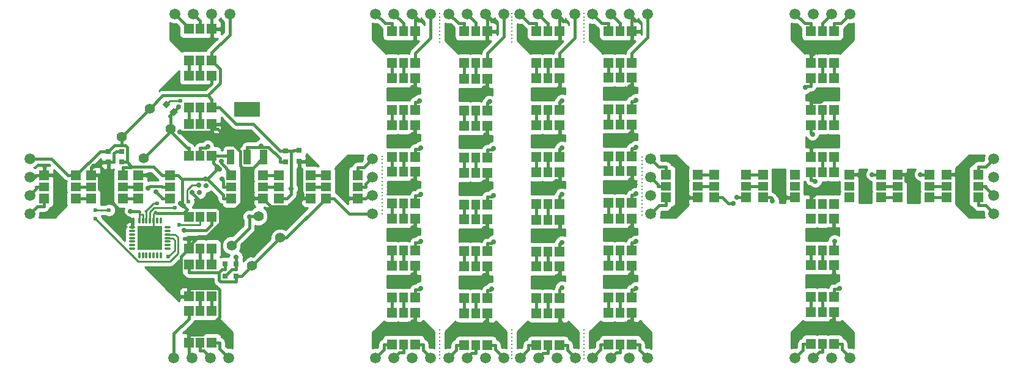
<source format=gtl>
G04 #@! TF.FileFunction,Copper,L1,Top,Signal*
%FSLAX46Y46*%
G04 Gerber Fmt 4.6, Leading zero omitted, Abs format (unit mm)*
G04 Created by KiCad (PCBNEW 4.0.1-3.201512221401+6198~38~ubuntu15.10.1-stable) date Thu 21 Jan 2016 11:16:06 AM EST*
%MOMM*%
G01*
G04 APERTURE LIST*
%ADD10C,0.100000*%
%ADD11C,0.300000*%
%ADD12R,1.400000X1.400000*%
%ADD13R,1.300000X1.400000*%
%ADD14C,1.500000*%
%ADD15R,1.400000X1.300000*%
%ADD16R,0.800000X0.750000*%
%ADD17O,0.300000X0.850000*%
%ADD18O,0.850000X0.300000*%
%ADD19R,1.675000X1.675000*%
%ADD20R,0.750000X0.800000*%
%ADD21C,1.399540*%
%ADD22R,3.657600X2.032000*%
%ADD23R,1.016000X2.032000*%
%ADD24C,0.700000*%
%ADD25C,0.700000*%
%ADD26C,0.600000*%
%ADD27C,0.250000*%
%ADD28C,0.400000*%
%ADD29C,0.254000*%
G04 APERTURE END LIST*
D10*
D11*
X94800000Y-20450000D03*
X94800000Y-19950000D03*
X94800000Y-20950000D03*
X94800000Y-18950000D03*
X94800000Y-17950000D03*
X94800000Y-19450000D03*
X94800000Y-16950000D03*
X94800000Y-17450000D03*
X94800000Y-18450000D03*
X84800000Y-20450000D03*
X84800000Y-19950000D03*
X84800000Y-20950000D03*
X84800000Y-18950000D03*
X84800000Y-17950000D03*
X84800000Y-19450000D03*
X84800000Y-16950000D03*
X84800000Y-17450000D03*
X84800000Y-18450000D03*
X74800000Y-20450000D03*
X74800000Y-19950000D03*
X74800000Y-20950000D03*
X74800000Y-18950000D03*
X74800000Y-17950000D03*
X74800000Y-19450000D03*
X74800000Y-16950000D03*
X74800000Y-17450000D03*
X74800000Y-18450000D03*
X94800000Y-64350000D03*
X94800000Y-63850000D03*
X94800000Y-64850000D03*
X94800000Y-62850000D03*
X94800000Y-61850000D03*
X94800000Y-63350000D03*
X94800000Y-60850000D03*
X94800000Y-61350000D03*
X94800000Y-62350000D03*
X84800000Y-64350000D03*
X84800000Y-63850000D03*
X84800000Y-64850000D03*
X84800000Y-62850000D03*
X84800000Y-61850000D03*
X84800000Y-63350000D03*
X84800000Y-60850000D03*
X84800000Y-61350000D03*
X84800000Y-62350000D03*
X102800000Y-37400000D03*
X102800000Y-38400000D03*
X102800000Y-41400000D03*
X102800000Y-39900000D03*
X102800000Y-44400000D03*
X102800000Y-44900000D03*
X102800000Y-39400000D03*
X102800000Y-41900000D03*
X102800000Y-43400000D03*
X102800000Y-42900000D03*
X102800000Y-36900000D03*
X102800000Y-37900000D03*
X102800000Y-42400000D03*
X102800000Y-43900000D03*
X102800000Y-40900000D03*
X102800000Y-40400000D03*
X102800000Y-38900000D03*
X74800000Y-61350000D03*
X74800000Y-64350000D03*
X74800000Y-64850000D03*
X74800000Y-63350000D03*
X74800000Y-62850000D03*
X74800000Y-62350000D03*
X74800000Y-60850000D03*
X74800000Y-63850000D03*
X74800000Y-61850000D03*
D12*
X91400000Y-23860000D03*
X91400000Y-19460000D03*
D13*
X89800000Y-19460000D03*
X89800000Y-23860000D03*
D12*
X88200000Y-23860000D03*
X88200000Y-19460000D03*
D14*
X88460000Y-17100000D03*
X91000000Y-17100000D03*
X85920000Y-17100000D03*
X93540000Y-17100000D03*
D12*
X81400000Y-23860000D03*
X81400000Y-19460000D03*
D13*
X79800000Y-19460000D03*
X79800000Y-23860000D03*
D12*
X78200000Y-23860000D03*
X78200000Y-19460000D03*
D14*
X78620000Y-17050000D03*
X81160000Y-17050000D03*
X76080000Y-17050000D03*
X83700000Y-17050000D03*
D12*
X71400000Y-23850000D03*
X71400000Y-19450000D03*
D13*
X69800000Y-19450000D03*
X69800000Y-23850000D03*
D12*
X68200000Y-23850000D03*
X68200000Y-19450000D03*
X101400000Y-62850000D03*
X101400000Y-58450000D03*
D13*
X99800000Y-58450000D03*
X99800000Y-62850000D03*
D12*
X98200000Y-62850000D03*
X98200000Y-58450000D03*
D14*
X101040000Y-64700000D03*
X98500000Y-64700000D03*
X103580000Y-64700000D03*
X95960000Y-64700000D03*
D12*
X112850000Y-42500000D03*
X117250000Y-42500000D03*
D15*
X117250000Y-40900000D03*
X112850000Y-40900000D03*
D12*
X112850000Y-39300000D03*
X117250000Y-39300000D03*
X106150000Y-42500000D03*
X110550000Y-42500000D03*
D15*
X110550000Y-40900000D03*
X106150000Y-40900000D03*
D12*
X106150000Y-39300000D03*
X110550000Y-39300000D03*
D14*
X104050000Y-42190000D03*
X104050000Y-39650000D03*
X104050000Y-44730000D03*
X104050000Y-37110000D03*
D12*
X101400000Y-23850000D03*
X101400000Y-19450000D03*
D13*
X99800000Y-19450000D03*
X99800000Y-23850000D03*
D12*
X98200000Y-23850000D03*
X98200000Y-19450000D03*
X101400000Y-30250000D03*
X101400000Y-25850000D03*
D13*
X99800000Y-25850000D03*
X99800000Y-30250000D03*
D12*
X98200000Y-30250000D03*
X98200000Y-25850000D03*
D14*
X98500000Y-17100000D03*
X101040000Y-17100000D03*
X95960000Y-17100000D03*
X103580000Y-17100000D03*
D12*
X119550000Y-42500000D03*
X123950000Y-42500000D03*
D15*
X123950000Y-40900000D03*
X119550000Y-40900000D03*
D12*
X119550000Y-39300000D03*
X123950000Y-39300000D03*
X129400000Y-56300000D03*
X129400000Y-51900000D03*
D13*
X127800000Y-51900000D03*
X127800000Y-56300000D03*
D12*
X126200000Y-56300000D03*
X126200000Y-51900000D03*
X129400000Y-62810000D03*
X129400000Y-58410000D03*
D13*
X127800000Y-58410000D03*
X127800000Y-62810000D03*
D12*
X126200000Y-62810000D03*
X126200000Y-58410000D03*
X129400000Y-49800000D03*
X129400000Y-45400000D03*
D13*
X127800000Y-45400000D03*
X127800000Y-49800000D03*
D12*
X126200000Y-49800000D03*
X126200000Y-45400000D03*
D14*
X129090000Y-64700000D03*
X126550000Y-64700000D03*
X131630000Y-64700000D03*
X124010000Y-64700000D03*
D12*
X149350000Y-39300000D03*
X144950000Y-39300000D03*
D15*
X144950000Y-40900000D03*
X149350000Y-40900000D03*
D12*
X149350000Y-42500000D03*
X144950000Y-42500000D03*
X142650000Y-39300000D03*
X138250000Y-39300000D03*
D15*
X138250000Y-40900000D03*
X142650000Y-40900000D03*
D12*
X142650000Y-42500000D03*
X138250000Y-42500000D03*
X126200000Y-38960000D03*
X126200000Y-43360000D03*
D13*
X127800000Y-43360000D03*
X127800000Y-38960000D03*
D12*
X129400000Y-38960000D03*
X129400000Y-43360000D03*
X135950000Y-39300000D03*
X131550000Y-39300000D03*
D15*
X131550000Y-40900000D03*
X135950000Y-40900000D03*
D12*
X135950000Y-42500000D03*
X131550000Y-42500000D03*
D14*
X151500000Y-39630000D03*
X151500000Y-42170000D03*
X151500000Y-37090000D03*
X151500000Y-44710000D03*
D12*
X126200000Y-32460000D03*
X126200000Y-36860000D03*
D13*
X127800000Y-36860000D03*
X127800000Y-32460000D03*
D12*
X129400000Y-32460000D03*
X129400000Y-36860000D03*
X126200000Y-19460000D03*
X126200000Y-23860000D03*
D13*
X127800000Y-23860000D03*
X127800000Y-19460000D03*
D12*
X129400000Y-19460000D03*
X129400000Y-23860000D03*
X126200000Y-25960000D03*
X126200000Y-30360000D03*
D13*
X127800000Y-30360000D03*
X127800000Y-25960000D03*
D12*
X129400000Y-25960000D03*
X129400000Y-30360000D03*
D14*
X126550000Y-17050000D03*
X129090000Y-17050000D03*
X124010000Y-17050000D03*
X131630000Y-17050000D03*
D12*
X81400000Y-62950000D03*
X81400000Y-58550000D03*
D13*
X79800000Y-58550000D03*
X79800000Y-62950000D03*
D12*
X78200000Y-62950000D03*
X78200000Y-58550000D03*
X81400000Y-56450000D03*
X81400000Y-52050000D03*
D13*
X79800000Y-52050000D03*
X79800000Y-56450000D03*
D12*
X78200000Y-56450000D03*
X78200000Y-52050000D03*
D14*
X81110000Y-64700000D03*
X78570000Y-64700000D03*
X83650000Y-64700000D03*
X76030000Y-64700000D03*
D12*
X91400000Y-56460000D03*
X91400000Y-52060000D03*
D13*
X89800000Y-52060000D03*
X89800000Y-56460000D03*
D12*
X88200000Y-56460000D03*
X88200000Y-52060000D03*
X91400000Y-62960000D03*
X91400000Y-58560000D03*
D13*
X89800000Y-58560000D03*
X89800000Y-62960000D03*
D12*
X88200000Y-62960000D03*
X88200000Y-58560000D03*
D14*
X91040000Y-64700000D03*
X88500000Y-64700000D03*
X93580000Y-64700000D03*
X85960000Y-64700000D03*
D12*
X71400000Y-30350000D03*
X71400000Y-25950000D03*
D13*
X69800000Y-25950000D03*
X69800000Y-30350000D03*
D12*
X68200000Y-30350000D03*
X68200000Y-25950000D03*
X71400000Y-36850000D03*
X71400000Y-32450000D03*
D13*
X69800000Y-32450000D03*
X69800000Y-36850000D03*
D12*
X68200000Y-36850000D03*
X68200000Y-32450000D03*
D14*
X65500000Y-39650000D03*
X65500000Y-42190000D03*
X65500000Y-37110000D03*
X65500000Y-44730000D03*
D12*
X71400000Y-43350000D03*
X71400000Y-38950000D03*
D13*
X69800000Y-38950000D03*
X69800000Y-43350000D03*
D12*
X68200000Y-43350000D03*
X68200000Y-38950000D03*
X91400000Y-43360000D03*
X91400000Y-38960000D03*
D13*
X89800000Y-38960000D03*
X89800000Y-43360000D03*
D12*
X88200000Y-43360000D03*
X88200000Y-38960000D03*
X91400000Y-36860000D03*
X91400000Y-32460000D03*
D13*
X89800000Y-32460000D03*
X89800000Y-36860000D03*
D12*
X88200000Y-36860000D03*
X88200000Y-32460000D03*
X81400000Y-43450000D03*
X81400000Y-39050000D03*
D13*
X79800000Y-39050000D03*
X79800000Y-43450000D03*
D12*
X78200000Y-43450000D03*
X78200000Y-39050000D03*
X81400000Y-49950000D03*
X81400000Y-45550000D03*
D13*
X79800000Y-45550000D03*
X79800000Y-49950000D03*
D12*
X78200000Y-49950000D03*
X78200000Y-45550000D03*
X81400000Y-36960000D03*
X81400000Y-32560000D03*
D13*
X79800000Y-32560000D03*
X79800000Y-36960000D03*
D12*
X78200000Y-36960000D03*
X78200000Y-32560000D03*
X81400000Y-30460000D03*
X81400000Y-26060000D03*
D13*
X79800000Y-26060000D03*
X79800000Y-30460000D03*
D12*
X78200000Y-30460000D03*
X78200000Y-26060000D03*
X91400000Y-30360000D03*
X91400000Y-25960000D03*
D13*
X89800000Y-25960000D03*
X89800000Y-30360000D03*
D12*
X88200000Y-30360000D03*
X88200000Y-25960000D03*
X101400000Y-49860000D03*
X101400000Y-45460000D03*
D13*
X99800000Y-45460000D03*
X99800000Y-49860000D03*
D12*
X98200000Y-49860000D03*
X98200000Y-45460000D03*
X91400000Y-49960000D03*
X91400000Y-45560000D03*
D13*
X89800000Y-45560000D03*
X89800000Y-49960000D03*
D12*
X88200000Y-49960000D03*
X88200000Y-45560000D03*
X101400000Y-56350000D03*
X101400000Y-51950000D03*
D13*
X99800000Y-51950000D03*
X99800000Y-56350000D03*
D12*
X98200000Y-56350000D03*
X98200000Y-51950000D03*
X101400000Y-43250000D03*
X101400000Y-38850000D03*
D13*
X99800000Y-38850000D03*
X99800000Y-43250000D03*
D12*
X98200000Y-43250000D03*
X98200000Y-38850000D03*
X101400000Y-36750000D03*
X101400000Y-32350000D03*
D13*
X99800000Y-32350000D03*
X99800000Y-36750000D03*
D12*
X98200000Y-36750000D03*
X98200000Y-32350000D03*
X59050000Y-42610000D03*
X63450000Y-42610000D03*
D15*
X63450000Y-41010000D03*
X59050000Y-41010000D03*
D12*
X59050000Y-39410000D03*
X63450000Y-39410000D03*
X71400000Y-56350000D03*
X71400000Y-51950000D03*
D13*
X69800000Y-51950000D03*
X69800000Y-56350000D03*
D12*
X68200000Y-56350000D03*
X68200000Y-51950000D03*
X71400000Y-49850000D03*
X71400000Y-45450000D03*
D13*
X69800000Y-45450000D03*
X69800000Y-49850000D03*
D12*
X68200000Y-49850000D03*
X68200000Y-45450000D03*
X71400000Y-62850000D03*
X71400000Y-58450000D03*
D13*
X69800000Y-58450000D03*
X69800000Y-62850000D03*
D12*
X68200000Y-62850000D03*
X68200000Y-58450000D03*
D14*
X71020000Y-64700000D03*
X68480000Y-64700000D03*
X73560000Y-64700000D03*
X65940000Y-64700000D03*
X43070000Y-64700000D03*
X40530000Y-64700000D03*
X45610000Y-64700000D03*
X37990000Y-64700000D03*
D16*
X46600000Y-51710000D03*
X45100000Y-51710000D03*
D17*
X36200000Y-45650000D03*
X35700000Y-45650000D03*
X35200000Y-45650000D03*
X34700000Y-45650000D03*
X34200000Y-45650000D03*
X33700000Y-45650000D03*
X33200000Y-45650000D03*
D18*
X32250000Y-46600000D03*
X32250000Y-47100000D03*
X32250000Y-47600000D03*
X32250000Y-48100000D03*
X32250000Y-48600000D03*
X32250000Y-49100000D03*
X32250000Y-49600000D03*
D17*
X33200000Y-50550000D03*
X33700000Y-50550000D03*
X34200000Y-50550000D03*
X34700000Y-50550000D03*
X35200000Y-50550000D03*
X35700000Y-50550000D03*
X36200000Y-50550000D03*
D18*
X37150000Y-49600000D03*
X37150000Y-49100000D03*
X37150000Y-48600000D03*
X37150000Y-48100000D03*
X37150000Y-47600000D03*
X37150000Y-47100000D03*
X37150000Y-46600000D03*
D19*
X33862500Y-48937500D03*
X35537500Y-48937500D03*
X33862500Y-47262500D03*
X35537500Y-47262500D03*
D16*
X45100000Y-53410000D03*
X46600000Y-53410000D03*
D12*
X40050000Y-51810000D03*
X40050000Y-56210000D03*
D13*
X41650000Y-56210000D03*
X41650000Y-51810000D03*
D12*
X43250000Y-51810000D03*
X43250000Y-56210000D03*
X40050000Y-58210000D03*
X40050000Y-62610000D03*
D13*
X41650000Y-62610000D03*
X41650000Y-58210000D03*
D12*
X43250000Y-58210000D03*
X43250000Y-62610000D03*
X40050000Y-45210000D03*
X40050000Y-49610000D03*
D13*
X41650000Y-49610000D03*
X41650000Y-45210000D03*
D12*
X43250000Y-45210000D03*
X43250000Y-49610000D03*
D14*
X18050000Y-42170000D03*
X18050000Y-39630000D03*
X18050000Y-44710000D03*
X18050000Y-37090000D03*
D12*
X37450000Y-39410000D03*
X33050000Y-39410000D03*
D15*
X33050000Y-41010000D03*
X37450000Y-41010000D03*
D12*
X37450000Y-42610000D03*
X33050000Y-42610000D03*
X30950000Y-39410000D03*
X26550000Y-39410000D03*
D15*
X26550000Y-41010000D03*
X30950000Y-41010000D03*
D12*
X30950000Y-42610000D03*
X26550000Y-42610000D03*
D20*
X28930000Y-36090000D03*
X28930000Y-37590000D03*
D10*
G36*
X36356205Y-29580165D02*
X36920165Y-29016205D01*
X37484125Y-29580165D01*
X36920165Y-30144125D01*
X36356205Y-29580165D01*
X36356205Y-29580165D01*
G37*
G36*
X37415875Y-30639835D02*
X37979835Y-30075875D01*
X38543795Y-30639835D01*
X37979835Y-31203795D01*
X37415875Y-30639835D01*
X37415875Y-30639835D01*
G37*
D12*
X24450000Y-39410000D03*
X20050000Y-39410000D03*
D15*
X20050000Y-41010000D03*
X24450000Y-41010000D03*
D12*
X24450000Y-42610000D03*
X20050000Y-42610000D03*
D20*
X30750000Y-37590000D03*
X30750000Y-36090000D03*
D21*
X37512717Y-32981933D03*
X33795909Y-37046694D03*
X34680867Y-30150083D03*
X30790083Y-34040867D03*
D20*
X55360000Y-37470000D03*
X55360000Y-35970000D03*
X53460000Y-37530000D03*
X53460000Y-36030000D03*
D12*
X45950000Y-42610000D03*
X50350000Y-42610000D03*
D15*
X50350000Y-41010000D03*
X45950000Y-41010000D03*
D12*
X45950000Y-39410000D03*
X50350000Y-39410000D03*
X52550000Y-42610000D03*
X56950000Y-42610000D03*
D15*
X56950000Y-41010000D03*
X52550000Y-41010000D03*
D12*
X52550000Y-39410000D03*
X56950000Y-39410000D03*
D21*
X45987283Y-49138067D03*
X49704091Y-45073306D03*
X48819133Y-51969917D03*
X52709917Y-48079133D03*
D22*
X48150000Y-30308000D03*
D23*
X48150000Y-36912000D03*
X50436000Y-36912000D03*
X45864000Y-36912000D03*
D12*
X43250000Y-36710000D03*
X43250000Y-32310000D03*
D13*
X41650000Y-32310000D03*
X41650000Y-36710000D03*
D12*
X40050000Y-36710000D03*
X40050000Y-32310000D03*
X43250000Y-23510000D03*
X43250000Y-19110000D03*
D13*
X41650000Y-19110000D03*
X41650000Y-23510000D03*
D12*
X40050000Y-23510000D03*
X40050000Y-19110000D03*
X43250000Y-30010000D03*
X43250000Y-25610000D03*
D13*
X41650000Y-25610000D03*
X41650000Y-30010000D03*
D12*
X40050000Y-30010000D03*
X40050000Y-25610000D03*
D14*
X40650000Y-17050000D03*
X43190000Y-17050000D03*
X38110000Y-17050000D03*
X45730000Y-17050000D03*
X68480000Y-17050000D03*
X71020000Y-17050000D03*
X65940000Y-17050000D03*
X73560000Y-17050000D03*
D24*
X43998186Y-38246559D02*
X44351740Y-38600113D01*
X38942373Y-43302373D02*
X39295927Y-43655927D01*
D25*
X40533717Y-41750627D03*
X41476644Y-40807700D03*
X42374669Y-39909675D03*
X41523313Y-41782093D03*
X42460229Y-40880532D03*
D11*
X66800000Y-36750000D03*
X66800000Y-37250000D03*
X66800000Y-37750000D03*
X66800000Y-38250000D03*
X66800000Y-38750000D03*
X66800000Y-39250000D03*
X66800000Y-39750000D03*
X66800000Y-40250000D03*
X66800000Y-40750000D03*
X66800000Y-41250000D03*
X66800000Y-41750000D03*
X66800000Y-42250000D03*
X66800000Y-42750000D03*
X66800000Y-43250000D03*
X66800000Y-43750000D03*
X66800000Y-44250000D03*
X66800000Y-44750000D03*
D25*
X54221400Y-41244800D03*
X72166100Y-48583900D03*
X72168800Y-35586900D03*
X72166100Y-42059200D03*
X72166100Y-55090200D03*
X72047300Y-29068800D03*
X82210500Y-42198000D03*
X82228600Y-48651800D03*
X81739000Y-29202500D03*
X82210500Y-35696100D03*
X81970500Y-55171700D03*
X91710900Y-48705000D03*
X91762400Y-29062400D03*
X91710900Y-35597000D03*
X91710900Y-54975800D03*
X91710900Y-42065900D03*
X101955300Y-41986300D03*
X101950200Y-55062600D03*
X101950200Y-48594700D03*
X101950200Y-35487100D03*
X101975700Y-28983500D03*
X126409200Y-33710400D03*
X125396800Y-27225600D03*
X126805700Y-40221400D03*
X141382000Y-39300000D03*
X134691500Y-39300000D03*
X130194600Y-55047700D03*
X129499300Y-48547900D03*
X115480400Y-43296800D03*
X120871800Y-42977800D03*
X26839900Y-38146300D03*
X38331700Y-26969400D03*
X34321300Y-39410000D03*
X38781300Y-33410300D03*
X55679800Y-41899000D03*
X71092000Y-27202000D03*
X71093500Y-46705500D03*
X71093500Y-40205200D03*
X71093500Y-53224300D03*
X71093500Y-33704700D03*
X71093500Y-59718700D03*
X81159200Y-33838700D03*
X81110000Y-59808700D03*
X80970100Y-46804700D03*
X80970100Y-53305700D03*
X80970100Y-40349700D03*
X80983800Y-27311400D03*
X91550800Y-59811100D03*
X90944900Y-40274000D03*
X90944900Y-47272800D03*
X91000000Y-34385600D03*
X91000000Y-28191000D03*
X90944900Y-53475800D03*
X101138600Y-27158900D03*
X101040000Y-59700500D03*
X101184200Y-53235500D03*
X101184200Y-40114300D03*
X101184200Y-33644300D03*
X101184200Y-46723400D03*
X126679700Y-42075000D03*
X127664400Y-35095500D03*
X127664400Y-29092200D03*
X126550000Y-22534300D03*
X139513900Y-40159300D03*
X147324700Y-40159300D03*
X133294100Y-39474200D03*
X129090000Y-59692600D03*
X129400000Y-53160300D03*
X129213600Y-47143400D03*
X109292100Y-42488500D03*
X115982400Y-42500000D03*
X122690300Y-42501100D03*
X31983600Y-44443800D03*
X46600000Y-50759000D03*
X50085500Y-35311500D03*
D26*
X38872300Y-29069500D03*
D25*
X38657300Y-29962300D03*
X39451000Y-47069600D03*
D26*
X38722100Y-46246900D03*
X35710000Y-43292100D03*
X38173000Y-43917000D03*
X39993800Y-43064500D03*
X37209400Y-50716000D03*
X29020200Y-44241400D03*
X27143300Y-44213800D03*
X27129300Y-45438900D03*
D25*
X48437000Y-45144300D03*
X42671800Y-35434700D03*
X44571500Y-37499700D03*
X44688300Y-39921500D03*
X34377000Y-41200400D03*
X35486700Y-41673100D03*
D27*
X35200000Y-46925000D02*
X35537500Y-47262500D01*
X35200000Y-45650000D02*
X35200000Y-46925000D01*
D28*
X52550000Y-42610000D02*
X53650300Y-42610000D01*
X45730000Y-19929700D02*
X43250000Y-22409700D01*
X45730000Y-17050000D02*
X45730000Y-19929700D01*
X24450000Y-39410000D02*
X23349700Y-39410000D01*
X43250000Y-23510000D02*
X43250000Y-22409700D01*
X30750000Y-37590000D02*
X31525300Y-37590000D01*
X21029700Y-37090000D02*
X18050000Y-37090000D01*
X23349700Y-39410000D02*
X21029700Y-37090000D01*
X37450000Y-39410000D02*
X36349700Y-39410000D01*
D27*
X35200000Y-44750000D02*
X35443700Y-44506300D01*
X35200000Y-45650000D02*
X35200000Y-44750000D01*
X35443700Y-44506300D02*
X35500000Y-44450000D01*
D28*
X40050000Y-51810000D02*
X40050000Y-52910300D01*
X37990000Y-61370300D02*
X40050000Y-59310300D01*
X37990000Y-64700000D02*
X37990000Y-61370300D01*
X40050000Y-58210000D02*
X40050000Y-59310300D01*
X53580900Y-48079100D02*
X52709900Y-48079100D01*
X59050000Y-42610000D02*
X53580900Y-48079100D01*
X62270300Y-44730000D02*
X60150300Y-42610000D01*
X65500000Y-44730000D02*
X62270300Y-44730000D01*
X59050000Y-42610000D02*
X60150300Y-42610000D01*
X27770000Y-36090000D02*
X24450000Y-39410000D01*
X28930000Y-36090000D02*
X27770000Y-36090000D01*
X30790100Y-35289600D02*
X30790100Y-34040900D01*
X29730400Y-35289600D02*
X30790100Y-35289600D01*
X28930000Y-36090000D02*
X29730400Y-35289600D01*
X31525300Y-35507700D02*
X31525300Y-37590000D01*
X31307200Y-35289600D02*
X31525300Y-35507700D01*
X30790100Y-35289600D02*
X31307200Y-35289600D01*
X37450000Y-39410000D02*
X38550300Y-39410000D01*
X40050000Y-52910300D02*
X44268800Y-52910300D01*
X44662500Y-52485300D02*
X45100000Y-52485300D01*
X44268800Y-52879000D02*
X44662500Y-52485300D01*
X44268800Y-52910300D02*
X44268800Y-52879000D01*
X45100000Y-51710000D02*
X45100000Y-52485300D01*
X39119100Y-43479100D02*
X39826500Y-44186400D01*
X39528000Y-44484900D02*
X39826500Y-44186400D01*
X39528000Y-44688000D02*
X39528000Y-44484900D01*
X35625400Y-44688000D02*
X39528000Y-44688000D01*
X35443700Y-44506300D02*
X35625400Y-44688000D01*
X39528000Y-44688000D02*
X40050000Y-45210000D01*
X32011000Y-38309700D02*
X32050400Y-38270300D01*
X30950000Y-38309700D02*
X32011000Y-38309700D01*
X32050400Y-38115100D02*
X31525300Y-37590000D01*
X32050400Y-38270300D02*
X32050400Y-38115100D01*
X30950000Y-39410000D02*
X30950000Y-38309700D01*
X35210000Y-38270300D02*
X32050400Y-38270300D01*
X36349700Y-39410000D02*
X35210000Y-38270300D01*
X46600000Y-53410000D02*
X46600000Y-54185300D01*
X39119100Y-43479100D02*
X39119100Y-39978800D01*
X39119100Y-39978800D02*
X38550300Y-39410000D01*
X39188200Y-39909700D02*
X42374700Y-39909700D01*
X39119100Y-39978800D02*
X39188200Y-39909700D01*
X45950000Y-42610000D02*
X44849700Y-42610000D01*
X43467600Y-37715900D02*
X43467600Y-36749300D01*
X43289300Y-36749300D02*
X43467600Y-36749300D01*
X43250000Y-36710000D02*
X43289300Y-36749300D01*
X45701300Y-36749300D02*
X45864000Y-36912000D01*
X43467600Y-36749300D02*
X45701300Y-36749300D01*
X44175000Y-38423300D02*
X43821300Y-38069600D01*
X43821300Y-38069600D02*
X43467600Y-37715900D01*
X43821300Y-38725800D02*
X42637400Y-39909700D01*
X43821300Y-38069600D02*
X43821300Y-38725800D01*
X42374700Y-39909700D02*
X42637400Y-39909700D01*
X44849700Y-42122000D02*
X44849700Y-42610000D01*
X42637400Y-39909700D02*
X44849700Y-42122000D01*
X52709900Y-48079100D02*
X48819100Y-51969900D01*
X47400300Y-53388700D02*
X47400300Y-53410000D01*
X48819100Y-51969900D02*
X47400300Y-53388700D01*
X46600000Y-53410000D02*
X47400300Y-53410000D01*
X43250000Y-30010000D02*
X44350300Y-30010000D01*
X46646200Y-32305900D02*
X44350300Y-30010000D01*
X48960600Y-32305900D02*
X46646200Y-32305900D01*
X52684700Y-36030000D02*
X48960600Y-32305900D01*
X53460000Y-36030000D02*
X52684700Y-36030000D01*
X30790100Y-34040900D02*
X34680900Y-30150100D01*
X43250000Y-30010000D02*
X43250000Y-28909700D01*
X36472900Y-28358100D02*
X42698400Y-28358100D01*
X34680900Y-30150100D02*
X36472900Y-28358100D01*
X42698400Y-28358100D02*
X43250000Y-28909700D01*
X44390700Y-24650700D02*
X43250000Y-23510000D01*
X44390700Y-26665800D02*
X44390700Y-24650700D01*
X42698400Y-28358100D02*
X44390700Y-26665800D01*
X44268800Y-53947000D02*
X44268800Y-52910300D01*
X44507100Y-54185300D02*
X44268800Y-53947000D01*
X46600000Y-54185300D02*
X44507100Y-54185300D01*
X53460000Y-36030000D02*
X54235300Y-36030000D01*
X55360000Y-35970000D02*
X54584700Y-35970000D01*
X54235300Y-41230900D02*
X54235300Y-36030000D01*
X54221400Y-41244800D02*
X54235300Y-41230900D01*
X54524700Y-36030000D02*
X54584700Y-35970000D01*
X54235300Y-36030000D02*
X54524700Y-36030000D01*
X54221400Y-42038900D02*
X53650300Y-42610000D01*
X54221400Y-41244800D02*
X54221400Y-42038900D01*
X72500300Y-63640300D02*
X72500300Y-62850000D01*
X73560000Y-64700000D02*
X72500300Y-63640300D01*
X71400000Y-62850000D02*
X72500300Y-62850000D01*
X71400000Y-49850000D02*
X71400000Y-48749700D01*
X72000300Y-48749700D02*
X72166100Y-48583900D01*
X71400000Y-48749700D02*
X72000300Y-48749700D01*
X71400000Y-36850000D02*
X71400000Y-35749700D01*
X72006000Y-35749700D02*
X72168800Y-35586900D01*
X71400000Y-35749700D02*
X72006000Y-35749700D01*
X71400000Y-43350000D02*
X71400000Y-42249700D01*
X71975600Y-42249700D02*
X72166100Y-42059200D01*
X71400000Y-42249700D02*
X71975600Y-42249700D01*
X71400000Y-56350000D02*
X71400000Y-55249700D01*
X71400000Y-30350000D02*
X71400000Y-29249700D01*
X71866400Y-29249700D02*
X72047300Y-29068800D01*
X71400000Y-29249700D02*
X71866400Y-29249700D01*
X72006600Y-55249700D02*
X72166100Y-55090200D01*
X71400000Y-55249700D02*
X72006600Y-55249700D01*
X71400000Y-22494100D02*
X71400000Y-23850000D01*
X73560000Y-20334100D02*
X71400000Y-22494100D01*
X73560000Y-17050000D02*
X73560000Y-20334100D01*
X82500300Y-63550300D02*
X82500300Y-62950000D01*
X83650000Y-64700000D02*
X82500300Y-63550300D01*
X81400000Y-62950000D02*
X82500300Y-62950000D01*
X81400000Y-22499100D02*
X81400000Y-23860000D01*
X83700000Y-20199100D02*
X81400000Y-22499100D01*
X83700000Y-17050000D02*
X83700000Y-20199100D01*
X81400000Y-43450000D02*
X81400000Y-42349700D01*
X82058800Y-42349700D02*
X82210500Y-42198000D01*
X81400000Y-42349700D02*
X82058800Y-42349700D01*
X82030700Y-48849700D02*
X82228600Y-48651800D01*
X81400000Y-48849700D02*
X82030700Y-48849700D01*
X81400000Y-49950000D02*
X81400000Y-48849700D01*
X81400000Y-30460000D02*
X81400000Y-29359700D01*
X81581800Y-29359700D02*
X81739000Y-29202500D01*
X81400000Y-29359700D02*
X81581800Y-29359700D01*
X81400000Y-36960000D02*
X81400000Y-35859700D01*
X82046900Y-35859700D02*
X82210500Y-35696100D01*
X81400000Y-35859700D02*
X82046900Y-35859700D01*
X81400000Y-56450000D02*
X81400000Y-55349700D01*
X81792500Y-55349700D02*
X81970500Y-55171700D01*
X81400000Y-55349700D02*
X81792500Y-55349700D01*
X91400000Y-22499100D02*
X91400000Y-23860000D01*
X93540000Y-20359100D02*
X91400000Y-22499100D01*
X93540000Y-17100000D02*
X93540000Y-20359100D01*
X91400000Y-49960000D02*
X91400000Y-48859700D01*
X91556200Y-48859700D02*
X91710900Y-48705000D01*
X91400000Y-48859700D02*
X91556200Y-48859700D01*
X91565100Y-29259700D02*
X91762400Y-29062400D01*
X91400000Y-29259700D02*
X91565100Y-29259700D01*
X91400000Y-30360000D02*
X91400000Y-29259700D01*
X91400000Y-36860000D02*
X91400000Y-35759700D01*
X91548200Y-35759700D02*
X91710900Y-35597000D01*
X91400000Y-35759700D02*
X91548200Y-35759700D01*
X91400000Y-55286700D02*
X91710900Y-54975800D01*
X91400000Y-56460000D02*
X91400000Y-55286700D01*
X92500300Y-63620300D02*
X92500300Y-62960000D01*
X93580000Y-64700000D02*
X92500300Y-63620300D01*
X91400000Y-62960000D02*
X92500300Y-62960000D01*
X91400000Y-43360000D02*
X91400000Y-42259700D01*
X91517100Y-42259700D02*
X91710900Y-42065900D01*
X91400000Y-42259700D02*
X91517100Y-42259700D01*
X101400000Y-22483300D02*
X101400000Y-23850000D01*
X103580000Y-20303300D02*
X101400000Y-22483300D01*
X103580000Y-17100000D02*
X103580000Y-20303300D01*
X102500300Y-63620300D02*
X102500300Y-62850000D01*
X103580000Y-64700000D02*
X102500300Y-63620300D01*
X101400000Y-62850000D02*
X102500300Y-62850000D01*
X101791900Y-42149700D02*
X101955300Y-41986300D01*
X101400000Y-42149700D02*
X101791900Y-42149700D01*
X101400000Y-43250000D02*
X101400000Y-42149700D01*
X101400000Y-56350000D02*
X101400000Y-55249700D01*
X101763100Y-55249700D02*
X101950200Y-55062600D01*
X101400000Y-55249700D02*
X101763100Y-55249700D01*
X101785200Y-48759700D02*
X101950200Y-48594700D01*
X101400000Y-48759700D02*
X101785200Y-48759700D01*
X101400000Y-49860000D02*
X101400000Y-48759700D01*
X101787600Y-35649700D02*
X101950200Y-35487100D01*
X101400000Y-35649700D02*
X101787600Y-35649700D01*
X101400000Y-36750000D02*
X101400000Y-35649700D01*
X101400000Y-30250000D02*
X101400000Y-29149700D01*
X101809500Y-29149700D02*
X101975700Y-28983500D01*
X101400000Y-29149700D02*
X101809500Y-29149700D01*
X125319700Y-18359700D02*
X126200000Y-18359700D01*
X124010000Y-17050000D02*
X125319700Y-18359700D01*
X126200000Y-19460000D02*
X126200000Y-18359700D01*
X126200000Y-32460000D02*
X126200000Y-33560300D01*
X126259100Y-33560300D02*
X126200000Y-33560300D01*
X126409200Y-33710400D02*
X126259100Y-33560300D01*
X125562100Y-27060300D02*
X125396800Y-27225600D01*
X126200000Y-27060300D02*
X125562100Y-27060300D01*
X126200000Y-25960000D02*
X126200000Y-27060300D01*
X126200000Y-38960000D02*
X126200000Y-40060300D01*
X126644600Y-40060300D02*
X126200000Y-40060300D01*
X126805700Y-40221400D02*
X126644600Y-40060300D01*
X150390300Y-38199700D02*
X149350000Y-38199700D01*
X151500000Y-37090000D02*
X150390300Y-38199700D01*
X149350000Y-39300000D02*
X149350000Y-38199700D01*
X142650000Y-39300000D02*
X141549700Y-39300000D01*
X141549700Y-39300000D02*
X141382000Y-39300000D01*
X135950000Y-39300000D02*
X134849700Y-39300000D01*
X134849700Y-39300000D02*
X134691500Y-39300000D01*
X129400000Y-56300000D02*
X129400000Y-55199700D01*
X130042600Y-55199700D02*
X130194600Y-55047700D01*
X129400000Y-55199700D02*
X130042600Y-55199700D01*
X130500300Y-63570300D02*
X130500300Y-62810000D01*
X131630000Y-64700000D02*
X130500300Y-63570300D01*
X129400000Y-62810000D02*
X130500300Y-62810000D01*
X129400000Y-49800000D02*
X129400000Y-48699700D01*
X129400000Y-48647200D02*
X129499300Y-48547900D01*
X129400000Y-48699700D02*
X129400000Y-48647200D01*
X114747100Y-43296800D02*
X113950300Y-42500000D01*
X115480400Y-43296800D02*
X114747100Y-43296800D01*
X112850000Y-42500000D02*
X113950300Y-42500000D01*
X119550000Y-42500000D02*
X120650300Y-42500000D01*
X120871800Y-42721500D02*
X120871800Y-42977800D01*
X120650300Y-42500000D02*
X120871800Y-42721500D01*
X105179700Y-43600300D02*
X106150000Y-43600300D01*
X104050000Y-44730000D02*
X105179700Y-43600300D01*
X106150000Y-42500000D02*
X106150000Y-43600300D01*
X41650000Y-30010000D02*
X41650000Y-32310000D01*
X40050000Y-30010000D02*
X40050000Y-32310000D01*
X52550000Y-41010000D02*
X50350000Y-41010000D01*
X52550000Y-39410000D02*
X50350000Y-39410000D01*
X41650000Y-49610000D02*
X41650000Y-51810000D01*
X43250000Y-49610000D02*
X43250000Y-51810000D01*
X30950000Y-41010000D02*
X33050000Y-41010000D01*
X30950000Y-42610000D02*
X33050000Y-42610000D01*
X41650000Y-25610000D02*
X41650000Y-23510000D01*
X40050000Y-25610000D02*
X40050000Y-23510000D01*
X56950000Y-41010000D02*
X59050000Y-41010000D01*
X56950000Y-39410000D02*
X59050000Y-39410000D01*
X64550300Y-40599700D02*
X64550300Y-41010000D01*
X65500000Y-39650000D02*
X64550300Y-40599700D01*
X63450000Y-41010000D02*
X64550300Y-41010000D01*
X64300300Y-38309700D02*
X63450000Y-38309700D01*
X65500000Y-37110000D02*
X64300300Y-38309700D01*
X63450000Y-39410000D02*
X63450000Y-38309700D01*
X42080300Y-63710300D02*
X41650000Y-63710300D01*
X43070000Y-64700000D02*
X42080300Y-63710300D01*
X41650000Y-62610000D02*
X41650000Y-63710300D01*
X44350300Y-63440300D02*
X44350300Y-62610000D01*
X45610000Y-64700000D02*
X44350300Y-63440300D01*
X43250000Y-62610000D02*
X44350300Y-62610000D01*
X18949700Y-41270300D02*
X18949700Y-41010000D01*
X18050000Y-42170000D02*
X18949700Y-41270300D01*
X20050000Y-41010000D02*
X18949700Y-41010000D01*
X19049700Y-43710300D02*
X20050000Y-43710300D01*
X18050000Y-44710000D02*
X19049700Y-43710300D01*
X20050000Y-42610000D02*
X20050000Y-43710300D01*
X69800000Y-58450000D02*
X69800000Y-56350000D01*
X68200000Y-58450000D02*
X68200000Y-56350000D01*
X79800000Y-56450000D02*
X79800000Y-58550000D01*
X78200000Y-56450000D02*
X78200000Y-58550000D01*
X89800000Y-58560000D02*
X89800000Y-56460000D01*
X88200000Y-58560000D02*
X88200000Y-56460000D01*
X99800000Y-56350000D02*
X99800000Y-58450000D01*
X98200000Y-56350000D02*
X98200000Y-58450000D01*
X69800000Y-49850000D02*
X69800000Y-51950000D01*
X68200000Y-49850000D02*
X68200000Y-51950000D01*
X79800000Y-49950000D02*
X79800000Y-52050000D01*
X78200000Y-49950000D02*
X78200000Y-52050000D01*
X89800000Y-49960000D02*
X89800000Y-52060000D01*
X88200000Y-49960000D02*
X88200000Y-52060000D01*
X99800000Y-51950000D02*
X99800000Y-49860000D01*
X98200000Y-51950000D02*
X98200000Y-49860000D01*
X69800000Y-45450000D02*
X69800000Y-43350000D01*
X68200000Y-45450000D02*
X68200000Y-43350000D01*
X79800000Y-45550000D02*
X79800000Y-43450000D01*
X78200000Y-45550000D02*
X78200000Y-43450000D01*
X89800000Y-45560000D02*
X89800000Y-43360000D01*
X88200000Y-45560000D02*
X88200000Y-43360000D01*
X99800000Y-43250000D02*
X99800000Y-45460000D01*
X98200000Y-43250000D02*
X98200000Y-45460000D01*
X69800000Y-38950000D02*
X69800000Y-36850000D01*
X68200000Y-38950000D02*
X68200000Y-36850000D01*
X32250000Y-45750000D02*
X32050000Y-45550000D01*
X32050000Y-45550000D02*
X31850000Y-45350000D01*
D27*
X32250000Y-45750000D02*
X32050000Y-45550000D01*
X32050000Y-45550000D02*
X31850000Y-45350000D01*
D28*
X18729700Y-39630000D02*
X18949700Y-39410000D01*
X18050000Y-39630000D02*
X18729700Y-39630000D01*
X20050000Y-39410000D02*
X18949700Y-39410000D01*
X64970300Y-42190000D02*
X64550300Y-42610000D01*
X65500000Y-42190000D02*
X64970300Y-42190000D01*
X63450000Y-42610000D02*
X64550300Y-42610000D01*
X32250000Y-46600000D02*
X32250000Y-45750000D01*
X26550000Y-39410000D02*
X26550000Y-38309700D01*
X29705300Y-36359400D02*
X29974700Y-36090000D01*
X29705300Y-37590000D02*
X29705300Y-36359400D01*
X28930000Y-37590000D02*
X29705300Y-37590000D01*
X30750000Y-36090000D02*
X29974700Y-36090000D01*
X28930000Y-37590000D02*
X28154700Y-37590000D01*
X26676500Y-38309700D02*
X26839900Y-38146300D01*
X26550000Y-38309700D02*
X26676500Y-38309700D01*
X27598400Y-38146300D02*
X28154700Y-37590000D01*
X26839900Y-38146300D02*
X27598400Y-38146300D01*
X31850000Y-45350000D02*
X31725000Y-45225000D01*
X27650300Y-41296700D02*
X27650300Y-39410000D01*
X31578600Y-45225000D02*
X27650300Y-41296700D01*
X31725000Y-45225000D02*
X31578600Y-45225000D01*
X26550000Y-39410000D02*
X27650300Y-39410000D01*
X56950000Y-42610000D02*
X55849700Y-42610000D01*
X42990900Y-26969400D02*
X43250000Y-26710300D01*
X38331700Y-26969400D02*
X42990900Y-26969400D01*
X43250000Y-25610000D02*
X43250000Y-26710300D01*
X33050000Y-39410000D02*
X34150300Y-39410000D01*
X34150300Y-39410000D02*
X34321300Y-39410000D01*
X43250000Y-33410300D02*
X38781300Y-33410300D01*
X40050000Y-49610000D02*
X40050000Y-49578800D01*
X40050000Y-49578800D02*
X40050000Y-49547600D01*
X38949700Y-54009400D02*
X40050000Y-55109700D01*
X38949700Y-50679100D02*
X38949700Y-54009400D01*
X40050000Y-49578800D02*
X38949700Y-50679100D01*
X43250000Y-17110000D02*
X43250000Y-19110000D01*
X43190000Y-17050000D02*
X43250000Y-17110000D01*
X43250000Y-32310000D02*
X43250000Y-33008100D01*
X43250000Y-33008100D02*
X43250000Y-33410300D01*
X44380100Y-46053900D02*
X44380100Y-44202800D01*
X42556600Y-47877400D02*
X44380100Y-46053900D01*
X41421100Y-47877400D02*
X42556600Y-47877400D01*
X40050000Y-49248500D02*
X41421100Y-47877400D01*
X40050000Y-49547600D02*
X40050000Y-49248500D01*
X40533700Y-41861600D02*
X40533700Y-41750600D01*
X42383600Y-43711500D02*
X40533700Y-41861600D01*
X43888800Y-43711500D02*
X42383600Y-43711500D01*
X44380100Y-44202800D02*
X43888800Y-43711500D01*
X50350000Y-42610000D02*
X49249700Y-42610000D01*
X47521400Y-38384700D02*
X48388400Y-38384700D01*
X47161100Y-38024400D02*
X47521400Y-38384700D01*
X47161100Y-36109700D02*
X47161100Y-38024400D01*
X44059500Y-33008100D02*
X47161100Y-36109700D01*
X43250000Y-33008100D02*
X44059500Y-33008100D01*
X48963300Y-38384700D02*
X50436000Y-36912000D01*
X48388400Y-38384700D02*
X48963300Y-38384700D01*
X46391900Y-44202800D02*
X48388400Y-42206300D01*
X44380100Y-44202800D02*
X46391900Y-44202800D01*
X48388400Y-38384700D02*
X48388400Y-42206300D01*
X48792100Y-42610000D02*
X49249700Y-42610000D01*
X48388400Y-42206300D02*
X48792100Y-42610000D01*
X40050000Y-56210000D02*
X40050000Y-55109700D01*
X40050000Y-64220000D02*
X40050000Y-62610000D01*
X40530000Y-64700000D02*
X40050000Y-64220000D01*
X44159700Y-55109700D02*
X40050000Y-55109700D01*
X44350400Y-55300400D02*
X44159700Y-55109700D01*
X44350400Y-59075700D02*
X44350400Y-55300400D01*
X41916400Y-61509700D02*
X44350400Y-59075700D01*
X40050000Y-61509700D02*
X41916400Y-61509700D01*
X40050000Y-62610000D02*
X40050000Y-61509700D01*
X54749300Y-43710400D02*
X55849700Y-42610000D01*
X51450400Y-43710400D02*
X54749300Y-43710400D01*
X50350000Y-42610000D02*
X51450400Y-43710400D01*
X55360000Y-37470000D02*
X55360000Y-38270300D01*
X55849700Y-42068900D02*
X55679800Y-41899000D01*
X55849700Y-42610000D02*
X55849700Y-42068900D01*
X55679800Y-38590100D02*
X55360000Y-38270300D01*
X55679800Y-41899000D02*
X55679800Y-38590100D01*
X71400000Y-17430000D02*
X71400000Y-19450000D01*
X71020000Y-17050000D02*
X71400000Y-17430000D01*
X71400000Y-25950000D02*
X71400000Y-27050300D01*
X71243700Y-27050300D02*
X71092000Y-27202000D01*
X71400000Y-27050300D02*
X71243700Y-27050300D01*
X71400000Y-45450000D02*
X71400000Y-46550300D01*
X71248700Y-46550300D02*
X71093500Y-46705500D01*
X71400000Y-46550300D02*
X71248700Y-46550300D01*
X71248400Y-40050300D02*
X71093500Y-40205200D01*
X71400000Y-40050300D02*
X71248400Y-40050300D01*
X71400000Y-38950000D02*
X71400000Y-40050300D01*
X71400000Y-51950000D02*
X71400000Y-53050300D01*
X71267500Y-53050300D02*
X71093500Y-53224300D01*
X71400000Y-53050300D02*
X71267500Y-53050300D01*
X71400000Y-32450000D02*
X71400000Y-33550300D01*
X71247900Y-33550300D02*
X71093500Y-33704700D01*
X71400000Y-33550300D02*
X71247900Y-33550300D01*
X71261900Y-59550300D02*
X71093500Y-59718700D01*
X71400000Y-59550300D02*
X71261900Y-59550300D01*
X71400000Y-58450000D02*
X71400000Y-59550300D01*
X81400000Y-17290000D02*
X81400000Y-19460000D01*
X81160000Y-17050000D02*
X81400000Y-17290000D01*
X81400000Y-32560000D02*
X81400000Y-33660300D01*
X81337600Y-33660300D02*
X81159200Y-33838700D01*
X81400000Y-33660300D02*
X81337600Y-33660300D01*
X81268400Y-59650300D02*
X81110000Y-59808700D01*
X81400000Y-59650300D02*
X81268400Y-59650300D01*
X81400000Y-58550000D02*
X81400000Y-59650300D01*
X81400000Y-45550000D02*
X81400000Y-46650300D01*
X81124500Y-46650300D02*
X80970100Y-46804700D01*
X81400000Y-46650300D02*
X81124500Y-46650300D01*
X81400000Y-52050000D02*
X81400000Y-53150300D01*
X81125500Y-53150300D02*
X80970100Y-53305700D01*
X81400000Y-53150300D02*
X81125500Y-53150300D01*
X81400000Y-39050000D02*
X81400000Y-40150300D01*
X81169500Y-40150300D02*
X80970100Y-40349700D01*
X81400000Y-40150300D02*
X81169500Y-40150300D01*
X81400000Y-26060000D02*
X81400000Y-27160300D01*
X81134900Y-27160300D02*
X80983800Y-27311400D01*
X81400000Y-27160300D02*
X81134900Y-27160300D01*
X91400000Y-58560000D02*
X91400000Y-59660300D01*
X91550800Y-59811100D02*
X91400000Y-59660300D01*
X91400000Y-17500000D02*
X91400000Y-19460000D01*
X91000000Y-17100000D02*
X91400000Y-17500000D01*
X91400000Y-38960000D02*
X91400000Y-40060300D01*
X91186300Y-40274000D02*
X90944900Y-40274000D01*
X91400000Y-40060300D02*
X91186300Y-40274000D01*
X91400000Y-46817700D02*
X90944900Y-47272800D01*
X91400000Y-45560000D02*
X91400000Y-46817700D01*
X91400000Y-33985600D02*
X91000000Y-34385600D01*
X91400000Y-32460000D02*
X91400000Y-33985600D01*
X91000000Y-27460300D02*
X91000000Y-28191000D01*
X91400000Y-27060300D02*
X91000000Y-27460300D01*
X91400000Y-25960000D02*
X91400000Y-27060300D01*
X91260400Y-53160300D02*
X90944900Y-53475800D01*
X91400000Y-53160300D02*
X91260400Y-53160300D01*
X91400000Y-52060000D02*
X91400000Y-53160300D01*
X101400000Y-17460000D02*
X101400000Y-19450000D01*
X101040000Y-17100000D02*
X101400000Y-17460000D01*
X101347200Y-26950300D02*
X101138600Y-27158900D01*
X101400000Y-26950300D02*
X101347200Y-26950300D01*
X101400000Y-25850000D02*
X101400000Y-26950300D01*
X101400000Y-58450000D02*
X101400000Y-59550300D01*
X101190200Y-59550300D02*
X101040000Y-59700500D01*
X101400000Y-59550300D02*
X101190200Y-59550300D01*
X101400000Y-51950000D02*
X101400000Y-53050300D01*
X101369400Y-53050300D02*
X101184200Y-53235500D01*
X101400000Y-53050300D02*
X101369400Y-53050300D01*
X101400000Y-38850000D02*
X101400000Y-39950300D01*
X101348200Y-39950300D02*
X101184200Y-40114300D01*
X101400000Y-39950300D02*
X101348200Y-39950300D01*
X101400000Y-32350000D02*
X101400000Y-33450300D01*
X101378200Y-33450300D02*
X101184200Y-33644300D01*
X101400000Y-33450300D02*
X101378200Y-33450300D01*
X101400000Y-45460000D02*
X101400000Y-46560300D01*
X101347300Y-46560300D02*
X101184200Y-46723400D01*
X101400000Y-46560300D02*
X101347300Y-46560300D01*
X126495000Y-42259700D02*
X126679700Y-42075000D01*
X126200000Y-42259700D02*
X126495000Y-42259700D01*
X126200000Y-43360000D02*
X126200000Y-42259700D01*
X126200000Y-36860000D02*
X126200000Y-35759700D01*
X126864200Y-35095500D02*
X126200000Y-35759700D01*
X127664400Y-35095500D02*
X126864200Y-35095500D01*
X126200000Y-30360000D02*
X126200000Y-29259700D01*
X127496900Y-29259700D02*
X127664400Y-29092200D01*
X126200000Y-29259700D02*
X127496900Y-29259700D01*
X126324600Y-22759700D02*
X126550000Y-22534300D01*
X126200000Y-22759700D02*
X126324600Y-22759700D01*
X126200000Y-23860000D02*
X126200000Y-22759700D01*
X138250000Y-39300000D02*
X139350300Y-39300000D01*
X139350300Y-39995700D02*
X139513900Y-40159300D01*
X139350300Y-39300000D02*
X139350300Y-39995700D01*
X146465400Y-39300000D02*
X144950000Y-39300000D01*
X147324700Y-40159300D02*
X146465400Y-39300000D01*
X132824500Y-39474200D02*
X132650300Y-39300000D01*
X133294100Y-39474200D02*
X132824500Y-39474200D01*
X131550000Y-39300000D02*
X132650300Y-39300000D01*
X129272300Y-59510300D02*
X129090000Y-59692600D01*
X129400000Y-59510300D02*
X129272300Y-59510300D01*
X129400000Y-58410000D02*
X129400000Y-59510300D01*
X129400000Y-53160300D02*
X129400000Y-51900000D01*
X129400000Y-46957000D02*
X129400000Y-45400000D01*
X129213600Y-47143400D02*
X129400000Y-46957000D01*
X110550000Y-42500000D02*
X109449700Y-42500000D01*
X109438200Y-42488500D02*
X109292100Y-42488500D01*
X109449700Y-42500000D02*
X109438200Y-42488500D01*
X117250000Y-42500000D02*
X116149700Y-42500000D01*
X116149700Y-42500000D02*
X115982400Y-42500000D01*
X123950000Y-42500000D02*
X122849700Y-42500000D01*
X122848600Y-42501100D02*
X122849700Y-42500000D01*
X122690300Y-42501100D02*
X122848600Y-42501100D01*
D27*
X33700000Y-44800000D02*
X33200000Y-44800000D01*
X33700000Y-45650000D02*
X33700000Y-44800000D01*
X33200000Y-45650000D02*
X33200000Y-44800000D01*
X33200000Y-44800000D02*
X33200000Y-44500000D01*
D28*
X46024700Y-52485300D02*
X45100000Y-53410000D01*
X46600000Y-52485300D02*
X46024700Y-52485300D01*
X46600000Y-51710000D02*
X46600000Y-52485300D01*
X33143800Y-44443800D02*
X33200000Y-44500000D01*
X31983600Y-44443800D02*
X33143800Y-44443800D01*
X46600000Y-50759000D02*
X46600000Y-51710000D01*
X53460000Y-37530000D02*
X52684700Y-37530000D01*
X50085300Y-35495700D02*
X50085500Y-35495500D01*
X48150000Y-35495700D02*
X50085300Y-35495700D01*
X52684700Y-37045900D02*
X52684700Y-37530000D01*
X51134300Y-35495500D02*
X52684700Y-37045900D01*
X50085500Y-35495500D02*
X51134300Y-35495500D01*
X50085500Y-35311500D02*
X50085500Y-35495500D01*
X48150000Y-36912000D02*
X48150000Y-35495700D01*
D27*
X36920200Y-29580200D02*
X37432200Y-29068200D01*
X37433500Y-29069500D02*
X38872300Y-29069500D01*
X37432200Y-29068200D02*
X37433500Y-29069500D01*
D28*
X37979800Y-30639800D02*
X37414800Y-31204800D01*
X38657300Y-29962300D02*
X37979800Y-30639800D01*
X37512700Y-31302800D02*
X37512700Y-32981900D01*
X37414800Y-31204800D02*
X37512700Y-31302800D01*
X40050000Y-36710000D02*
X40050000Y-35609700D01*
X39792500Y-35609700D02*
X40050000Y-35609700D01*
X37512700Y-33329900D02*
X39792500Y-35609700D01*
X33795900Y-37046700D02*
X37512700Y-33329900D01*
X37512700Y-33329900D02*
X37512700Y-32981900D01*
X42490700Y-47069600D02*
X43250000Y-46310300D01*
X39451000Y-47069600D02*
X42490700Y-47069600D01*
X43250000Y-45210000D02*
X43250000Y-46310300D01*
D27*
X41638400Y-46246900D02*
X41650000Y-46235300D01*
X38722100Y-46246900D02*
X41638400Y-46246900D01*
X41650000Y-45210000D02*
X41650000Y-46235300D01*
X34000000Y-44300000D02*
X34100000Y-44400000D01*
X34200000Y-44500000D02*
X34200000Y-45650000D01*
X34100000Y-44400000D02*
X34200000Y-44500000D01*
X35207900Y-43292100D02*
X35710000Y-43292100D01*
X34100000Y-44400000D02*
X35207900Y-43292100D01*
X34700000Y-45650000D02*
X34700000Y-44473200D01*
X39857100Y-42927800D02*
X39993800Y-43064500D01*
X39857100Y-41444200D02*
X39857100Y-42927800D01*
X40493600Y-40807700D02*
X39857100Y-41444200D01*
X41476600Y-40807700D02*
X40493600Y-40807700D01*
X38172600Y-43917400D02*
X38173000Y-43917000D01*
X35255800Y-43917400D02*
X38172600Y-43917400D01*
X34700000Y-44473200D02*
X35255800Y-43917400D01*
X37825000Y-48100000D02*
X38100000Y-48375000D01*
X37150000Y-48100000D02*
X37825000Y-48100000D01*
X38100000Y-49825400D02*
X38100000Y-48375000D01*
X37209400Y-50716000D02*
X38100000Y-49825400D01*
X28992600Y-44213800D02*
X29020200Y-44241400D01*
X27143300Y-44213800D02*
X28992600Y-44213800D01*
D28*
X41650000Y-58210000D02*
X41650000Y-56210000D01*
X43250000Y-58210000D02*
X43250000Y-56210000D01*
X24450000Y-41010000D02*
X26550000Y-41010000D01*
X24450000Y-42610000D02*
X26550000Y-42610000D01*
X41609700Y-18009700D02*
X41650000Y-18009700D01*
X40650000Y-17050000D02*
X41609700Y-18009700D01*
X41650000Y-19110000D02*
X41650000Y-18009700D01*
X40050000Y-18990000D02*
X40050000Y-19110000D01*
X38110000Y-17050000D02*
X40050000Y-18990000D01*
X69229700Y-63950300D02*
X69800000Y-63950300D01*
X68480000Y-64700000D02*
X69229700Y-63950300D01*
X69800000Y-62850000D02*
X69800000Y-63950300D01*
X67099700Y-63540300D02*
X67099700Y-62850000D01*
X65940000Y-64700000D02*
X67099700Y-63540300D01*
X68200000Y-62850000D02*
X67099700Y-62850000D01*
X79219700Y-64050300D02*
X79800000Y-64050300D01*
X78570000Y-64700000D02*
X79219700Y-64050300D01*
X79800000Y-62950000D02*
X79800000Y-64050300D01*
X77099700Y-63630300D02*
X77099700Y-62950000D01*
X76030000Y-64700000D02*
X77099700Y-63630300D01*
X78200000Y-62950000D02*
X77099700Y-62950000D01*
X89139700Y-64060300D02*
X89800000Y-64060300D01*
X88500000Y-64700000D02*
X89139700Y-64060300D01*
X89800000Y-62960000D02*
X89800000Y-64060300D01*
X87099700Y-63560300D02*
X87099700Y-62960000D01*
X85960000Y-64700000D02*
X87099700Y-63560300D01*
X88200000Y-62960000D02*
X87099700Y-62960000D01*
X99249700Y-63950300D02*
X99800000Y-63950300D01*
X98500000Y-64700000D02*
X99249700Y-63950300D01*
X99800000Y-62850000D02*
X99800000Y-63950300D01*
X97099700Y-63560300D02*
X97099700Y-62850000D01*
X95960000Y-64700000D02*
X97099700Y-63560300D01*
X98200000Y-62850000D02*
X97099700Y-62850000D01*
X79800000Y-36960000D02*
X79800000Y-39050000D01*
X78200000Y-36960000D02*
X78200000Y-39050000D01*
X89800000Y-36860000D02*
X89800000Y-38960000D01*
X88200000Y-36860000D02*
X88200000Y-38960000D01*
X99800000Y-36750000D02*
X99800000Y-38850000D01*
X98200000Y-36750000D02*
X98200000Y-38850000D01*
X69800000Y-32450000D02*
X69800000Y-30350000D01*
X68200000Y-32450000D02*
X68200000Y-30350000D01*
X79800000Y-30460000D02*
X79800000Y-32560000D01*
X78200000Y-30460000D02*
X78200000Y-32560000D01*
X89800000Y-30360000D02*
X89800000Y-32460000D01*
X88200000Y-30360000D02*
X88200000Y-32460000D01*
X99800000Y-32350000D02*
X99800000Y-30250000D01*
X98200000Y-32350000D02*
X98200000Y-30250000D01*
X69800000Y-25950000D02*
X69800000Y-23850000D01*
X68200000Y-25950000D02*
X68200000Y-23850000D01*
X79800000Y-26060000D02*
X79800000Y-23860000D01*
X78200000Y-26060000D02*
X78200000Y-23860000D01*
X89800000Y-25960000D02*
X89800000Y-23860000D01*
X88200000Y-25960000D02*
X88200000Y-23860000D01*
X99800000Y-25850000D02*
X99800000Y-23850000D01*
X98200000Y-25850000D02*
X98200000Y-23850000D01*
X69779700Y-18349700D02*
X69800000Y-18349700D01*
X68480000Y-17050000D02*
X69779700Y-18349700D01*
X69800000Y-19450000D02*
X69800000Y-18349700D01*
X67239700Y-18349700D02*
X68200000Y-18349700D01*
X65940000Y-17050000D02*
X67239700Y-18349700D01*
X68200000Y-19450000D02*
X68200000Y-18349700D01*
X79800000Y-18230000D02*
X79800000Y-19460000D01*
X78620000Y-17050000D02*
X79800000Y-18230000D01*
X77389700Y-18359700D02*
X78200000Y-18359700D01*
X76080000Y-17050000D02*
X77389700Y-18359700D01*
X78200000Y-19460000D02*
X78200000Y-18359700D01*
X89719700Y-18359700D02*
X89800000Y-18359700D01*
X88460000Y-17100000D02*
X89719700Y-18359700D01*
X89800000Y-19460000D02*
X89800000Y-18359700D01*
X87179700Y-18359700D02*
X88200000Y-18359700D01*
X85920000Y-17100000D02*
X87179700Y-18359700D01*
X88200000Y-19460000D02*
X88200000Y-18359700D01*
X99749700Y-18349700D02*
X99800000Y-18349700D01*
X98500000Y-17100000D02*
X99749700Y-18349700D01*
X99800000Y-19450000D02*
X99800000Y-18349700D01*
X97209700Y-18349700D02*
X98200000Y-18349700D01*
X95960000Y-17100000D02*
X97209700Y-18349700D01*
X98200000Y-19450000D02*
X98200000Y-18349700D01*
X127800000Y-25960000D02*
X127800000Y-23860000D01*
X127800000Y-18340000D02*
X127800000Y-19460000D01*
X129090000Y-17050000D02*
X127800000Y-18340000D01*
X130320300Y-18359700D02*
X129400000Y-18359700D01*
X131630000Y-17050000D02*
X130320300Y-18359700D01*
X129400000Y-19460000D02*
X129400000Y-18359700D01*
X129400000Y-25960000D02*
X129400000Y-23860000D01*
X142650000Y-40900000D02*
X144950000Y-40900000D01*
X150450300Y-41120300D02*
X150450300Y-40900000D01*
X151500000Y-42170000D02*
X150450300Y-41120300D01*
X149350000Y-40900000D02*
X150450300Y-40900000D01*
X150390300Y-43600300D02*
X149350000Y-43600300D01*
X151500000Y-44710000D02*
X150390300Y-43600300D01*
X149350000Y-42500000D02*
X149350000Y-43600300D01*
X142650000Y-42500000D02*
X144950000Y-42500000D01*
X127800000Y-58410000D02*
X127800000Y-56300000D01*
X127339700Y-63910300D02*
X127800000Y-63910300D01*
X126550000Y-64700000D02*
X127339700Y-63910300D01*
X127800000Y-62810000D02*
X127800000Y-63910300D01*
X125099700Y-63610300D02*
X125099700Y-62810000D01*
X124010000Y-64700000D02*
X125099700Y-63610300D01*
X126200000Y-62810000D02*
X125099700Y-62810000D01*
X126200000Y-58410000D02*
X126200000Y-56300000D01*
X110550000Y-40900000D02*
X112850000Y-40900000D01*
X105049700Y-40649700D02*
X105049700Y-40900000D01*
X104050000Y-39650000D02*
X105049700Y-40649700D01*
X106150000Y-40900000D02*
X105049700Y-40900000D01*
X105139700Y-38199700D02*
X106150000Y-38199700D01*
X104050000Y-37110000D02*
X105139700Y-38199700D01*
X106150000Y-39300000D02*
X106150000Y-38199700D01*
X110550000Y-39300000D02*
X112850000Y-39300000D01*
X135950000Y-40900000D02*
X138250000Y-40900000D01*
X135950000Y-42500000D02*
X138250000Y-42500000D01*
X127800000Y-30360000D02*
X127800000Y-32460000D01*
X129400000Y-30360000D02*
X129400000Y-32460000D01*
X127800000Y-49800000D02*
X127800000Y-51900000D01*
X126200000Y-49800000D02*
X126200000Y-51900000D01*
X119550000Y-40900000D02*
X117250000Y-40900000D01*
X119550000Y-39300000D02*
X117250000Y-39300000D01*
X127800000Y-36860000D02*
X127800000Y-38960000D01*
X129400000Y-36860000D02*
X129400000Y-38960000D01*
D27*
X38150000Y-47600000D02*
X38550400Y-48000400D01*
X37150000Y-47600000D02*
X38150000Y-47600000D01*
X38550400Y-48000400D02*
X38591100Y-48041100D01*
X33037100Y-51346700D02*
X27129300Y-45438900D01*
X37496400Y-51346700D02*
X33037100Y-51346700D01*
X38550400Y-50292700D02*
X37496400Y-51346700D01*
X38550400Y-48000400D02*
X38550400Y-50292700D01*
D28*
X48437000Y-46688400D02*
X48437000Y-45144300D01*
X45987300Y-49138100D02*
X48437000Y-46688400D01*
X48508000Y-45073300D02*
X49704100Y-45073300D01*
X48437000Y-45144300D02*
X48508000Y-45073300D01*
X41650000Y-36710000D02*
X41650000Y-35609700D01*
X42496800Y-35609700D02*
X42671800Y-35434700D01*
X41650000Y-35609700D02*
X42496800Y-35609700D01*
X44571500Y-37758800D02*
X44571500Y-37499700D01*
X45950000Y-39137300D02*
X44571500Y-37758800D01*
X45950000Y-39410000D02*
X45950000Y-39137300D01*
X44849700Y-40082900D02*
X44688300Y-39921500D01*
X44849700Y-41010000D02*
X44849700Y-40082900D01*
X45950000Y-41010000D02*
X44849700Y-41010000D01*
X37450000Y-41010000D02*
X36349700Y-41010000D01*
X34654600Y-40922800D02*
X34377000Y-41200400D01*
X36262500Y-40922800D02*
X34654600Y-40922800D01*
X36349700Y-41010000D02*
X36262500Y-40922800D01*
X36349700Y-42536100D02*
X35486700Y-41673100D01*
X36349700Y-42610000D02*
X36349700Y-42536100D01*
X37450000Y-42610000D02*
X36349700Y-42610000D01*
D29*
G36*
X71213748Y-64685858D02*
X71199605Y-64700000D01*
X71213748Y-64714143D01*
X71034143Y-64893748D01*
X71020000Y-64879605D01*
X71005858Y-64893748D01*
X70826253Y-64714143D01*
X70840395Y-64700000D01*
X70826253Y-64685858D01*
X71005858Y-64506253D01*
X71020000Y-64520395D01*
X71034143Y-64506253D01*
X71213748Y-64685858D01*
X71213748Y-64685858D01*
G37*
X71213748Y-64685858D02*
X71199605Y-64700000D01*
X71213748Y-64714143D01*
X71034143Y-64893748D01*
X71020000Y-64879605D01*
X71005858Y-64893748D01*
X70826253Y-64714143D01*
X70840395Y-64700000D01*
X70826253Y-64685858D01*
X71005858Y-64506253D01*
X71020000Y-64520395D01*
X71034143Y-64506253D01*
X71213748Y-64685858D01*
G36*
X40723748Y-64685858D02*
X40709605Y-64700000D01*
X40723748Y-64714143D01*
X40544143Y-64893748D01*
X40530000Y-64879605D01*
X40515858Y-64893748D01*
X40336253Y-64714143D01*
X40350395Y-64700000D01*
X40336253Y-64685858D01*
X40515858Y-64506253D01*
X40530000Y-64520395D01*
X40544143Y-64506253D01*
X40723748Y-64685858D01*
X40723748Y-64685858D01*
G37*
X40723748Y-64685858D02*
X40709605Y-64700000D01*
X40723748Y-64714143D01*
X40544143Y-64893748D01*
X40530000Y-64879605D01*
X40515858Y-64893748D01*
X40336253Y-64714143D01*
X40350395Y-64700000D01*
X40336253Y-64685858D01*
X40515858Y-64506253D01*
X40530000Y-64520395D01*
X40544143Y-64506253D01*
X40723748Y-64685858D01*
G36*
X81303748Y-64685858D02*
X81289605Y-64700000D01*
X81303748Y-64714143D01*
X81124143Y-64893748D01*
X81110000Y-64879605D01*
X81095858Y-64893748D01*
X80916253Y-64714143D01*
X80930395Y-64700000D01*
X80916253Y-64685858D01*
X81095858Y-64506253D01*
X81110000Y-64520395D01*
X81124143Y-64506253D01*
X81303748Y-64685858D01*
X81303748Y-64685858D01*
G37*
X81303748Y-64685858D02*
X81289605Y-64700000D01*
X81303748Y-64714143D01*
X81124143Y-64893748D01*
X81110000Y-64879605D01*
X81095858Y-64893748D01*
X80916253Y-64714143D01*
X80930395Y-64700000D01*
X80916253Y-64685858D01*
X81095858Y-64506253D01*
X81110000Y-64520395D01*
X81124143Y-64506253D01*
X81303748Y-64685858D01*
G36*
X91233748Y-64685858D02*
X91219605Y-64700000D01*
X91233748Y-64714143D01*
X91054143Y-64893748D01*
X91040000Y-64879605D01*
X91025858Y-64893748D01*
X90846253Y-64714143D01*
X90860395Y-64700000D01*
X90846253Y-64685858D01*
X91025858Y-64506253D01*
X91040000Y-64520395D01*
X91054143Y-64506253D01*
X91233748Y-64685858D01*
X91233748Y-64685858D01*
G37*
X91233748Y-64685858D02*
X91219605Y-64700000D01*
X91233748Y-64714143D01*
X91054143Y-64893748D01*
X91040000Y-64879605D01*
X91025858Y-64893748D01*
X90846253Y-64714143D01*
X90860395Y-64700000D01*
X90846253Y-64685858D01*
X91025858Y-64506253D01*
X91040000Y-64520395D01*
X91054143Y-64506253D01*
X91233748Y-64685858D01*
G36*
X101233748Y-64685858D02*
X101219605Y-64700000D01*
X101233748Y-64714143D01*
X101054143Y-64893748D01*
X101040000Y-64879605D01*
X101025858Y-64893748D01*
X100846253Y-64714143D01*
X100860395Y-64700000D01*
X100846253Y-64685858D01*
X101025858Y-64506253D01*
X101040000Y-64520395D01*
X101054143Y-64506253D01*
X101233748Y-64685858D01*
X101233748Y-64685858D01*
G37*
X101233748Y-64685858D02*
X101219605Y-64700000D01*
X101233748Y-64714143D01*
X101054143Y-64893748D01*
X101040000Y-64879605D01*
X101025858Y-64893748D01*
X100846253Y-64714143D01*
X100860395Y-64700000D01*
X100846253Y-64685858D01*
X101025858Y-64506253D01*
X101040000Y-64520395D01*
X101054143Y-64506253D01*
X101233748Y-64685858D01*
G36*
X129283748Y-64685858D02*
X129269605Y-64700000D01*
X129283748Y-64714143D01*
X129104143Y-64893748D01*
X129090000Y-64879605D01*
X129075858Y-64893748D01*
X128896253Y-64714143D01*
X128910395Y-64700000D01*
X128896253Y-64685858D01*
X129075858Y-64506253D01*
X129090000Y-64520395D01*
X129104143Y-64506253D01*
X129283748Y-64685858D01*
X129283748Y-64685858D01*
G37*
X129283748Y-64685858D02*
X129269605Y-64700000D01*
X129283748Y-64714143D01*
X129104143Y-64893748D01*
X129090000Y-64879605D01*
X129075858Y-64893748D01*
X128896253Y-64714143D01*
X128910395Y-64700000D01*
X128896253Y-64685858D01*
X129075858Y-64506253D01*
X129090000Y-64520395D01*
X129104143Y-64506253D01*
X129283748Y-64685858D01*
G36*
X101527000Y-58323000D02*
X101547000Y-58323000D01*
X101547000Y-58577000D01*
X101527000Y-58577000D01*
X101527000Y-59626250D01*
X101685750Y-59785000D01*
X102226310Y-59785000D01*
X102459699Y-59688327D01*
X102538395Y-59609631D01*
X104116100Y-61187336D01*
X104116100Y-63422952D01*
X103856702Y-63315241D01*
X103375689Y-63314821D01*
X103335300Y-63274432D01*
X103335300Y-62850000D01*
X103271739Y-62530459D01*
X103090734Y-62259566D01*
X102819841Y-62078561D01*
X102730660Y-62060822D01*
X102703162Y-61914683D01*
X102564090Y-61698559D01*
X102351890Y-61553569D01*
X102100000Y-61502560D01*
X100700000Y-61502560D01*
X100570411Y-61526944D01*
X100450000Y-61502560D01*
X99150000Y-61502560D01*
X99020411Y-61526944D01*
X98900000Y-61502560D01*
X97500000Y-61502560D01*
X97264683Y-61546838D01*
X97048559Y-61685910D01*
X96903569Y-61898110D01*
X96870673Y-62060557D01*
X96780159Y-62078561D01*
X96509266Y-62259566D01*
X96328261Y-62530459D01*
X96264700Y-62850000D01*
X96264700Y-63214432D01*
X96163955Y-63315177D01*
X95685715Y-63314760D01*
X95584995Y-63356377D01*
X95585136Y-63194539D01*
X95546125Y-63100124D01*
X95584863Y-63006831D01*
X95585136Y-62694539D01*
X95546125Y-62600124D01*
X95584863Y-62506831D01*
X95585136Y-62194539D01*
X95546125Y-62100124D01*
X95584863Y-62006831D01*
X95585136Y-61694539D01*
X95546125Y-61600124D01*
X95584863Y-61506831D01*
X95585136Y-61194539D01*
X95554074Y-61119362D01*
X97057347Y-59616089D01*
X97248110Y-59746431D01*
X97500000Y-59797440D01*
X98900000Y-59797440D01*
X99029589Y-59773056D01*
X99150000Y-59797440D01*
X100450000Y-59797440D01*
X100555705Y-59777550D01*
X100573690Y-59785000D01*
X101114250Y-59785000D01*
X101273000Y-59626250D01*
X101273000Y-58577000D01*
X101253000Y-58577000D01*
X101253000Y-58323000D01*
X101273000Y-58323000D01*
X101273000Y-58303000D01*
X101527000Y-58303000D01*
X101527000Y-58323000D01*
X101527000Y-58323000D01*
G37*
X101527000Y-58323000D02*
X101547000Y-58323000D01*
X101547000Y-58577000D01*
X101527000Y-58577000D01*
X101527000Y-59626250D01*
X101685750Y-59785000D01*
X102226310Y-59785000D01*
X102459699Y-59688327D01*
X102538395Y-59609631D01*
X104116100Y-61187336D01*
X104116100Y-63422952D01*
X103856702Y-63315241D01*
X103375689Y-63314821D01*
X103335300Y-63274432D01*
X103335300Y-62850000D01*
X103271739Y-62530459D01*
X103090734Y-62259566D01*
X102819841Y-62078561D01*
X102730660Y-62060822D01*
X102703162Y-61914683D01*
X102564090Y-61698559D01*
X102351890Y-61553569D01*
X102100000Y-61502560D01*
X100700000Y-61502560D01*
X100570411Y-61526944D01*
X100450000Y-61502560D01*
X99150000Y-61502560D01*
X99020411Y-61526944D01*
X98900000Y-61502560D01*
X97500000Y-61502560D01*
X97264683Y-61546838D01*
X97048559Y-61685910D01*
X96903569Y-61898110D01*
X96870673Y-62060557D01*
X96780159Y-62078561D01*
X96509266Y-62259566D01*
X96328261Y-62530459D01*
X96264700Y-62850000D01*
X96264700Y-63214432D01*
X96163955Y-63315177D01*
X95685715Y-63314760D01*
X95584995Y-63356377D01*
X95585136Y-63194539D01*
X95546125Y-63100124D01*
X95584863Y-63006831D01*
X95585136Y-62694539D01*
X95546125Y-62600124D01*
X95584863Y-62506831D01*
X95585136Y-62194539D01*
X95546125Y-62100124D01*
X95584863Y-62006831D01*
X95585136Y-61694539D01*
X95546125Y-61600124D01*
X95584863Y-61506831D01*
X95585136Y-61194539D01*
X95554074Y-61119362D01*
X97057347Y-59616089D01*
X97248110Y-59746431D01*
X97500000Y-59797440D01*
X98900000Y-59797440D01*
X99029589Y-59773056D01*
X99150000Y-59797440D01*
X100450000Y-59797440D01*
X100555705Y-59777550D01*
X100573690Y-59785000D01*
X101114250Y-59785000D01*
X101273000Y-59626250D01*
X101273000Y-58577000D01*
X101253000Y-58577000D01*
X101253000Y-58323000D01*
X101273000Y-58323000D01*
X101273000Y-58303000D01*
X101527000Y-58303000D01*
X101527000Y-58323000D01*
G36*
X129527000Y-58283000D02*
X129547000Y-58283000D01*
X129547000Y-58537000D01*
X129527000Y-58537000D01*
X129527000Y-59586250D01*
X129685750Y-59745000D01*
X130226310Y-59745000D01*
X130459699Y-59648327D01*
X130518395Y-59589631D01*
X132116100Y-61187336D01*
X132116100Y-63402191D01*
X131906702Y-63315241D01*
X131425689Y-63314821D01*
X131335300Y-63224432D01*
X131335300Y-62810000D01*
X131271739Y-62490459D01*
X131090734Y-62219566D01*
X130819841Y-62038561D01*
X130730660Y-62020822D01*
X130703162Y-61874683D01*
X130564090Y-61658559D01*
X130351890Y-61513569D01*
X130100000Y-61462560D01*
X128700000Y-61462560D01*
X128570411Y-61486944D01*
X128450000Y-61462560D01*
X127150000Y-61462560D01*
X127020411Y-61486944D01*
X126900000Y-61462560D01*
X125500000Y-61462560D01*
X125264683Y-61506838D01*
X125048559Y-61645910D01*
X124903569Y-61858110D01*
X124870673Y-62020557D01*
X124780159Y-62038561D01*
X124509266Y-62219566D01*
X124328261Y-62490459D01*
X124264700Y-62810000D01*
X124264700Y-63264431D01*
X124213954Y-63315177D01*
X123735715Y-63314760D01*
X123486100Y-63417899D01*
X123486100Y-61187336D01*
X125081111Y-59592325D01*
X125248110Y-59706431D01*
X125500000Y-59757440D01*
X126900000Y-59757440D01*
X127029589Y-59733056D01*
X127150000Y-59757440D01*
X128450000Y-59757440D01*
X128555705Y-59737550D01*
X128573690Y-59745000D01*
X129114250Y-59745000D01*
X129273000Y-59586250D01*
X129273000Y-58537000D01*
X129253000Y-58537000D01*
X129253000Y-58283000D01*
X129273000Y-58283000D01*
X129273000Y-58263000D01*
X129527000Y-58263000D01*
X129527000Y-58283000D01*
X129527000Y-58283000D01*
G37*
X129527000Y-58283000D02*
X129547000Y-58283000D01*
X129547000Y-58537000D01*
X129527000Y-58537000D01*
X129527000Y-59586250D01*
X129685750Y-59745000D01*
X130226310Y-59745000D01*
X130459699Y-59648327D01*
X130518395Y-59589631D01*
X132116100Y-61187336D01*
X132116100Y-63402191D01*
X131906702Y-63315241D01*
X131425689Y-63314821D01*
X131335300Y-63224432D01*
X131335300Y-62810000D01*
X131271739Y-62490459D01*
X131090734Y-62219566D01*
X130819841Y-62038561D01*
X130730660Y-62020822D01*
X130703162Y-61874683D01*
X130564090Y-61658559D01*
X130351890Y-61513569D01*
X130100000Y-61462560D01*
X128700000Y-61462560D01*
X128570411Y-61486944D01*
X128450000Y-61462560D01*
X127150000Y-61462560D01*
X127020411Y-61486944D01*
X126900000Y-61462560D01*
X125500000Y-61462560D01*
X125264683Y-61506838D01*
X125048559Y-61645910D01*
X124903569Y-61858110D01*
X124870673Y-62020557D01*
X124780159Y-62038561D01*
X124509266Y-62219566D01*
X124328261Y-62490459D01*
X124264700Y-62810000D01*
X124264700Y-63264431D01*
X124213954Y-63315177D01*
X123735715Y-63314760D01*
X123486100Y-63417899D01*
X123486100Y-61187336D01*
X125081111Y-59592325D01*
X125248110Y-59706431D01*
X125500000Y-59757440D01*
X126900000Y-59757440D01*
X127029589Y-59733056D01*
X127150000Y-59757440D01*
X128450000Y-59757440D01*
X128555705Y-59737550D01*
X128573690Y-59745000D01*
X129114250Y-59745000D01*
X129273000Y-59586250D01*
X129273000Y-58537000D01*
X129253000Y-58537000D01*
X129253000Y-58283000D01*
X129273000Y-58283000D01*
X129273000Y-58263000D01*
X129527000Y-58263000D01*
X129527000Y-58283000D01*
G36*
X46116100Y-61187336D02*
X46116100Y-63410495D01*
X45886702Y-63315241D01*
X45405689Y-63314821D01*
X45185300Y-63094432D01*
X45185300Y-62610000D01*
X45121739Y-62290459D01*
X44940734Y-62019566D01*
X44669841Y-61838561D01*
X44580660Y-61820822D01*
X44553162Y-61674683D01*
X44414090Y-61458559D01*
X44201890Y-61313569D01*
X43950000Y-61262560D01*
X42550000Y-61262560D01*
X42420411Y-61286944D01*
X42300000Y-61262560D01*
X41000000Y-61262560D01*
X40894295Y-61282450D01*
X40876310Y-61275000D01*
X40335750Y-61275000D01*
X40177000Y-61433750D01*
X40177000Y-62483000D01*
X40197000Y-62483000D01*
X40197000Y-62737000D01*
X40177000Y-62737000D01*
X40177000Y-62757000D01*
X39923000Y-62757000D01*
X39923000Y-62737000D01*
X39903000Y-62737000D01*
X39903000Y-62483000D01*
X39923000Y-62483000D01*
X39923000Y-61433750D01*
X39764250Y-61275000D01*
X39266168Y-61275000D01*
X40640434Y-59900734D01*
X40670036Y-59856431D01*
X40821439Y-59629841D01*
X40839178Y-59540660D01*
X40879589Y-59533056D01*
X41000000Y-59557440D01*
X42300000Y-59557440D01*
X42429589Y-59533056D01*
X42550000Y-59557440D01*
X43950000Y-59557440D01*
X44185317Y-59513162D01*
X44341454Y-59412690D01*
X46116100Y-61187336D01*
X46116100Y-61187336D01*
G37*
X46116100Y-61187336D02*
X46116100Y-63410495D01*
X45886702Y-63315241D01*
X45405689Y-63314821D01*
X45185300Y-63094432D01*
X45185300Y-62610000D01*
X45121739Y-62290459D01*
X44940734Y-62019566D01*
X44669841Y-61838561D01*
X44580660Y-61820822D01*
X44553162Y-61674683D01*
X44414090Y-61458559D01*
X44201890Y-61313569D01*
X43950000Y-61262560D01*
X42550000Y-61262560D01*
X42420411Y-61286944D01*
X42300000Y-61262560D01*
X41000000Y-61262560D01*
X40894295Y-61282450D01*
X40876310Y-61275000D01*
X40335750Y-61275000D01*
X40177000Y-61433750D01*
X40177000Y-62483000D01*
X40197000Y-62483000D01*
X40197000Y-62737000D01*
X40177000Y-62737000D01*
X40177000Y-62757000D01*
X39923000Y-62757000D01*
X39923000Y-62737000D01*
X39903000Y-62737000D01*
X39903000Y-62483000D01*
X39923000Y-62483000D01*
X39923000Y-61433750D01*
X39764250Y-61275000D01*
X39266168Y-61275000D01*
X40640434Y-59900734D01*
X40670036Y-59856431D01*
X40821439Y-59629841D01*
X40839178Y-59540660D01*
X40879589Y-59533056D01*
X41000000Y-59557440D01*
X42300000Y-59557440D01*
X42429589Y-59533056D01*
X42550000Y-59557440D01*
X43950000Y-59557440D01*
X44185317Y-59513162D01*
X44341454Y-59412690D01*
X46116100Y-61187336D01*
G36*
X71527000Y-58323000D02*
X71547000Y-58323000D01*
X71547000Y-58577000D01*
X71527000Y-58577000D01*
X71527000Y-59626250D01*
X71685750Y-59785000D01*
X72226310Y-59785000D01*
X72459699Y-59688327D01*
X72538395Y-59609631D01*
X74046471Y-61117707D01*
X74015137Y-61193169D01*
X74014864Y-61505461D01*
X74053875Y-61599876D01*
X74015137Y-61693169D01*
X74014864Y-62005461D01*
X74053875Y-62099876D01*
X74015137Y-62193169D01*
X74014864Y-62505461D01*
X74053875Y-62599876D01*
X74015137Y-62693169D01*
X74014864Y-63005461D01*
X74053875Y-63099876D01*
X74015137Y-63193169D01*
X74014966Y-63389263D01*
X73836702Y-63315241D01*
X73355689Y-63314821D01*
X73335300Y-63294432D01*
X73335300Y-62850000D01*
X73271739Y-62530459D01*
X73090734Y-62259566D01*
X72819841Y-62078561D01*
X72730660Y-62060822D01*
X72703162Y-61914683D01*
X72564090Y-61698559D01*
X72351890Y-61553569D01*
X72100000Y-61502560D01*
X70700000Y-61502560D01*
X70570411Y-61526944D01*
X70450000Y-61502560D01*
X69150000Y-61502560D01*
X69020411Y-61526944D01*
X68900000Y-61502560D01*
X67500000Y-61502560D01*
X67264683Y-61546838D01*
X67048559Y-61685910D01*
X66903569Y-61898110D01*
X66870673Y-62060557D01*
X66780159Y-62078561D01*
X66509266Y-62259566D01*
X66328261Y-62530459D01*
X66264700Y-62850000D01*
X66264700Y-63194432D01*
X66143955Y-63315177D01*
X65665715Y-63314760D01*
X65486100Y-63388975D01*
X65486100Y-61187336D01*
X67057347Y-59616089D01*
X67248110Y-59746431D01*
X67500000Y-59797440D01*
X68900000Y-59797440D01*
X69029589Y-59773056D01*
X69150000Y-59797440D01*
X70450000Y-59797440D01*
X70555705Y-59777550D01*
X70573690Y-59785000D01*
X71114250Y-59785000D01*
X71273000Y-59626250D01*
X71273000Y-58577000D01*
X71253000Y-58577000D01*
X71253000Y-58323000D01*
X71273000Y-58323000D01*
X71273000Y-58303000D01*
X71527000Y-58303000D01*
X71527000Y-58323000D01*
X71527000Y-58323000D01*
G37*
X71527000Y-58323000D02*
X71547000Y-58323000D01*
X71547000Y-58577000D01*
X71527000Y-58577000D01*
X71527000Y-59626250D01*
X71685750Y-59785000D01*
X72226310Y-59785000D01*
X72459699Y-59688327D01*
X72538395Y-59609631D01*
X74046471Y-61117707D01*
X74015137Y-61193169D01*
X74014864Y-61505461D01*
X74053875Y-61599876D01*
X74015137Y-61693169D01*
X74014864Y-62005461D01*
X74053875Y-62099876D01*
X74015137Y-62193169D01*
X74014864Y-62505461D01*
X74053875Y-62599876D01*
X74015137Y-62693169D01*
X74014864Y-63005461D01*
X74053875Y-63099876D01*
X74015137Y-63193169D01*
X74014966Y-63389263D01*
X73836702Y-63315241D01*
X73355689Y-63314821D01*
X73335300Y-63294432D01*
X73335300Y-62850000D01*
X73271739Y-62530459D01*
X73090734Y-62259566D01*
X72819841Y-62078561D01*
X72730660Y-62060822D01*
X72703162Y-61914683D01*
X72564090Y-61698559D01*
X72351890Y-61553569D01*
X72100000Y-61502560D01*
X70700000Y-61502560D01*
X70570411Y-61526944D01*
X70450000Y-61502560D01*
X69150000Y-61502560D01*
X69020411Y-61526944D01*
X68900000Y-61502560D01*
X67500000Y-61502560D01*
X67264683Y-61546838D01*
X67048559Y-61685910D01*
X66903569Y-61898110D01*
X66870673Y-62060557D01*
X66780159Y-62078561D01*
X66509266Y-62259566D01*
X66328261Y-62530459D01*
X66264700Y-62850000D01*
X66264700Y-63194432D01*
X66143955Y-63315177D01*
X65665715Y-63314760D01*
X65486100Y-63388975D01*
X65486100Y-61187336D01*
X67057347Y-59616089D01*
X67248110Y-59746431D01*
X67500000Y-59797440D01*
X68900000Y-59797440D01*
X69029589Y-59773056D01*
X69150000Y-59797440D01*
X70450000Y-59797440D01*
X70555705Y-59777550D01*
X70573690Y-59785000D01*
X71114250Y-59785000D01*
X71273000Y-59626250D01*
X71273000Y-58577000D01*
X71253000Y-58577000D01*
X71253000Y-58323000D01*
X71273000Y-58323000D01*
X71273000Y-58303000D01*
X71527000Y-58303000D01*
X71527000Y-58323000D01*
G36*
X81527000Y-58423000D02*
X81547000Y-58423000D01*
X81547000Y-58677000D01*
X81527000Y-58677000D01*
X81527000Y-59726250D01*
X81685750Y-59885000D01*
X82226310Y-59885000D01*
X82459699Y-59788327D01*
X82588395Y-59659631D01*
X84046471Y-61117707D01*
X84015137Y-61193169D01*
X84014864Y-61505461D01*
X84053875Y-61599876D01*
X84015137Y-61693169D01*
X84014864Y-62005461D01*
X84053875Y-62099876D01*
X84015137Y-62193169D01*
X84014864Y-62505461D01*
X84053875Y-62599876D01*
X84015137Y-62693169D01*
X84014864Y-63005461D01*
X84053875Y-63099876D01*
X84015137Y-63193169D01*
X84014998Y-63351905D01*
X83926702Y-63315241D01*
X83445689Y-63314821D01*
X83335300Y-63204432D01*
X83335300Y-62950000D01*
X83271739Y-62630459D01*
X83090734Y-62359566D01*
X82819841Y-62178561D01*
X82730660Y-62160822D01*
X82703162Y-62014683D01*
X82564090Y-61798559D01*
X82351890Y-61653569D01*
X82100000Y-61602560D01*
X80700000Y-61602560D01*
X80570411Y-61626944D01*
X80450000Y-61602560D01*
X79150000Y-61602560D01*
X79020411Y-61626944D01*
X78900000Y-61602560D01*
X77500000Y-61602560D01*
X77264683Y-61646838D01*
X77048559Y-61785910D01*
X76903569Y-61998110D01*
X76870673Y-62160557D01*
X76780159Y-62178561D01*
X76509266Y-62359566D01*
X76328261Y-62630459D01*
X76264700Y-62950000D01*
X76264700Y-63284432D01*
X76233955Y-63315177D01*
X75755715Y-63314760D01*
X75584969Y-63385311D01*
X75585136Y-63194539D01*
X75546125Y-63100124D01*
X75584863Y-63006831D01*
X75585136Y-62694539D01*
X75546125Y-62600124D01*
X75584863Y-62506831D01*
X75585136Y-62194539D01*
X75546125Y-62100124D01*
X75584863Y-62006831D01*
X75585136Y-61694539D01*
X75546125Y-61600124D01*
X75584863Y-61506831D01*
X75585136Y-61194539D01*
X75554074Y-61119362D01*
X77010885Y-59662551D01*
X77035910Y-59701441D01*
X77248110Y-59846431D01*
X77500000Y-59897440D01*
X78900000Y-59897440D01*
X79029589Y-59873056D01*
X79150000Y-59897440D01*
X80450000Y-59897440D01*
X80555705Y-59877550D01*
X80573690Y-59885000D01*
X81114250Y-59885000D01*
X81273000Y-59726250D01*
X81273000Y-58677000D01*
X81253000Y-58677000D01*
X81253000Y-58423000D01*
X81273000Y-58423000D01*
X81273000Y-58403000D01*
X81527000Y-58403000D01*
X81527000Y-58423000D01*
X81527000Y-58423000D01*
G37*
X81527000Y-58423000D02*
X81547000Y-58423000D01*
X81547000Y-58677000D01*
X81527000Y-58677000D01*
X81527000Y-59726250D01*
X81685750Y-59885000D01*
X82226310Y-59885000D01*
X82459699Y-59788327D01*
X82588395Y-59659631D01*
X84046471Y-61117707D01*
X84015137Y-61193169D01*
X84014864Y-61505461D01*
X84053875Y-61599876D01*
X84015137Y-61693169D01*
X84014864Y-62005461D01*
X84053875Y-62099876D01*
X84015137Y-62193169D01*
X84014864Y-62505461D01*
X84053875Y-62599876D01*
X84015137Y-62693169D01*
X84014864Y-63005461D01*
X84053875Y-63099876D01*
X84015137Y-63193169D01*
X84014998Y-63351905D01*
X83926702Y-63315241D01*
X83445689Y-63314821D01*
X83335300Y-63204432D01*
X83335300Y-62950000D01*
X83271739Y-62630459D01*
X83090734Y-62359566D01*
X82819841Y-62178561D01*
X82730660Y-62160822D01*
X82703162Y-62014683D01*
X82564090Y-61798559D01*
X82351890Y-61653569D01*
X82100000Y-61602560D01*
X80700000Y-61602560D01*
X80570411Y-61626944D01*
X80450000Y-61602560D01*
X79150000Y-61602560D01*
X79020411Y-61626944D01*
X78900000Y-61602560D01*
X77500000Y-61602560D01*
X77264683Y-61646838D01*
X77048559Y-61785910D01*
X76903569Y-61998110D01*
X76870673Y-62160557D01*
X76780159Y-62178561D01*
X76509266Y-62359566D01*
X76328261Y-62630459D01*
X76264700Y-62950000D01*
X76264700Y-63284432D01*
X76233955Y-63315177D01*
X75755715Y-63314760D01*
X75584969Y-63385311D01*
X75585136Y-63194539D01*
X75546125Y-63100124D01*
X75584863Y-63006831D01*
X75585136Y-62694539D01*
X75546125Y-62600124D01*
X75584863Y-62506831D01*
X75585136Y-62194539D01*
X75546125Y-62100124D01*
X75584863Y-62006831D01*
X75585136Y-61694539D01*
X75546125Y-61600124D01*
X75584863Y-61506831D01*
X75585136Y-61194539D01*
X75554074Y-61119362D01*
X77010885Y-59662551D01*
X77035910Y-59701441D01*
X77248110Y-59846431D01*
X77500000Y-59897440D01*
X78900000Y-59897440D01*
X79029589Y-59873056D01*
X79150000Y-59897440D01*
X80450000Y-59897440D01*
X80555705Y-59877550D01*
X80573690Y-59885000D01*
X81114250Y-59885000D01*
X81273000Y-59726250D01*
X81273000Y-58677000D01*
X81253000Y-58677000D01*
X81253000Y-58423000D01*
X81273000Y-58423000D01*
X81273000Y-58403000D01*
X81527000Y-58403000D01*
X81527000Y-58423000D01*
G36*
X91527000Y-58433000D02*
X91547000Y-58433000D01*
X91547000Y-58687000D01*
X91527000Y-58687000D01*
X91527000Y-59736250D01*
X91685750Y-59895000D01*
X92226310Y-59895000D01*
X92459699Y-59798327D01*
X92593395Y-59664631D01*
X94046471Y-61117707D01*
X94015137Y-61193169D01*
X94014864Y-61505461D01*
X94053875Y-61599876D01*
X94015137Y-61693169D01*
X94014864Y-62005461D01*
X94053875Y-62099876D01*
X94015137Y-62193169D01*
X94014864Y-62505461D01*
X94053875Y-62599876D01*
X94015137Y-62693169D01*
X94014864Y-63005461D01*
X94053875Y-63099876D01*
X94015137Y-63193169D01*
X94014973Y-63380961D01*
X93856702Y-63315241D01*
X93375689Y-63314821D01*
X93335300Y-63274432D01*
X93335300Y-62960000D01*
X93271739Y-62640459D01*
X93090734Y-62369566D01*
X92819841Y-62188561D01*
X92730660Y-62170822D01*
X92703162Y-62024683D01*
X92564090Y-61808559D01*
X92351890Y-61663569D01*
X92100000Y-61612560D01*
X90700000Y-61612560D01*
X90570411Y-61636944D01*
X90450000Y-61612560D01*
X89150000Y-61612560D01*
X89020411Y-61636944D01*
X88900000Y-61612560D01*
X87500000Y-61612560D01*
X87264683Y-61656838D01*
X87048559Y-61795910D01*
X86903569Y-62008110D01*
X86870673Y-62170557D01*
X86780159Y-62188561D01*
X86509266Y-62369566D01*
X86328261Y-62640459D01*
X86264700Y-62960000D01*
X86264700Y-63214432D01*
X86163955Y-63315177D01*
X85685715Y-63314760D01*
X85584995Y-63356377D01*
X85585136Y-63194539D01*
X85546125Y-63100124D01*
X85584863Y-63006831D01*
X85585136Y-62694539D01*
X85546125Y-62600124D01*
X85584863Y-62506831D01*
X85585136Y-62194539D01*
X85546125Y-62100124D01*
X85584863Y-62006831D01*
X85585136Y-61694539D01*
X85546125Y-61600124D01*
X85584863Y-61506831D01*
X85585136Y-61194539D01*
X85554074Y-61119362D01*
X87006970Y-59666466D01*
X87035910Y-59711441D01*
X87248110Y-59856431D01*
X87500000Y-59907440D01*
X88900000Y-59907440D01*
X89029589Y-59883056D01*
X89150000Y-59907440D01*
X90450000Y-59907440D01*
X90555705Y-59887550D01*
X90573690Y-59895000D01*
X91114250Y-59895000D01*
X91273000Y-59736250D01*
X91273000Y-58687000D01*
X91253000Y-58687000D01*
X91253000Y-58433000D01*
X91273000Y-58433000D01*
X91273000Y-58413000D01*
X91527000Y-58413000D01*
X91527000Y-58433000D01*
X91527000Y-58433000D01*
G37*
X91527000Y-58433000D02*
X91547000Y-58433000D01*
X91547000Y-58687000D01*
X91527000Y-58687000D01*
X91527000Y-59736250D01*
X91685750Y-59895000D01*
X92226310Y-59895000D01*
X92459699Y-59798327D01*
X92593395Y-59664631D01*
X94046471Y-61117707D01*
X94015137Y-61193169D01*
X94014864Y-61505461D01*
X94053875Y-61599876D01*
X94015137Y-61693169D01*
X94014864Y-62005461D01*
X94053875Y-62099876D01*
X94015137Y-62193169D01*
X94014864Y-62505461D01*
X94053875Y-62599876D01*
X94015137Y-62693169D01*
X94014864Y-63005461D01*
X94053875Y-63099876D01*
X94015137Y-63193169D01*
X94014973Y-63380961D01*
X93856702Y-63315241D01*
X93375689Y-63314821D01*
X93335300Y-63274432D01*
X93335300Y-62960000D01*
X93271739Y-62640459D01*
X93090734Y-62369566D01*
X92819841Y-62188561D01*
X92730660Y-62170822D01*
X92703162Y-62024683D01*
X92564090Y-61808559D01*
X92351890Y-61663569D01*
X92100000Y-61612560D01*
X90700000Y-61612560D01*
X90570411Y-61636944D01*
X90450000Y-61612560D01*
X89150000Y-61612560D01*
X89020411Y-61636944D01*
X88900000Y-61612560D01*
X87500000Y-61612560D01*
X87264683Y-61656838D01*
X87048559Y-61795910D01*
X86903569Y-62008110D01*
X86870673Y-62170557D01*
X86780159Y-62188561D01*
X86509266Y-62369566D01*
X86328261Y-62640459D01*
X86264700Y-62960000D01*
X86264700Y-63214432D01*
X86163955Y-63315177D01*
X85685715Y-63314760D01*
X85584995Y-63356377D01*
X85585136Y-63194539D01*
X85546125Y-63100124D01*
X85584863Y-63006831D01*
X85585136Y-62694539D01*
X85546125Y-62600124D01*
X85584863Y-62506831D01*
X85585136Y-62194539D01*
X85546125Y-62100124D01*
X85584863Y-62006831D01*
X85585136Y-61694539D01*
X85546125Y-61600124D01*
X85584863Y-61506831D01*
X85585136Y-61194539D01*
X85554074Y-61119362D01*
X87006970Y-59666466D01*
X87035910Y-59711441D01*
X87248110Y-59856431D01*
X87500000Y-59907440D01*
X88900000Y-59907440D01*
X89029589Y-59883056D01*
X89150000Y-59907440D01*
X90450000Y-59907440D01*
X90555705Y-59887550D01*
X90573690Y-59895000D01*
X91114250Y-59895000D01*
X91273000Y-59736250D01*
X91273000Y-58687000D01*
X91253000Y-58687000D01*
X91253000Y-58433000D01*
X91273000Y-58433000D01*
X91273000Y-58413000D01*
X91527000Y-58413000D01*
X91527000Y-58433000D01*
G36*
X38702560Y-52510000D02*
X38746838Y-52745317D01*
X38885910Y-52961441D01*
X39098110Y-53106431D01*
X39260557Y-53139327D01*
X39278561Y-53229841D01*
X39459566Y-53500734D01*
X39730459Y-53681739D01*
X40050000Y-53745300D01*
X43433800Y-53745300D01*
X43433800Y-53947000D01*
X43497361Y-54266541D01*
X43674410Y-54531514D01*
X43678366Y-54537434D01*
X43916666Y-54775734D01*
X44088623Y-54890632D01*
X43950000Y-54862560D01*
X42550000Y-54862560D01*
X42420411Y-54886944D01*
X42300000Y-54862560D01*
X41000000Y-54862560D01*
X40894295Y-54882450D01*
X40876310Y-54875000D01*
X40335750Y-54875000D01*
X40177000Y-55033750D01*
X40177000Y-56083000D01*
X40197000Y-56083000D01*
X40197000Y-56337000D01*
X40177000Y-56337000D01*
X40177000Y-56357000D01*
X39923000Y-56357000D01*
X39923000Y-56337000D01*
X38873750Y-56337000D01*
X38715000Y-56495750D01*
X38715000Y-56848764D01*
X37249927Y-55383691D01*
X38715000Y-55383691D01*
X38715000Y-55924250D01*
X38873750Y-56083000D01*
X39923000Y-56083000D01*
X39923000Y-55033750D01*
X39764250Y-54875000D01*
X39223690Y-54875000D01*
X38990301Y-54971673D01*
X38811673Y-55150302D01*
X38715000Y-55383691D01*
X37249927Y-55383691D01*
X33972936Y-52106700D01*
X37496400Y-52106700D01*
X37787239Y-52048848D01*
X38033801Y-51884101D01*
X38702560Y-51215342D01*
X38702560Y-52510000D01*
X38702560Y-52510000D01*
G37*
X38702560Y-52510000D02*
X38746838Y-52745317D01*
X38885910Y-52961441D01*
X39098110Y-53106431D01*
X39260557Y-53139327D01*
X39278561Y-53229841D01*
X39459566Y-53500734D01*
X39730459Y-53681739D01*
X40050000Y-53745300D01*
X43433800Y-53745300D01*
X43433800Y-53947000D01*
X43497361Y-54266541D01*
X43674410Y-54531514D01*
X43678366Y-54537434D01*
X43916666Y-54775734D01*
X44088623Y-54890632D01*
X43950000Y-54862560D01*
X42550000Y-54862560D01*
X42420411Y-54886944D01*
X42300000Y-54862560D01*
X41000000Y-54862560D01*
X40894295Y-54882450D01*
X40876310Y-54875000D01*
X40335750Y-54875000D01*
X40177000Y-55033750D01*
X40177000Y-56083000D01*
X40197000Y-56083000D01*
X40197000Y-56337000D01*
X40177000Y-56337000D01*
X40177000Y-56357000D01*
X39923000Y-56357000D01*
X39923000Y-56337000D01*
X38873750Y-56337000D01*
X38715000Y-56495750D01*
X38715000Y-56848764D01*
X37249927Y-55383691D01*
X38715000Y-55383691D01*
X38715000Y-55924250D01*
X38873750Y-56083000D01*
X39923000Y-56083000D01*
X39923000Y-55033750D01*
X39764250Y-54875000D01*
X39223690Y-54875000D01*
X38990301Y-54971673D01*
X38811673Y-55150302D01*
X38715000Y-55383691D01*
X37249927Y-55383691D01*
X33972936Y-52106700D01*
X37496400Y-52106700D01*
X37787239Y-52048848D01*
X38033801Y-51884101D01*
X38702560Y-51215342D01*
X38702560Y-52510000D01*
G36*
X91527000Y-51933000D02*
X91547000Y-51933000D01*
X91547000Y-52187000D01*
X91527000Y-52187000D01*
X91527000Y-53236250D01*
X91685750Y-53395000D01*
X92116100Y-53395000D01*
X92116100Y-54077512D01*
X91907688Y-53990972D01*
X91515831Y-53990630D01*
X91153671Y-54140271D01*
X90876345Y-54417114D01*
X90726072Y-54779012D01*
X90726035Y-54821279D01*
X90628561Y-54967159D01*
X90595736Y-55132179D01*
X90570411Y-55136944D01*
X90450000Y-55112560D01*
X89150000Y-55112560D01*
X89020411Y-55136944D01*
X88900000Y-55112560D01*
X87500000Y-55112560D01*
X87486100Y-55115175D01*
X87486100Y-53404625D01*
X87500000Y-53407440D01*
X88900000Y-53407440D01*
X89029589Y-53383056D01*
X89150000Y-53407440D01*
X90450000Y-53407440D01*
X90555705Y-53387550D01*
X90573690Y-53395000D01*
X91114250Y-53395000D01*
X91273000Y-53236250D01*
X91273000Y-52187000D01*
X91253000Y-52187000D01*
X91253000Y-51933000D01*
X91273000Y-51933000D01*
X91273000Y-51913000D01*
X91527000Y-51913000D01*
X91527000Y-51933000D01*
X91527000Y-51933000D01*
G37*
X91527000Y-51933000D02*
X91547000Y-51933000D01*
X91547000Y-52187000D01*
X91527000Y-52187000D01*
X91527000Y-53236250D01*
X91685750Y-53395000D01*
X92116100Y-53395000D01*
X92116100Y-54077512D01*
X91907688Y-53990972D01*
X91515831Y-53990630D01*
X91153671Y-54140271D01*
X90876345Y-54417114D01*
X90726072Y-54779012D01*
X90726035Y-54821279D01*
X90628561Y-54967159D01*
X90595736Y-55132179D01*
X90570411Y-55136944D01*
X90450000Y-55112560D01*
X89150000Y-55112560D01*
X89020411Y-55136944D01*
X88900000Y-55112560D01*
X87500000Y-55112560D01*
X87486100Y-55115175D01*
X87486100Y-53404625D01*
X87500000Y-53407440D01*
X88900000Y-53407440D01*
X89029589Y-53383056D01*
X89150000Y-53407440D01*
X90450000Y-53407440D01*
X90555705Y-53387550D01*
X90573690Y-53395000D01*
X91114250Y-53395000D01*
X91273000Y-53236250D01*
X91273000Y-52187000D01*
X91253000Y-52187000D01*
X91253000Y-51933000D01*
X91273000Y-51933000D01*
X91273000Y-51913000D01*
X91527000Y-51913000D01*
X91527000Y-51933000D01*
G36*
X81527000Y-51923000D02*
X81547000Y-51923000D01*
X81547000Y-52177000D01*
X81527000Y-52177000D01*
X81527000Y-53226250D01*
X81685750Y-53385000D01*
X82116100Y-53385000D01*
X82116100Y-54186827D01*
X81775431Y-54186530D01*
X81413271Y-54336171D01*
X81193229Y-54555829D01*
X81080459Y-54578261D01*
X80809566Y-54759266D01*
X80628561Y-55030159D01*
X80610822Y-55119340D01*
X80570411Y-55126944D01*
X80450000Y-55102560D01*
X79150000Y-55102560D01*
X79020411Y-55126944D01*
X78900000Y-55102560D01*
X77500000Y-55102560D01*
X77486100Y-55105175D01*
X77486100Y-53394625D01*
X77500000Y-53397440D01*
X78900000Y-53397440D01*
X79029589Y-53373056D01*
X79150000Y-53397440D01*
X80450000Y-53397440D01*
X80555705Y-53377550D01*
X80573690Y-53385000D01*
X81114250Y-53385000D01*
X81273000Y-53226250D01*
X81273000Y-52177000D01*
X81253000Y-52177000D01*
X81253000Y-51923000D01*
X81273000Y-51923000D01*
X81273000Y-51903000D01*
X81527000Y-51903000D01*
X81527000Y-51923000D01*
X81527000Y-51923000D01*
G37*
X81527000Y-51923000D02*
X81547000Y-51923000D01*
X81547000Y-52177000D01*
X81527000Y-52177000D01*
X81527000Y-53226250D01*
X81685750Y-53385000D01*
X82116100Y-53385000D01*
X82116100Y-54186827D01*
X81775431Y-54186530D01*
X81413271Y-54336171D01*
X81193229Y-54555829D01*
X81080459Y-54578261D01*
X80809566Y-54759266D01*
X80628561Y-55030159D01*
X80610822Y-55119340D01*
X80570411Y-55126944D01*
X80450000Y-55102560D01*
X79150000Y-55102560D01*
X79020411Y-55126944D01*
X78900000Y-55102560D01*
X77500000Y-55102560D01*
X77486100Y-55105175D01*
X77486100Y-53394625D01*
X77500000Y-53397440D01*
X78900000Y-53397440D01*
X79029589Y-53373056D01*
X79150000Y-53397440D01*
X80450000Y-53397440D01*
X80555705Y-53377550D01*
X80573690Y-53385000D01*
X81114250Y-53385000D01*
X81273000Y-53226250D01*
X81273000Y-52177000D01*
X81253000Y-52177000D01*
X81253000Y-51923000D01*
X81273000Y-51923000D01*
X81273000Y-51903000D01*
X81527000Y-51903000D01*
X81527000Y-51923000D01*
G36*
X71527000Y-51823000D02*
X71547000Y-51823000D01*
X71547000Y-52077000D01*
X71527000Y-52077000D01*
X71527000Y-53126250D01*
X71685750Y-53285000D01*
X72116100Y-53285000D01*
X72116100Y-54105157D01*
X71971031Y-54105030D01*
X71608871Y-54254671D01*
X71448563Y-54414700D01*
X71400000Y-54414700D01*
X71080459Y-54478261D01*
X70809566Y-54659266D01*
X70628561Y-54930159D01*
X70610822Y-55019340D01*
X70570411Y-55026944D01*
X70450000Y-55002560D01*
X69150000Y-55002560D01*
X69020411Y-55026944D01*
X68900000Y-55002560D01*
X67500000Y-55002560D01*
X67486100Y-55005175D01*
X67486100Y-53294625D01*
X67500000Y-53297440D01*
X68900000Y-53297440D01*
X69029589Y-53273056D01*
X69150000Y-53297440D01*
X70450000Y-53297440D01*
X70555705Y-53277550D01*
X70573690Y-53285000D01*
X71114250Y-53285000D01*
X71273000Y-53126250D01*
X71273000Y-52077000D01*
X71253000Y-52077000D01*
X71253000Y-51823000D01*
X71273000Y-51823000D01*
X71273000Y-51803000D01*
X71527000Y-51803000D01*
X71527000Y-51823000D01*
X71527000Y-51823000D01*
G37*
X71527000Y-51823000D02*
X71547000Y-51823000D01*
X71547000Y-52077000D01*
X71527000Y-52077000D01*
X71527000Y-53126250D01*
X71685750Y-53285000D01*
X72116100Y-53285000D01*
X72116100Y-54105157D01*
X71971031Y-54105030D01*
X71608871Y-54254671D01*
X71448563Y-54414700D01*
X71400000Y-54414700D01*
X71080459Y-54478261D01*
X70809566Y-54659266D01*
X70628561Y-54930159D01*
X70610822Y-55019340D01*
X70570411Y-55026944D01*
X70450000Y-55002560D01*
X69150000Y-55002560D01*
X69020411Y-55026944D01*
X68900000Y-55002560D01*
X67500000Y-55002560D01*
X67486100Y-55005175D01*
X67486100Y-53294625D01*
X67500000Y-53297440D01*
X68900000Y-53297440D01*
X69029589Y-53273056D01*
X69150000Y-53297440D01*
X70450000Y-53297440D01*
X70555705Y-53277550D01*
X70573690Y-53285000D01*
X71114250Y-53285000D01*
X71273000Y-53126250D01*
X71273000Y-52077000D01*
X71253000Y-52077000D01*
X71253000Y-51823000D01*
X71273000Y-51823000D01*
X71273000Y-51803000D01*
X71527000Y-51803000D01*
X71527000Y-51823000D01*
G36*
X101527000Y-51823000D02*
X101547000Y-51823000D01*
X101547000Y-52077000D01*
X101527000Y-52077000D01*
X101527000Y-53126250D01*
X101685750Y-53285000D01*
X102116100Y-53285000D01*
X102116100Y-54077745D01*
X101755131Y-54077430D01*
X101392971Y-54227071D01*
X101156493Y-54463137D01*
X101080459Y-54478261D01*
X100809566Y-54659266D01*
X100628561Y-54930159D01*
X100610822Y-55019340D01*
X100570411Y-55026944D01*
X100450000Y-55002560D01*
X99150000Y-55002560D01*
X99020411Y-55026944D01*
X98900000Y-55002560D01*
X97500000Y-55002560D01*
X97486100Y-55005175D01*
X97486100Y-53294625D01*
X97500000Y-53297440D01*
X98900000Y-53297440D01*
X99029589Y-53273056D01*
X99150000Y-53297440D01*
X100450000Y-53297440D01*
X100555705Y-53277550D01*
X100573690Y-53285000D01*
X101114250Y-53285000D01*
X101273000Y-53126250D01*
X101273000Y-52077000D01*
X101253000Y-52077000D01*
X101253000Y-51823000D01*
X101273000Y-51823000D01*
X101273000Y-51803000D01*
X101527000Y-51803000D01*
X101527000Y-51823000D01*
X101527000Y-51823000D01*
G37*
X101527000Y-51823000D02*
X101547000Y-51823000D01*
X101547000Y-52077000D01*
X101527000Y-52077000D01*
X101527000Y-53126250D01*
X101685750Y-53285000D01*
X102116100Y-53285000D01*
X102116100Y-54077745D01*
X101755131Y-54077430D01*
X101392971Y-54227071D01*
X101156493Y-54463137D01*
X101080459Y-54478261D01*
X100809566Y-54659266D01*
X100628561Y-54930159D01*
X100610822Y-55019340D01*
X100570411Y-55026944D01*
X100450000Y-55002560D01*
X99150000Y-55002560D01*
X99020411Y-55026944D01*
X98900000Y-55002560D01*
X97500000Y-55002560D01*
X97486100Y-55005175D01*
X97486100Y-53294625D01*
X97500000Y-53297440D01*
X98900000Y-53297440D01*
X99029589Y-53273056D01*
X99150000Y-53297440D01*
X100450000Y-53297440D01*
X100555705Y-53277550D01*
X100573690Y-53285000D01*
X101114250Y-53285000D01*
X101273000Y-53126250D01*
X101273000Y-52077000D01*
X101253000Y-52077000D01*
X101253000Y-51823000D01*
X101273000Y-51823000D01*
X101273000Y-51803000D01*
X101527000Y-51803000D01*
X101527000Y-51823000D01*
G36*
X129527000Y-51773000D02*
X129547000Y-51773000D01*
X129547000Y-52027000D01*
X129527000Y-52027000D01*
X129527000Y-53076250D01*
X129685750Y-53235000D01*
X130116100Y-53235000D01*
X130116100Y-54062632D01*
X129999531Y-54062530D01*
X129637371Y-54212171D01*
X129484576Y-54364700D01*
X129400000Y-54364700D01*
X129080459Y-54428261D01*
X128809566Y-54609266D01*
X128628561Y-54880159D01*
X128610822Y-54969340D01*
X128570411Y-54976944D01*
X128450000Y-54952560D01*
X127150000Y-54952560D01*
X127020411Y-54976944D01*
X126900000Y-54952560D01*
X125500000Y-54952560D01*
X125486100Y-54955175D01*
X125486100Y-53244625D01*
X125500000Y-53247440D01*
X126900000Y-53247440D01*
X127029589Y-53223056D01*
X127150000Y-53247440D01*
X128450000Y-53247440D01*
X128555705Y-53227550D01*
X128573690Y-53235000D01*
X129114250Y-53235000D01*
X129273000Y-53076250D01*
X129273000Y-52027000D01*
X129253000Y-52027000D01*
X129253000Y-51773000D01*
X129273000Y-51773000D01*
X129273000Y-51753000D01*
X129527000Y-51753000D01*
X129527000Y-51773000D01*
X129527000Y-51773000D01*
G37*
X129527000Y-51773000D02*
X129547000Y-51773000D01*
X129547000Y-52027000D01*
X129527000Y-52027000D01*
X129527000Y-53076250D01*
X129685750Y-53235000D01*
X130116100Y-53235000D01*
X130116100Y-54062632D01*
X129999531Y-54062530D01*
X129637371Y-54212171D01*
X129484576Y-54364700D01*
X129400000Y-54364700D01*
X129080459Y-54428261D01*
X128809566Y-54609266D01*
X128628561Y-54880159D01*
X128610822Y-54969340D01*
X128570411Y-54976944D01*
X128450000Y-54952560D01*
X127150000Y-54952560D01*
X127020411Y-54976944D01*
X126900000Y-54952560D01*
X125500000Y-54952560D01*
X125486100Y-54955175D01*
X125486100Y-53244625D01*
X125500000Y-53247440D01*
X126900000Y-53247440D01*
X127029589Y-53223056D01*
X127150000Y-53247440D01*
X128450000Y-53247440D01*
X128555705Y-53227550D01*
X128573690Y-53235000D01*
X129114250Y-53235000D01*
X129273000Y-53076250D01*
X129273000Y-52027000D01*
X129253000Y-52027000D01*
X129253000Y-51773000D01*
X129273000Y-51773000D01*
X129273000Y-51753000D01*
X129527000Y-51753000D01*
X129527000Y-51773000D01*
G36*
X58066565Y-38137801D02*
X58000022Y-38180620D01*
X57901890Y-38113569D01*
X57650000Y-38062560D01*
X56342558Y-38062560D01*
X56370000Y-37996309D01*
X56370000Y-37755750D01*
X56211250Y-37597000D01*
X55487000Y-37597000D01*
X55487000Y-38346250D01*
X55644356Y-38503606D01*
X55602560Y-38710000D01*
X55602560Y-40110000D01*
X55626944Y-40239589D01*
X55602560Y-40360000D01*
X55602560Y-41660000D01*
X55622450Y-41765705D01*
X55615000Y-41783690D01*
X55615000Y-42324250D01*
X55773750Y-42483000D01*
X56823000Y-42483000D01*
X56823000Y-42463000D01*
X57077000Y-42463000D01*
X57077000Y-42483000D01*
X57097000Y-42483000D01*
X57097000Y-42737000D01*
X57077000Y-42737000D01*
X57077000Y-42757000D01*
X56823000Y-42757000D01*
X56823000Y-42737000D01*
X55773750Y-42737000D01*
X55615000Y-42895750D01*
X55615000Y-43436310D01*
X55711673Y-43669699D01*
X55890302Y-43848327D01*
X56123691Y-43945000D01*
X56534132Y-43945000D01*
X53498919Y-46980213D01*
X53466991Y-46948230D01*
X52976584Y-46744595D01*
X52445580Y-46744132D01*
X51954818Y-46946910D01*
X51579014Y-47322059D01*
X51375379Y-47812466D01*
X51375012Y-48233120D01*
X48972851Y-50635281D01*
X48554796Y-50634916D01*
X48064034Y-50837694D01*
X47688230Y-51212843D01*
X47644342Y-51318537D01*
X47603162Y-51099683D01*
X47555703Y-51025929D01*
X47584828Y-50955788D01*
X47585170Y-50563931D01*
X47435529Y-50201771D01*
X47158686Y-49924445D01*
X47109352Y-49903960D01*
X47118186Y-49895141D01*
X47321821Y-49404734D01*
X47322188Y-48984080D01*
X49027434Y-47278834D01*
X49038348Y-47262500D01*
X49208439Y-47007941D01*
X49272000Y-46688400D01*
X49272000Y-46339154D01*
X49437424Y-46407844D01*
X49968428Y-46408307D01*
X50459190Y-46205529D01*
X50834994Y-45830380D01*
X51038629Y-45339973D01*
X51039092Y-44808969D01*
X50836314Y-44318207D01*
X50463757Y-43945000D01*
X50477002Y-43945000D01*
X50477002Y-43786252D01*
X50635750Y-43945000D01*
X51176309Y-43945000D01*
X51409698Y-43848327D01*
X51451660Y-43806366D01*
X51598110Y-43906431D01*
X51850000Y-43957440D01*
X53250000Y-43957440D01*
X53485317Y-43913162D01*
X53701441Y-43774090D01*
X53846431Y-43561890D01*
X53879327Y-43399443D01*
X53969841Y-43381439D01*
X54240734Y-43200434D01*
X54811834Y-42629334D01*
X54819660Y-42617622D01*
X54992839Y-42358441D01*
X55056400Y-42038900D01*
X55056400Y-41802414D01*
X55206228Y-41441588D01*
X55206570Y-41049731D01*
X55070300Y-40719931D01*
X55070300Y-38505000D01*
X55074250Y-38505000D01*
X55233000Y-38346250D01*
X55233000Y-37597000D01*
X55213000Y-37597000D01*
X55213000Y-37343000D01*
X55233000Y-37343000D01*
X55233000Y-37323000D01*
X55487000Y-37323000D01*
X55487000Y-37343000D01*
X56211250Y-37343000D01*
X56370000Y-37184250D01*
X56370000Y-36943691D01*
X56273327Y-36710302D01*
X56271957Y-36708932D01*
X56331431Y-36621890D01*
X56368349Y-36439585D01*
X58066565Y-38137801D01*
X58066565Y-38137801D01*
G37*
X58066565Y-38137801D02*
X58000022Y-38180620D01*
X57901890Y-38113569D01*
X57650000Y-38062560D01*
X56342558Y-38062560D01*
X56370000Y-37996309D01*
X56370000Y-37755750D01*
X56211250Y-37597000D01*
X55487000Y-37597000D01*
X55487000Y-38346250D01*
X55644356Y-38503606D01*
X55602560Y-38710000D01*
X55602560Y-40110000D01*
X55626944Y-40239589D01*
X55602560Y-40360000D01*
X55602560Y-41660000D01*
X55622450Y-41765705D01*
X55615000Y-41783690D01*
X55615000Y-42324250D01*
X55773750Y-42483000D01*
X56823000Y-42483000D01*
X56823000Y-42463000D01*
X57077000Y-42463000D01*
X57077000Y-42483000D01*
X57097000Y-42483000D01*
X57097000Y-42737000D01*
X57077000Y-42737000D01*
X57077000Y-42757000D01*
X56823000Y-42757000D01*
X56823000Y-42737000D01*
X55773750Y-42737000D01*
X55615000Y-42895750D01*
X55615000Y-43436310D01*
X55711673Y-43669699D01*
X55890302Y-43848327D01*
X56123691Y-43945000D01*
X56534132Y-43945000D01*
X53498919Y-46980213D01*
X53466991Y-46948230D01*
X52976584Y-46744595D01*
X52445580Y-46744132D01*
X51954818Y-46946910D01*
X51579014Y-47322059D01*
X51375379Y-47812466D01*
X51375012Y-48233120D01*
X48972851Y-50635281D01*
X48554796Y-50634916D01*
X48064034Y-50837694D01*
X47688230Y-51212843D01*
X47644342Y-51318537D01*
X47603162Y-51099683D01*
X47555703Y-51025929D01*
X47584828Y-50955788D01*
X47585170Y-50563931D01*
X47435529Y-50201771D01*
X47158686Y-49924445D01*
X47109352Y-49903960D01*
X47118186Y-49895141D01*
X47321821Y-49404734D01*
X47322188Y-48984080D01*
X49027434Y-47278834D01*
X49038348Y-47262500D01*
X49208439Y-47007941D01*
X49272000Y-46688400D01*
X49272000Y-46339154D01*
X49437424Y-46407844D01*
X49968428Y-46408307D01*
X50459190Y-46205529D01*
X50834994Y-45830380D01*
X51038629Y-45339973D01*
X51039092Y-44808969D01*
X50836314Y-44318207D01*
X50463757Y-43945000D01*
X50477002Y-43945000D01*
X50477002Y-43786252D01*
X50635750Y-43945000D01*
X51176309Y-43945000D01*
X51409698Y-43848327D01*
X51451660Y-43806366D01*
X51598110Y-43906431D01*
X51850000Y-43957440D01*
X53250000Y-43957440D01*
X53485317Y-43913162D01*
X53701441Y-43774090D01*
X53846431Y-43561890D01*
X53879327Y-43399443D01*
X53969841Y-43381439D01*
X54240734Y-43200434D01*
X54811834Y-42629334D01*
X54819660Y-42617622D01*
X54992839Y-42358441D01*
X55056400Y-42038900D01*
X55056400Y-41802414D01*
X55206228Y-41441588D01*
X55206570Y-41049731D01*
X55070300Y-40719931D01*
X55070300Y-38505000D01*
X55074250Y-38505000D01*
X55233000Y-38346250D01*
X55233000Y-37597000D01*
X55213000Y-37597000D01*
X55213000Y-37343000D01*
X55233000Y-37343000D01*
X55233000Y-37323000D01*
X55487000Y-37323000D01*
X55487000Y-37343000D01*
X56211250Y-37343000D01*
X56370000Y-37184250D01*
X56370000Y-36943691D01*
X56273327Y-36710302D01*
X56271957Y-36708932D01*
X56331431Y-36621890D01*
X56368349Y-36439585D01*
X58066565Y-38137801D01*
G36*
X47390110Y-38524431D02*
X47642000Y-38575440D01*
X48658000Y-38575440D01*
X48893317Y-38531162D01*
X49090234Y-38404450D01*
X49053569Y-38458110D01*
X49002560Y-38710000D01*
X49002560Y-40110000D01*
X49026944Y-40239589D01*
X49002560Y-40360000D01*
X49002560Y-41660000D01*
X49022450Y-41765705D01*
X49015000Y-41783690D01*
X49015000Y-42324250D01*
X49173750Y-42483000D01*
X50223000Y-42483000D01*
X50223000Y-42463000D01*
X50477000Y-42463000D01*
X50477000Y-42483000D01*
X50497000Y-42483000D01*
X50497000Y-42737000D01*
X50477000Y-42737000D01*
X50477000Y-42757000D01*
X50223000Y-42757000D01*
X50223000Y-42737000D01*
X49173750Y-42737000D01*
X49015000Y-42895750D01*
X49015000Y-43436310D01*
X49111673Y-43669699D01*
X49256145Y-43814170D01*
X48948992Y-43941083D01*
X48701893Y-44187752D01*
X48633788Y-44159472D01*
X48241931Y-44159130D01*
X47879771Y-44308771D01*
X47602445Y-44585614D01*
X47452172Y-44947512D01*
X47451830Y-45339369D01*
X47601471Y-45701529D01*
X47602000Y-45702059D01*
X47602000Y-46342532D01*
X46141101Y-47803431D01*
X45722946Y-47803066D01*
X45232184Y-48005844D01*
X44856380Y-48380993D01*
X44652745Y-48871400D01*
X44652282Y-49402404D01*
X44855060Y-49893166D01*
X45230209Y-50268970D01*
X45662415Y-50448438D01*
X45615172Y-50562212D01*
X45615042Y-50710857D01*
X45500000Y-50687560D01*
X44700000Y-50687560D01*
X44464683Y-50731838D01*
X44462251Y-50733403D01*
X44446241Y-50708523D01*
X44546431Y-50561890D01*
X44597440Y-50310000D01*
X44597440Y-48910000D01*
X44553162Y-48674683D01*
X44414090Y-48458559D01*
X44201890Y-48313569D01*
X43950000Y-48262560D01*
X42550000Y-48262560D01*
X42420411Y-48286944D01*
X42300000Y-48262560D01*
X41000000Y-48262560D01*
X40894295Y-48282450D01*
X40876310Y-48275000D01*
X40335750Y-48275000D01*
X40177000Y-48433750D01*
X40177000Y-49483000D01*
X40197000Y-49483000D01*
X40197000Y-49737000D01*
X40177000Y-49737000D01*
X40177000Y-49757000D01*
X39923000Y-49757000D01*
X39923000Y-49737000D01*
X39903000Y-49737000D01*
X39903000Y-49483000D01*
X39923000Y-49483000D01*
X39923000Y-48433750D01*
X39764250Y-48275000D01*
X39310400Y-48275000D01*
X39310400Y-48245706D01*
X39348432Y-48054510D01*
X39646069Y-48054770D01*
X40008229Y-47905129D01*
X40008759Y-47904600D01*
X42490700Y-47904600D01*
X42810241Y-47841039D01*
X43081134Y-47660034D01*
X43840434Y-46900734D01*
X43870036Y-46856431D01*
X44021439Y-46629841D01*
X44039178Y-46540660D01*
X44185317Y-46513162D01*
X44401441Y-46374090D01*
X44546431Y-46161890D01*
X44597440Y-45910000D01*
X44597440Y-44510000D01*
X44553162Y-44274683D01*
X44414090Y-44058559D01*
X44201890Y-43913569D01*
X43950000Y-43862560D01*
X42550000Y-43862560D01*
X42420411Y-43886944D01*
X42300000Y-43862560D01*
X41000000Y-43862560D01*
X40870411Y-43886944D01*
X40750000Y-43862560D01*
X40595080Y-43862560D01*
X40564152Y-43816280D01*
X40785992Y-43594827D01*
X40928638Y-43251299D01*
X40928962Y-42879333D01*
X40852811Y-42695034D01*
X40986142Y-42625582D01*
X41326525Y-42766921D01*
X41718382Y-42767263D01*
X42080542Y-42617622D01*
X42357868Y-42340779D01*
X42508141Y-41978881D01*
X42508240Y-41865574D01*
X42655298Y-41865702D01*
X43017458Y-41716061D01*
X43140282Y-41593450D01*
X44014700Y-42467868D01*
X44014700Y-42610000D01*
X44078261Y-42929541D01*
X44259266Y-43200434D01*
X44530159Y-43381439D01*
X44619340Y-43399178D01*
X44646838Y-43545317D01*
X44785910Y-43761441D01*
X44998110Y-43906431D01*
X45250000Y-43957440D01*
X46650000Y-43957440D01*
X46885317Y-43913162D01*
X47101441Y-43774090D01*
X47246431Y-43561890D01*
X47297440Y-43310000D01*
X47297440Y-41910000D01*
X47273056Y-41780411D01*
X47297440Y-41660000D01*
X47297440Y-40360000D01*
X47273056Y-40230411D01*
X47297440Y-40110000D01*
X47297440Y-38710000D01*
X47253162Y-38474683D01*
X47202834Y-38396471D01*
X47390110Y-38524431D01*
X47390110Y-38524431D01*
G37*
X47390110Y-38524431D02*
X47642000Y-38575440D01*
X48658000Y-38575440D01*
X48893317Y-38531162D01*
X49090234Y-38404450D01*
X49053569Y-38458110D01*
X49002560Y-38710000D01*
X49002560Y-40110000D01*
X49026944Y-40239589D01*
X49002560Y-40360000D01*
X49002560Y-41660000D01*
X49022450Y-41765705D01*
X49015000Y-41783690D01*
X49015000Y-42324250D01*
X49173750Y-42483000D01*
X50223000Y-42483000D01*
X50223000Y-42463000D01*
X50477000Y-42463000D01*
X50477000Y-42483000D01*
X50497000Y-42483000D01*
X50497000Y-42737000D01*
X50477000Y-42737000D01*
X50477000Y-42757000D01*
X50223000Y-42757000D01*
X50223000Y-42737000D01*
X49173750Y-42737000D01*
X49015000Y-42895750D01*
X49015000Y-43436310D01*
X49111673Y-43669699D01*
X49256145Y-43814170D01*
X48948992Y-43941083D01*
X48701893Y-44187752D01*
X48633788Y-44159472D01*
X48241931Y-44159130D01*
X47879771Y-44308771D01*
X47602445Y-44585614D01*
X47452172Y-44947512D01*
X47451830Y-45339369D01*
X47601471Y-45701529D01*
X47602000Y-45702059D01*
X47602000Y-46342532D01*
X46141101Y-47803431D01*
X45722946Y-47803066D01*
X45232184Y-48005844D01*
X44856380Y-48380993D01*
X44652745Y-48871400D01*
X44652282Y-49402404D01*
X44855060Y-49893166D01*
X45230209Y-50268970D01*
X45662415Y-50448438D01*
X45615172Y-50562212D01*
X45615042Y-50710857D01*
X45500000Y-50687560D01*
X44700000Y-50687560D01*
X44464683Y-50731838D01*
X44462251Y-50733403D01*
X44446241Y-50708523D01*
X44546431Y-50561890D01*
X44597440Y-50310000D01*
X44597440Y-48910000D01*
X44553162Y-48674683D01*
X44414090Y-48458559D01*
X44201890Y-48313569D01*
X43950000Y-48262560D01*
X42550000Y-48262560D01*
X42420411Y-48286944D01*
X42300000Y-48262560D01*
X41000000Y-48262560D01*
X40894295Y-48282450D01*
X40876310Y-48275000D01*
X40335750Y-48275000D01*
X40177000Y-48433750D01*
X40177000Y-49483000D01*
X40197000Y-49483000D01*
X40197000Y-49737000D01*
X40177000Y-49737000D01*
X40177000Y-49757000D01*
X39923000Y-49757000D01*
X39923000Y-49737000D01*
X39903000Y-49737000D01*
X39903000Y-49483000D01*
X39923000Y-49483000D01*
X39923000Y-48433750D01*
X39764250Y-48275000D01*
X39310400Y-48275000D01*
X39310400Y-48245706D01*
X39348432Y-48054510D01*
X39646069Y-48054770D01*
X40008229Y-47905129D01*
X40008759Y-47904600D01*
X42490700Y-47904600D01*
X42810241Y-47841039D01*
X43081134Y-47660034D01*
X43840434Y-46900734D01*
X43870036Y-46856431D01*
X44021439Y-46629841D01*
X44039178Y-46540660D01*
X44185317Y-46513162D01*
X44401441Y-46374090D01*
X44546431Y-46161890D01*
X44597440Y-45910000D01*
X44597440Y-44510000D01*
X44553162Y-44274683D01*
X44414090Y-44058559D01*
X44201890Y-43913569D01*
X43950000Y-43862560D01*
X42550000Y-43862560D01*
X42420411Y-43886944D01*
X42300000Y-43862560D01*
X41000000Y-43862560D01*
X40870411Y-43886944D01*
X40750000Y-43862560D01*
X40595080Y-43862560D01*
X40564152Y-43816280D01*
X40785992Y-43594827D01*
X40928638Y-43251299D01*
X40928962Y-42879333D01*
X40852811Y-42695034D01*
X40986142Y-42625582D01*
X41326525Y-42766921D01*
X41718382Y-42767263D01*
X42080542Y-42617622D01*
X42357868Y-42340779D01*
X42508141Y-41978881D01*
X42508240Y-41865574D01*
X42655298Y-41865702D01*
X43017458Y-41716061D01*
X43140282Y-41593450D01*
X44014700Y-42467868D01*
X44014700Y-42610000D01*
X44078261Y-42929541D01*
X44259266Y-43200434D01*
X44530159Y-43381439D01*
X44619340Y-43399178D01*
X44646838Y-43545317D01*
X44785910Y-43761441D01*
X44998110Y-43906431D01*
X45250000Y-43957440D01*
X46650000Y-43957440D01*
X46885317Y-43913162D01*
X47101441Y-43774090D01*
X47246431Y-43561890D01*
X47297440Y-43310000D01*
X47297440Y-41910000D01*
X47273056Y-41780411D01*
X47297440Y-41660000D01*
X47297440Y-40360000D01*
X47273056Y-40230411D01*
X47297440Y-40110000D01*
X47297440Y-38710000D01*
X47253162Y-38474683D01*
X47202834Y-38396471D01*
X47390110Y-38524431D01*
G36*
X91527000Y-45433000D02*
X91547000Y-45433000D01*
X91547000Y-45687000D01*
X91527000Y-45687000D01*
X91527000Y-46736250D01*
X91685750Y-46895000D01*
X92116100Y-46895000D01*
X92116100Y-47806712D01*
X91907688Y-47720172D01*
X91515831Y-47719830D01*
X91153671Y-47869471D01*
X90876345Y-48146314D01*
X90831329Y-48254724D01*
X90809566Y-48269266D01*
X90628561Y-48540159D01*
X90610822Y-48629340D01*
X90570411Y-48636944D01*
X90450000Y-48612560D01*
X89150000Y-48612560D01*
X89020411Y-48636944D01*
X88900000Y-48612560D01*
X87500000Y-48612560D01*
X87486100Y-48615175D01*
X87486100Y-46904625D01*
X87500000Y-46907440D01*
X88900000Y-46907440D01*
X89029589Y-46883056D01*
X89150000Y-46907440D01*
X90450000Y-46907440D01*
X90555705Y-46887550D01*
X90573690Y-46895000D01*
X91114250Y-46895000D01*
X91273000Y-46736250D01*
X91273000Y-45687000D01*
X91253000Y-45687000D01*
X91253000Y-45433000D01*
X91273000Y-45433000D01*
X91273000Y-45413000D01*
X91527000Y-45413000D01*
X91527000Y-45433000D01*
X91527000Y-45433000D01*
G37*
X91527000Y-45433000D02*
X91547000Y-45433000D01*
X91547000Y-45687000D01*
X91527000Y-45687000D01*
X91527000Y-46736250D01*
X91685750Y-46895000D01*
X92116100Y-46895000D01*
X92116100Y-47806712D01*
X91907688Y-47720172D01*
X91515831Y-47719830D01*
X91153671Y-47869471D01*
X90876345Y-48146314D01*
X90831329Y-48254724D01*
X90809566Y-48269266D01*
X90628561Y-48540159D01*
X90610822Y-48629340D01*
X90570411Y-48636944D01*
X90450000Y-48612560D01*
X89150000Y-48612560D01*
X89020411Y-48636944D01*
X88900000Y-48612560D01*
X87500000Y-48612560D01*
X87486100Y-48615175D01*
X87486100Y-46904625D01*
X87500000Y-46907440D01*
X88900000Y-46907440D01*
X89029589Y-46883056D01*
X89150000Y-46907440D01*
X90450000Y-46907440D01*
X90555705Y-46887550D01*
X90573690Y-46895000D01*
X91114250Y-46895000D01*
X91273000Y-46736250D01*
X91273000Y-45687000D01*
X91253000Y-45687000D01*
X91253000Y-45433000D01*
X91273000Y-45433000D01*
X91273000Y-45413000D01*
X91527000Y-45413000D01*
X91527000Y-45433000D01*
G36*
X81527000Y-45423000D02*
X81547000Y-45423000D01*
X81547000Y-45677000D01*
X81527000Y-45677000D01*
X81527000Y-46726250D01*
X81685750Y-46885000D01*
X82116100Y-46885000D01*
X82116100Y-47666702D01*
X82033531Y-47666630D01*
X81671371Y-47816271D01*
X81472596Y-48014700D01*
X81400000Y-48014700D01*
X81080459Y-48078261D01*
X80809566Y-48259266D01*
X80628561Y-48530159D01*
X80610822Y-48619340D01*
X80570411Y-48626944D01*
X80450000Y-48602560D01*
X79150000Y-48602560D01*
X79020411Y-48626944D01*
X78900000Y-48602560D01*
X77500000Y-48602560D01*
X77486100Y-48605175D01*
X77486100Y-46894625D01*
X77500000Y-46897440D01*
X78900000Y-46897440D01*
X79029589Y-46873056D01*
X79150000Y-46897440D01*
X80450000Y-46897440D01*
X80555705Y-46877550D01*
X80573690Y-46885000D01*
X81114250Y-46885000D01*
X81273000Y-46726250D01*
X81273000Y-45677000D01*
X81253000Y-45677000D01*
X81253000Y-45423000D01*
X81273000Y-45423000D01*
X81273000Y-45403000D01*
X81527000Y-45403000D01*
X81527000Y-45423000D01*
X81527000Y-45423000D01*
G37*
X81527000Y-45423000D02*
X81547000Y-45423000D01*
X81547000Y-45677000D01*
X81527000Y-45677000D01*
X81527000Y-46726250D01*
X81685750Y-46885000D01*
X82116100Y-46885000D01*
X82116100Y-47666702D01*
X82033531Y-47666630D01*
X81671371Y-47816271D01*
X81472596Y-48014700D01*
X81400000Y-48014700D01*
X81080459Y-48078261D01*
X80809566Y-48259266D01*
X80628561Y-48530159D01*
X80610822Y-48619340D01*
X80570411Y-48626944D01*
X80450000Y-48602560D01*
X79150000Y-48602560D01*
X79020411Y-48626944D01*
X78900000Y-48602560D01*
X77500000Y-48602560D01*
X77486100Y-48605175D01*
X77486100Y-46894625D01*
X77500000Y-46897440D01*
X78900000Y-46897440D01*
X79029589Y-46873056D01*
X79150000Y-46897440D01*
X80450000Y-46897440D01*
X80555705Y-46877550D01*
X80573690Y-46885000D01*
X81114250Y-46885000D01*
X81273000Y-46726250D01*
X81273000Y-45677000D01*
X81253000Y-45677000D01*
X81253000Y-45423000D01*
X81273000Y-45423000D01*
X81273000Y-45403000D01*
X81527000Y-45403000D01*
X81527000Y-45423000D01*
G36*
X101527000Y-45333000D02*
X101547000Y-45333000D01*
X101547000Y-45587000D01*
X101527000Y-45587000D01*
X101527000Y-46636250D01*
X101685750Y-46795000D01*
X102116100Y-46795000D01*
X102116100Y-47609845D01*
X101755131Y-47609530D01*
X101392971Y-47759171D01*
X101184141Y-47967637D01*
X101080459Y-47988261D01*
X100809566Y-48169266D01*
X100628561Y-48440159D01*
X100610822Y-48529340D01*
X100570411Y-48536944D01*
X100450000Y-48512560D01*
X99150000Y-48512560D01*
X99020411Y-48536944D01*
X98900000Y-48512560D01*
X97500000Y-48512560D01*
X97486100Y-48515175D01*
X97486100Y-46804625D01*
X97500000Y-46807440D01*
X98900000Y-46807440D01*
X99029589Y-46783056D01*
X99150000Y-46807440D01*
X100450000Y-46807440D01*
X100555705Y-46787550D01*
X100573690Y-46795000D01*
X101114250Y-46795000D01*
X101273000Y-46636250D01*
X101273000Y-45587000D01*
X101253000Y-45587000D01*
X101253000Y-45333000D01*
X101273000Y-45333000D01*
X101273000Y-45313000D01*
X101527000Y-45313000D01*
X101527000Y-45333000D01*
X101527000Y-45333000D01*
G37*
X101527000Y-45333000D02*
X101547000Y-45333000D01*
X101547000Y-45587000D01*
X101527000Y-45587000D01*
X101527000Y-46636250D01*
X101685750Y-46795000D01*
X102116100Y-46795000D01*
X102116100Y-47609845D01*
X101755131Y-47609530D01*
X101392971Y-47759171D01*
X101184141Y-47967637D01*
X101080459Y-47988261D01*
X100809566Y-48169266D01*
X100628561Y-48440159D01*
X100610822Y-48529340D01*
X100570411Y-48536944D01*
X100450000Y-48512560D01*
X99150000Y-48512560D01*
X99020411Y-48536944D01*
X98900000Y-48512560D01*
X97500000Y-48512560D01*
X97486100Y-48515175D01*
X97486100Y-46804625D01*
X97500000Y-46807440D01*
X98900000Y-46807440D01*
X99029589Y-46783056D01*
X99150000Y-46807440D01*
X100450000Y-46807440D01*
X100555705Y-46787550D01*
X100573690Y-46795000D01*
X101114250Y-46795000D01*
X101273000Y-46636250D01*
X101273000Y-45587000D01*
X101253000Y-45587000D01*
X101253000Y-45333000D01*
X101273000Y-45333000D01*
X101273000Y-45313000D01*
X101527000Y-45313000D01*
X101527000Y-45333000D01*
G36*
X71527000Y-45323000D02*
X71547000Y-45323000D01*
X71547000Y-45577000D01*
X71527000Y-45577000D01*
X71527000Y-46626250D01*
X71685750Y-46785000D01*
X72116100Y-46785000D01*
X72116100Y-47598857D01*
X71971031Y-47598730D01*
X71608871Y-47748371D01*
X71442252Y-47914700D01*
X71400000Y-47914700D01*
X71080459Y-47978261D01*
X70809566Y-48159266D01*
X70628561Y-48430159D01*
X70610822Y-48519340D01*
X70570411Y-48526944D01*
X70450000Y-48502560D01*
X69150000Y-48502560D01*
X69020411Y-48526944D01*
X68900000Y-48502560D01*
X67500000Y-48502560D01*
X67486100Y-48505175D01*
X67486100Y-46794625D01*
X67500000Y-46797440D01*
X68900000Y-46797440D01*
X69029589Y-46773056D01*
X69150000Y-46797440D01*
X70450000Y-46797440D01*
X70555705Y-46777550D01*
X70573690Y-46785000D01*
X71114250Y-46785000D01*
X71273000Y-46626250D01*
X71273000Y-45577000D01*
X71253000Y-45577000D01*
X71253000Y-45323000D01*
X71273000Y-45323000D01*
X71273000Y-45303000D01*
X71527000Y-45303000D01*
X71527000Y-45323000D01*
X71527000Y-45323000D01*
G37*
X71527000Y-45323000D02*
X71547000Y-45323000D01*
X71547000Y-45577000D01*
X71527000Y-45577000D01*
X71527000Y-46626250D01*
X71685750Y-46785000D01*
X72116100Y-46785000D01*
X72116100Y-47598857D01*
X71971031Y-47598730D01*
X71608871Y-47748371D01*
X71442252Y-47914700D01*
X71400000Y-47914700D01*
X71080459Y-47978261D01*
X70809566Y-48159266D01*
X70628561Y-48430159D01*
X70610822Y-48519340D01*
X70570411Y-48526944D01*
X70450000Y-48502560D01*
X69150000Y-48502560D01*
X69020411Y-48526944D01*
X68900000Y-48502560D01*
X67500000Y-48502560D01*
X67486100Y-48505175D01*
X67486100Y-46794625D01*
X67500000Y-46797440D01*
X68900000Y-46797440D01*
X69029589Y-46773056D01*
X69150000Y-46797440D01*
X70450000Y-46797440D01*
X70555705Y-46777550D01*
X70573690Y-46785000D01*
X71114250Y-46785000D01*
X71273000Y-46626250D01*
X71273000Y-45577000D01*
X71253000Y-45577000D01*
X71253000Y-45323000D01*
X71273000Y-45323000D01*
X71273000Y-45303000D01*
X71527000Y-45303000D01*
X71527000Y-45323000D01*
G36*
X129527000Y-45273000D02*
X129547000Y-45273000D01*
X129547000Y-45527000D01*
X129527000Y-45527000D01*
X129527000Y-46576250D01*
X129685750Y-46735000D01*
X130116100Y-46735000D01*
X130116100Y-47771560D01*
X130057986Y-47713345D01*
X129696088Y-47563072D01*
X129304231Y-47562730D01*
X128942071Y-47712371D01*
X128664745Y-47989214D01*
X128514472Y-48351112D01*
X128514372Y-48465596D01*
X128450000Y-48452560D01*
X127150000Y-48452560D01*
X127020411Y-48476944D01*
X126900000Y-48452560D01*
X125500000Y-48452560D01*
X125486100Y-48455175D01*
X125486100Y-46744625D01*
X125500000Y-46747440D01*
X126900000Y-46747440D01*
X127029589Y-46723056D01*
X127150000Y-46747440D01*
X128450000Y-46747440D01*
X128555705Y-46727550D01*
X128573690Y-46735000D01*
X129114250Y-46735000D01*
X129273000Y-46576250D01*
X129273000Y-45527000D01*
X129253000Y-45527000D01*
X129253000Y-45273000D01*
X129273000Y-45273000D01*
X129273000Y-45253000D01*
X129527000Y-45253000D01*
X129527000Y-45273000D01*
X129527000Y-45273000D01*
G37*
X129527000Y-45273000D02*
X129547000Y-45273000D01*
X129547000Y-45527000D01*
X129527000Y-45527000D01*
X129527000Y-46576250D01*
X129685750Y-46735000D01*
X130116100Y-46735000D01*
X130116100Y-47771560D01*
X130057986Y-47713345D01*
X129696088Y-47563072D01*
X129304231Y-47562730D01*
X128942071Y-47712371D01*
X128664745Y-47989214D01*
X128514472Y-48351112D01*
X128514372Y-48465596D01*
X128450000Y-48452560D01*
X127150000Y-48452560D01*
X127020411Y-48476944D01*
X126900000Y-48452560D01*
X125500000Y-48452560D01*
X125486100Y-48455175D01*
X125486100Y-46744625D01*
X125500000Y-46747440D01*
X126900000Y-46747440D01*
X127029589Y-46723056D01*
X127150000Y-46747440D01*
X128450000Y-46747440D01*
X128555705Y-46727550D01*
X128573690Y-46735000D01*
X129114250Y-46735000D01*
X129273000Y-46576250D01*
X129273000Y-45527000D01*
X129253000Y-45527000D01*
X129253000Y-45273000D01*
X129273000Y-45273000D01*
X129273000Y-45253000D01*
X129527000Y-45253000D01*
X129527000Y-45273000D01*
G36*
X29998110Y-43906431D02*
X30250000Y-43957440D01*
X31119013Y-43957440D01*
X30998772Y-44247012D01*
X30998430Y-44638869D01*
X31148071Y-45001029D01*
X31424914Y-45278355D01*
X31786812Y-45428628D01*
X32178669Y-45428970D01*
X32419966Y-45329269D01*
X32415000Y-45354233D01*
X32415000Y-45815000D01*
X32377000Y-45815000D01*
X32377000Y-46315000D01*
X32123000Y-46315000D01*
X32123000Y-45815000D01*
X31848000Y-45815000D01*
X31557261Y-45923355D01*
X31330119Y-46134723D01*
X31214944Y-46403684D01*
X31353257Y-46525000D01*
X31428968Y-46525000D01*
X31399154Y-46544921D01*
X31254163Y-46761916D01*
X31214944Y-46796316D01*
X31224979Y-46819750D01*
X31169233Y-47100000D01*
X31218962Y-47350000D01*
X31169233Y-47600000D01*
X31218962Y-47850000D01*
X31169233Y-48100000D01*
X31218962Y-48350000D01*
X31201747Y-48436545D01*
X28064422Y-45299220D01*
X28064462Y-45253733D01*
X27948796Y-44973800D01*
X28430185Y-44973800D01*
X28489873Y-45033592D01*
X28833401Y-45176238D01*
X29205367Y-45176562D01*
X29549143Y-45034517D01*
X29812392Y-44771727D01*
X29955038Y-44428199D01*
X29955362Y-44056233D01*
X29852300Y-43806803D01*
X29998110Y-43906431D01*
X29998110Y-43906431D01*
G37*
X29998110Y-43906431D02*
X30250000Y-43957440D01*
X31119013Y-43957440D01*
X30998772Y-44247012D01*
X30998430Y-44638869D01*
X31148071Y-45001029D01*
X31424914Y-45278355D01*
X31786812Y-45428628D01*
X32178669Y-45428970D01*
X32419966Y-45329269D01*
X32415000Y-45354233D01*
X32415000Y-45815000D01*
X32377000Y-45815000D01*
X32377000Y-46315000D01*
X32123000Y-46315000D01*
X32123000Y-45815000D01*
X31848000Y-45815000D01*
X31557261Y-45923355D01*
X31330119Y-46134723D01*
X31214944Y-46403684D01*
X31353257Y-46525000D01*
X31428968Y-46525000D01*
X31399154Y-46544921D01*
X31254163Y-46761916D01*
X31214944Y-46796316D01*
X31224979Y-46819750D01*
X31169233Y-47100000D01*
X31218962Y-47350000D01*
X31169233Y-47600000D01*
X31218962Y-47850000D01*
X31169233Y-48100000D01*
X31218962Y-48350000D01*
X31201747Y-48436545D01*
X28064422Y-45299220D01*
X28064462Y-45253733D01*
X27948796Y-44973800D01*
X28430185Y-44973800D01*
X28489873Y-45033592D01*
X28833401Y-45176238D01*
X29205367Y-45176562D01*
X29549143Y-45034517D01*
X29812392Y-44771727D01*
X29955038Y-44428199D01*
X29955362Y-44056233D01*
X29852300Y-43806803D01*
X29998110Y-43906431D01*
G36*
X109263029Y-38334265D02*
X109253569Y-38348110D01*
X109202560Y-38600000D01*
X109202560Y-40000000D01*
X109226944Y-40129589D01*
X109202560Y-40250000D01*
X109202560Y-41550000D01*
X109222450Y-41655705D01*
X109215000Y-41673690D01*
X109215000Y-42214250D01*
X109373750Y-42373000D01*
X110423000Y-42373000D01*
X110423000Y-42353000D01*
X110677000Y-42353000D01*
X110677000Y-42373000D01*
X110697000Y-42373000D01*
X110697000Y-42627000D01*
X110677000Y-42627000D01*
X110677000Y-42647000D01*
X110423000Y-42647000D01*
X110423000Y-42627000D01*
X109373750Y-42627000D01*
X109215000Y-42785750D01*
X109215000Y-43326310D01*
X109272013Y-43463951D01*
X107517364Y-45218600D01*
X105346771Y-45218600D01*
X105434759Y-45006702D01*
X105435179Y-44525689D01*
X105525568Y-44435300D01*
X106150000Y-44435300D01*
X106469541Y-44371739D01*
X106740434Y-44190734D01*
X106921439Y-43919841D01*
X106939178Y-43830660D01*
X107085317Y-43803162D01*
X107301441Y-43664090D01*
X107446431Y-43451890D01*
X107497440Y-43200000D01*
X107497440Y-41800000D01*
X107473056Y-41670411D01*
X107497440Y-41550000D01*
X107497440Y-40250000D01*
X107473056Y-40120411D01*
X107497440Y-40000000D01*
X107497440Y-38600000D01*
X107453162Y-38364683D01*
X107314090Y-38148559D01*
X107101890Y-38003569D01*
X106939443Y-37970673D01*
X106921439Y-37880159D01*
X106740434Y-37609266D01*
X106469541Y-37428261D01*
X106150000Y-37364700D01*
X105485569Y-37364700D01*
X105434823Y-37313954D01*
X105435240Y-36835715D01*
X105333134Y-36588600D01*
X107517364Y-36588600D01*
X109263029Y-38334265D01*
X109263029Y-38334265D01*
G37*
X109263029Y-38334265D02*
X109253569Y-38348110D01*
X109202560Y-38600000D01*
X109202560Y-40000000D01*
X109226944Y-40129589D01*
X109202560Y-40250000D01*
X109202560Y-41550000D01*
X109222450Y-41655705D01*
X109215000Y-41673690D01*
X109215000Y-42214250D01*
X109373750Y-42373000D01*
X110423000Y-42373000D01*
X110423000Y-42353000D01*
X110677000Y-42353000D01*
X110677000Y-42373000D01*
X110697000Y-42373000D01*
X110697000Y-42627000D01*
X110677000Y-42627000D01*
X110677000Y-42647000D01*
X110423000Y-42647000D01*
X110423000Y-42627000D01*
X109373750Y-42627000D01*
X109215000Y-42785750D01*
X109215000Y-43326310D01*
X109272013Y-43463951D01*
X107517364Y-45218600D01*
X105346771Y-45218600D01*
X105434759Y-45006702D01*
X105435179Y-44525689D01*
X105525568Y-44435300D01*
X106150000Y-44435300D01*
X106469541Y-44371739D01*
X106740434Y-44190734D01*
X106921439Y-43919841D01*
X106939178Y-43830660D01*
X107085317Y-43803162D01*
X107301441Y-43664090D01*
X107446431Y-43451890D01*
X107497440Y-43200000D01*
X107497440Y-41800000D01*
X107473056Y-41670411D01*
X107497440Y-41550000D01*
X107497440Y-40250000D01*
X107473056Y-40120411D01*
X107497440Y-40000000D01*
X107497440Y-38600000D01*
X107453162Y-38364683D01*
X107314090Y-38148559D01*
X107101890Y-38003569D01*
X106939443Y-37970673D01*
X106921439Y-37880159D01*
X106740434Y-37609266D01*
X106469541Y-37428261D01*
X106150000Y-37364700D01*
X105485569Y-37364700D01*
X105434823Y-37313954D01*
X105435240Y-36835715D01*
X105333134Y-36588600D01*
X107517364Y-36588600D01*
X109263029Y-38334265D01*
G36*
X150115241Y-36813298D02*
X150114821Y-37294311D01*
X150044432Y-37364700D01*
X149350000Y-37364700D01*
X149030459Y-37428261D01*
X148759566Y-37609266D01*
X148578561Y-37880159D01*
X148560822Y-37969340D01*
X148414683Y-37996838D01*
X148198559Y-38135910D01*
X148053569Y-38348110D01*
X148002560Y-38600000D01*
X148002560Y-40000000D01*
X148026944Y-40129589D01*
X148002560Y-40250000D01*
X148002560Y-41550000D01*
X148026944Y-41679589D01*
X148002560Y-41800000D01*
X148002560Y-43200000D01*
X148046838Y-43435317D01*
X148185910Y-43651441D01*
X148398110Y-43796431D01*
X148560557Y-43829327D01*
X148578561Y-43919841D01*
X148759566Y-44190734D01*
X149030459Y-44371739D01*
X149350000Y-44435300D01*
X150044432Y-44435300D01*
X150115177Y-44506045D01*
X150114760Y-44984285D01*
X150211577Y-45218600D01*
X148084836Y-45218600D01*
X146285468Y-43419232D01*
X146256909Y-43400149D01*
X146297440Y-43200000D01*
X146297440Y-41800000D01*
X146273056Y-41670411D01*
X146297440Y-41550000D01*
X146297440Y-40250000D01*
X146277550Y-40144295D01*
X146285000Y-40126310D01*
X146285000Y-39585750D01*
X146126250Y-39427000D01*
X145077000Y-39427000D01*
X145077000Y-39447000D01*
X144823000Y-39447000D01*
X144823000Y-39427000D01*
X144803000Y-39427000D01*
X144803000Y-39173000D01*
X144823000Y-39173000D01*
X144823000Y-39153000D01*
X145077000Y-39153000D01*
X145077000Y-39173000D01*
X146126250Y-39173000D01*
X146285000Y-39014250D01*
X146285000Y-38473690D01*
X146257291Y-38406795D01*
X146285468Y-38387968D01*
X148084836Y-36588600D01*
X150208544Y-36588600D01*
X150115241Y-36813298D01*
X150115241Y-36813298D01*
G37*
X150115241Y-36813298D02*
X150114821Y-37294311D01*
X150044432Y-37364700D01*
X149350000Y-37364700D01*
X149030459Y-37428261D01*
X148759566Y-37609266D01*
X148578561Y-37880159D01*
X148560822Y-37969340D01*
X148414683Y-37996838D01*
X148198559Y-38135910D01*
X148053569Y-38348110D01*
X148002560Y-38600000D01*
X148002560Y-40000000D01*
X148026944Y-40129589D01*
X148002560Y-40250000D01*
X148002560Y-41550000D01*
X148026944Y-41679589D01*
X148002560Y-41800000D01*
X148002560Y-43200000D01*
X148046838Y-43435317D01*
X148185910Y-43651441D01*
X148398110Y-43796431D01*
X148560557Y-43829327D01*
X148578561Y-43919841D01*
X148759566Y-44190734D01*
X149030459Y-44371739D01*
X149350000Y-44435300D01*
X150044432Y-44435300D01*
X150115177Y-44506045D01*
X150114760Y-44984285D01*
X150211577Y-45218600D01*
X148084836Y-45218600D01*
X146285468Y-43419232D01*
X146256909Y-43400149D01*
X146297440Y-43200000D01*
X146297440Y-41800000D01*
X146273056Y-41670411D01*
X146297440Y-41550000D01*
X146297440Y-40250000D01*
X146277550Y-40144295D01*
X146285000Y-40126310D01*
X146285000Y-39585750D01*
X146126250Y-39427000D01*
X145077000Y-39427000D01*
X145077000Y-39447000D01*
X144823000Y-39447000D01*
X144823000Y-39427000D01*
X144803000Y-39427000D01*
X144803000Y-39173000D01*
X144823000Y-39173000D01*
X144823000Y-39153000D01*
X145077000Y-39153000D01*
X145077000Y-39173000D01*
X146126250Y-39173000D01*
X146285000Y-39014250D01*
X146285000Y-38473690D01*
X146257291Y-38406795D01*
X146285468Y-38387968D01*
X148084836Y-36588600D01*
X150208544Y-36588600D01*
X150115241Y-36813298D01*
G36*
X20833832Y-38075000D02*
X20335750Y-38075000D01*
X20177000Y-38233750D01*
X20177000Y-39283000D01*
X21226250Y-39283000D01*
X21385000Y-39124250D01*
X21385000Y-38626168D01*
X22759266Y-40000434D01*
X23030159Y-40181439D01*
X23119340Y-40199178D01*
X23126944Y-40239589D01*
X23102560Y-40360000D01*
X23102560Y-41660000D01*
X23126944Y-41789589D01*
X23102560Y-41910000D01*
X23102560Y-43310000D01*
X23146838Y-43545317D01*
X23163991Y-43571973D01*
X21517364Y-45218600D01*
X19338467Y-45218600D01*
X19434759Y-44986702D01*
X19435144Y-44545300D01*
X20050000Y-44545300D01*
X20369541Y-44481739D01*
X20640434Y-44300734D01*
X20821439Y-44029841D01*
X20839178Y-43940660D01*
X20985317Y-43913162D01*
X21201441Y-43774090D01*
X21346431Y-43561890D01*
X21397440Y-43310000D01*
X21397440Y-41910000D01*
X21373056Y-41780411D01*
X21397440Y-41660000D01*
X21397440Y-40360000D01*
X21377550Y-40254295D01*
X21385000Y-40236310D01*
X21385000Y-39695750D01*
X21226250Y-39537000D01*
X20177000Y-39537000D01*
X20177000Y-39557000D01*
X19923000Y-39557000D01*
X19923000Y-39537000D01*
X19903000Y-39537000D01*
X19903000Y-39283000D01*
X19923000Y-39283000D01*
X19923000Y-38233750D01*
X19764250Y-38075000D01*
X19223691Y-38075000D01*
X18990302Y-38171673D01*
X18811673Y-38350301D01*
X18777934Y-38431754D01*
X18773923Y-38417540D01*
X18607379Y-38358268D01*
X18833515Y-38264831D01*
X19173939Y-37925000D01*
X20683832Y-37925000D01*
X20833832Y-38075000D01*
X20833832Y-38075000D01*
G37*
X20833832Y-38075000D02*
X20335750Y-38075000D01*
X20177000Y-38233750D01*
X20177000Y-39283000D01*
X21226250Y-39283000D01*
X21385000Y-39124250D01*
X21385000Y-38626168D01*
X22759266Y-40000434D01*
X23030159Y-40181439D01*
X23119340Y-40199178D01*
X23126944Y-40239589D01*
X23102560Y-40360000D01*
X23102560Y-41660000D01*
X23126944Y-41789589D01*
X23102560Y-41910000D01*
X23102560Y-43310000D01*
X23146838Y-43545317D01*
X23163991Y-43571973D01*
X21517364Y-45218600D01*
X19338467Y-45218600D01*
X19434759Y-44986702D01*
X19435144Y-44545300D01*
X20050000Y-44545300D01*
X20369541Y-44481739D01*
X20640434Y-44300734D01*
X20821439Y-44029841D01*
X20839178Y-43940660D01*
X20985317Y-43913162D01*
X21201441Y-43774090D01*
X21346431Y-43561890D01*
X21397440Y-43310000D01*
X21397440Y-41910000D01*
X21373056Y-41780411D01*
X21397440Y-41660000D01*
X21397440Y-40360000D01*
X21377550Y-40254295D01*
X21385000Y-40236310D01*
X21385000Y-39695750D01*
X21226250Y-39537000D01*
X20177000Y-39537000D01*
X20177000Y-39557000D01*
X19923000Y-39557000D01*
X19923000Y-39537000D01*
X19903000Y-39537000D01*
X19903000Y-39283000D01*
X19923000Y-39283000D01*
X19923000Y-38233750D01*
X19764250Y-38075000D01*
X19223691Y-38075000D01*
X18990302Y-38171673D01*
X18811673Y-38350301D01*
X18777934Y-38431754D01*
X18773923Y-38417540D01*
X18607379Y-38358268D01*
X18833515Y-38264831D01*
X19173939Y-37925000D01*
X20683832Y-37925000D01*
X20833832Y-38075000D01*
G36*
X27920000Y-37304250D02*
X28078750Y-37463000D01*
X28803000Y-37463000D01*
X28803000Y-37443000D01*
X29057000Y-37443000D01*
X29057000Y-37463000D01*
X29077000Y-37463000D01*
X29077000Y-37717000D01*
X29057000Y-37717000D01*
X29057000Y-38466250D01*
X29215750Y-38625000D01*
X29431310Y-38625000D01*
X29637029Y-38539788D01*
X29602560Y-38710000D01*
X29602560Y-40110000D01*
X29626944Y-40239589D01*
X29602560Y-40360000D01*
X29602560Y-41660000D01*
X29626944Y-41789589D01*
X29602560Y-41910000D01*
X29602560Y-43310000D01*
X29646838Y-43545317D01*
X29647508Y-43546359D01*
X29550527Y-43449208D01*
X29206999Y-43306562D01*
X28835033Y-43306238D01*
X28491257Y-43448283D01*
X28485730Y-43453800D01*
X27868320Y-43453800D01*
X27897440Y-43310000D01*
X27897440Y-41910000D01*
X27873056Y-41780411D01*
X27897440Y-41660000D01*
X27897440Y-40360000D01*
X27877550Y-40254295D01*
X27885000Y-40236310D01*
X27885000Y-39695750D01*
X27726250Y-39537000D01*
X26677000Y-39537000D01*
X26677000Y-39557000D01*
X26423000Y-39557000D01*
X26423000Y-39537000D01*
X26403000Y-39537000D01*
X26403000Y-39283000D01*
X26423000Y-39283000D01*
X26423000Y-39263000D01*
X26677000Y-39263000D01*
X26677000Y-39283000D01*
X27726250Y-39283000D01*
X27885000Y-39124250D01*
X27885000Y-38583690D01*
X27788327Y-38350301D01*
X27609698Y-38171673D01*
X27376309Y-38075000D01*
X26965868Y-38075000D01*
X27165118Y-37875750D01*
X27920000Y-37875750D01*
X27920000Y-38116309D01*
X28016673Y-38349698D01*
X28195301Y-38528327D01*
X28428690Y-38625000D01*
X28644250Y-38625000D01*
X28803000Y-38466250D01*
X28803000Y-37717000D01*
X28078750Y-37717000D01*
X27920000Y-37875750D01*
X27165118Y-37875750D01*
X27920000Y-37120868D01*
X27920000Y-37304250D01*
X27920000Y-37304250D01*
G37*
X27920000Y-37304250D02*
X28078750Y-37463000D01*
X28803000Y-37463000D01*
X28803000Y-37443000D01*
X29057000Y-37443000D01*
X29057000Y-37463000D01*
X29077000Y-37463000D01*
X29077000Y-37717000D01*
X29057000Y-37717000D01*
X29057000Y-38466250D01*
X29215750Y-38625000D01*
X29431310Y-38625000D01*
X29637029Y-38539788D01*
X29602560Y-38710000D01*
X29602560Y-40110000D01*
X29626944Y-40239589D01*
X29602560Y-40360000D01*
X29602560Y-41660000D01*
X29626944Y-41789589D01*
X29602560Y-41910000D01*
X29602560Y-43310000D01*
X29646838Y-43545317D01*
X29647508Y-43546359D01*
X29550527Y-43449208D01*
X29206999Y-43306562D01*
X28835033Y-43306238D01*
X28491257Y-43448283D01*
X28485730Y-43453800D01*
X27868320Y-43453800D01*
X27897440Y-43310000D01*
X27897440Y-41910000D01*
X27873056Y-41780411D01*
X27897440Y-41660000D01*
X27897440Y-40360000D01*
X27877550Y-40254295D01*
X27885000Y-40236310D01*
X27885000Y-39695750D01*
X27726250Y-39537000D01*
X26677000Y-39537000D01*
X26677000Y-39557000D01*
X26423000Y-39557000D01*
X26423000Y-39537000D01*
X26403000Y-39537000D01*
X26403000Y-39283000D01*
X26423000Y-39283000D01*
X26423000Y-39263000D01*
X26677000Y-39263000D01*
X26677000Y-39283000D01*
X27726250Y-39283000D01*
X27885000Y-39124250D01*
X27885000Y-38583690D01*
X27788327Y-38350301D01*
X27609698Y-38171673D01*
X27376309Y-38075000D01*
X26965868Y-38075000D01*
X27165118Y-37875750D01*
X27920000Y-37875750D01*
X27920000Y-38116309D01*
X28016673Y-38349698D01*
X28195301Y-38528327D01*
X28428690Y-38625000D01*
X28644250Y-38625000D01*
X28803000Y-38466250D01*
X28803000Y-37717000D01*
X28078750Y-37717000D01*
X27920000Y-37875750D01*
X27165118Y-37875750D01*
X27920000Y-37120868D01*
X27920000Y-37304250D01*
G36*
X125410557Y-40289327D02*
X125428561Y-40379841D01*
X125609566Y-40650734D01*
X125880459Y-40831739D01*
X126058552Y-40867164D01*
X126247014Y-41055955D01*
X126608912Y-41206228D01*
X127000769Y-41206570D01*
X127362929Y-41056929D01*
X127640255Y-40780086D01*
X127790528Y-40418188D01*
X127790625Y-40307440D01*
X128450000Y-40307440D01*
X128579589Y-40283056D01*
X128700000Y-40307440D01*
X130100000Y-40307440D01*
X130202560Y-40288142D01*
X130202560Y-41550000D01*
X130226944Y-41679589D01*
X130202560Y-41800000D01*
X130202560Y-42033329D01*
X130100000Y-42012560D01*
X128700000Y-42012560D01*
X128570411Y-42036944D01*
X128450000Y-42012560D01*
X127150000Y-42012560D01*
X127044295Y-42032450D01*
X127026310Y-42025000D01*
X126485750Y-42025000D01*
X126327000Y-42183750D01*
X126327000Y-43233000D01*
X126347000Y-43233000D01*
X126347000Y-43487000D01*
X126327000Y-43487000D01*
X126327000Y-43507000D01*
X126073000Y-43507000D01*
X126073000Y-43487000D01*
X126053000Y-43487000D01*
X126053000Y-43233000D01*
X126073000Y-43233000D01*
X126073000Y-42183750D01*
X125914250Y-42025000D01*
X125373690Y-42025000D01*
X125285000Y-42061737D01*
X125285000Y-41673690D01*
X125276532Y-41653247D01*
X125297440Y-41550000D01*
X125297440Y-40266421D01*
X125410557Y-40289327D01*
X125410557Y-40289327D01*
G37*
X125410557Y-40289327D02*
X125428561Y-40379841D01*
X125609566Y-40650734D01*
X125880459Y-40831739D01*
X126058552Y-40867164D01*
X126247014Y-41055955D01*
X126608912Y-41206228D01*
X127000769Y-41206570D01*
X127362929Y-41056929D01*
X127640255Y-40780086D01*
X127790528Y-40418188D01*
X127790625Y-40307440D01*
X128450000Y-40307440D01*
X128579589Y-40283056D01*
X128700000Y-40307440D01*
X130100000Y-40307440D01*
X130202560Y-40288142D01*
X130202560Y-41550000D01*
X130226944Y-41679589D01*
X130202560Y-41800000D01*
X130202560Y-42033329D01*
X130100000Y-42012560D01*
X128700000Y-42012560D01*
X128570411Y-42036944D01*
X128450000Y-42012560D01*
X127150000Y-42012560D01*
X127044295Y-42032450D01*
X127026310Y-42025000D01*
X126485750Y-42025000D01*
X126327000Y-42183750D01*
X126327000Y-43233000D01*
X126347000Y-43233000D01*
X126347000Y-43487000D01*
X126327000Y-43487000D01*
X126327000Y-43507000D01*
X126073000Y-43507000D01*
X126073000Y-43487000D01*
X126053000Y-43487000D01*
X126053000Y-43233000D01*
X126073000Y-43233000D01*
X126073000Y-42183750D01*
X125914250Y-42025000D01*
X125373690Y-42025000D01*
X125285000Y-42061737D01*
X125285000Y-41673690D01*
X125276532Y-41653247D01*
X125297440Y-41550000D01*
X125297440Y-40266421D01*
X125410557Y-40289327D01*
G36*
X64115241Y-36833298D02*
X64114821Y-37314311D01*
X63954432Y-37474700D01*
X63450000Y-37474700D01*
X63130459Y-37538261D01*
X62859566Y-37719266D01*
X62678561Y-37990159D01*
X62660822Y-38079340D01*
X62514683Y-38106838D01*
X62298559Y-38245910D01*
X62153569Y-38458110D01*
X62102560Y-38710000D01*
X62102560Y-40110000D01*
X62126944Y-40239589D01*
X62102560Y-40360000D01*
X62102560Y-41660000D01*
X62122450Y-41765705D01*
X62115000Y-41783690D01*
X62115000Y-42324250D01*
X62273750Y-42483000D01*
X63323000Y-42483000D01*
X63323000Y-42463000D01*
X63577000Y-42463000D01*
X63577000Y-42483000D01*
X63597000Y-42483000D01*
X63597000Y-42737000D01*
X63577000Y-42737000D01*
X63577000Y-42757000D01*
X63323000Y-42757000D01*
X63323000Y-42737000D01*
X62273750Y-42737000D01*
X62115000Y-42895750D01*
X62115000Y-43393832D01*
X60740734Y-42019566D01*
X60683915Y-41981601D01*
X60469841Y-41838561D01*
X60380660Y-41820822D01*
X60373056Y-41780411D01*
X60397440Y-41660000D01*
X60397440Y-40360000D01*
X60373056Y-40230411D01*
X60397440Y-40110000D01*
X60397440Y-38710000D01*
X60353162Y-38474683D01*
X60292705Y-38380731D01*
X62084836Y-36588600D01*
X64216849Y-36588600D01*
X64115241Y-36833298D01*
X64115241Y-36833298D01*
G37*
X64115241Y-36833298D02*
X64114821Y-37314311D01*
X63954432Y-37474700D01*
X63450000Y-37474700D01*
X63130459Y-37538261D01*
X62859566Y-37719266D01*
X62678561Y-37990159D01*
X62660822Y-38079340D01*
X62514683Y-38106838D01*
X62298559Y-38245910D01*
X62153569Y-38458110D01*
X62102560Y-38710000D01*
X62102560Y-40110000D01*
X62126944Y-40239589D01*
X62102560Y-40360000D01*
X62102560Y-41660000D01*
X62122450Y-41765705D01*
X62115000Y-41783690D01*
X62115000Y-42324250D01*
X62273750Y-42483000D01*
X63323000Y-42483000D01*
X63323000Y-42463000D01*
X63577000Y-42463000D01*
X63577000Y-42483000D01*
X63597000Y-42483000D01*
X63597000Y-42737000D01*
X63577000Y-42737000D01*
X63577000Y-42757000D01*
X63323000Y-42757000D01*
X63323000Y-42737000D01*
X62273750Y-42737000D01*
X62115000Y-42895750D01*
X62115000Y-43393832D01*
X60740734Y-42019566D01*
X60683915Y-41981601D01*
X60469841Y-41838561D01*
X60380660Y-41820822D01*
X60373056Y-41780411D01*
X60397440Y-41660000D01*
X60397440Y-40360000D01*
X60373056Y-40230411D01*
X60397440Y-40110000D01*
X60397440Y-38710000D01*
X60353162Y-38474683D01*
X60292705Y-38380731D01*
X62084836Y-36588600D01*
X64216849Y-36588600D01*
X64115241Y-36833298D01*
G36*
X122602560Y-38600000D02*
X122602560Y-40000000D01*
X122626944Y-40129589D01*
X122602560Y-40250000D01*
X122602560Y-41550000D01*
X122622450Y-41655705D01*
X122615000Y-41673690D01*
X122615000Y-42214250D01*
X122773750Y-42373000D01*
X123823000Y-42373000D01*
X123823000Y-42353000D01*
X124077000Y-42353000D01*
X124077000Y-42373000D01*
X124097000Y-42373000D01*
X124097000Y-42627000D01*
X124077000Y-42627000D01*
X124077000Y-42647000D01*
X123823000Y-42647000D01*
X123823000Y-42627000D01*
X122773750Y-42627000D01*
X122615000Y-42785750D01*
X122615000Y-43218600D01*
X121838353Y-43218600D01*
X121856628Y-43174588D01*
X121856970Y-42782731D01*
X121707329Y-42420571D01*
X121551112Y-42264082D01*
X121462234Y-42131066D01*
X121240734Y-41909566D01*
X121230249Y-41902560D01*
X120969841Y-41728561D01*
X120880660Y-41710822D01*
X120873056Y-41670411D01*
X120897440Y-41550000D01*
X120897440Y-40250000D01*
X120873056Y-40120411D01*
X120897440Y-40000000D01*
X120897440Y-38600000D01*
X120895295Y-38588600D01*
X122604869Y-38588600D01*
X122602560Y-38600000D01*
X122602560Y-38600000D01*
G37*
X122602560Y-38600000D02*
X122602560Y-40000000D01*
X122626944Y-40129589D01*
X122602560Y-40250000D01*
X122602560Y-41550000D01*
X122622450Y-41655705D01*
X122615000Y-41673690D01*
X122615000Y-42214250D01*
X122773750Y-42373000D01*
X123823000Y-42373000D01*
X123823000Y-42353000D01*
X124077000Y-42353000D01*
X124077000Y-42373000D01*
X124097000Y-42373000D01*
X124097000Y-42627000D01*
X124077000Y-42627000D01*
X124077000Y-42647000D01*
X123823000Y-42647000D01*
X123823000Y-42627000D01*
X122773750Y-42627000D01*
X122615000Y-42785750D01*
X122615000Y-43218600D01*
X121838353Y-43218600D01*
X121856628Y-43174588D01*
X121856970Y-42782731D01*
X121707329Y-42420571D01*
X121551112Y-42264082D01*
X121462234Y-42131066D01*
X121240734Y-41909566D01*
X121230249Y-41902560D01*
X120969841Y-41728561D01*
X120880660Y-41710822D01*
X120873056Y-41670411D01*
X120897440Y-41550000D01*
X120897440Y-40250000D01*
X120873056Y-40120411D01*
X120897440Y-40000000D01*
X120897440Y-38600000D01*
X120895295Y-38588600D01*
X122604869Y-38588600D01*
X122602560Y-38600000D01*
G36*
X133856945Y-38741314D02*
X133706672Y-39103212D01*
X133706330Y-39495069D01*
X133855971Y-39857229D01*
X134132814Y-40134555D01*
X134494712Y-40284828D01*
X134602560Y-40284922D01*
X134602560Y-41550000D01*
X134626944Y-41679589D01*
X134602560Y-41800000D01*
X134602560Y-43200000D01*
X134606060Y-43218600D01*
X132893673Y-43218600D01*
X132897440Y-43200000D01*
X132897440Y-41800000D01*
X132873056Y-41670411D01*
X132897440Y-41550000D01*
X132897440Y-40250000D01*
X132877550Y-40144295D01*
X132885000Y-40126310D01*
X132885000Y-39585750D01*
X132726250Y-39427000D01*
X131677000Y-39427000D01*
X131677000Y-39447000D01*
X131423000Y-39447000D01*
X131423000Y-39427000D01*
X131403000Y-39427000D01*
X131403000Y-39173000D01*
X131423000Y-39173000D01*
X131423000Y-39153000D01*
X131677000Y-39153000D01*
X131677000Y-39173000D01*
X132726250Y-39173000D01*
X132885000Y-39014250D01*
X132885000Y-38588600D01*
X134009925Y-38588600D01*
X133856945Y-38741314D01*
X133856945Y-38741314D01*
G37*
X133856945Y-38741314D02*
X133706672Y-39103212D01*
X133706330Y-39495069D01*
X133855971Y-39857229D01*
X134132814Y-40134555D01*
X134494712Y-40284828D01*
X134602560Y-40284922D01*
X134602560Y-41550000D01*
X134626944Y-41679589D01*
X134602560Y-41800000D01*
X134602560Y-43200000D01*
X134606060Y-43218600D01*
X132893673Y-43218600D01*
X132897440Y-43200000D01*
X132897440Y-41800000D01*
X132873056Y-41670411D01*
X132897440Y-41550000D01*
X132897440Y-40250000D01*
X132877550Y-40144295D01*
X132885000Y-40126310D01*
X132885000Y-39585750D01*
X132726250Y-39427000D01*
X131677000Y-39427000D01*
X131677000Y-39447000D01*
X131423000Y-39447000D01*
X131423000Y-39427000D01*
X131403000Y-39427000D01*
X131403000Y-39173000D01*
X131423000Y-39173000D01*
X131423000Y-39153000D01*
X131677000Y-39153000D01*
X131677000Y-39173000D01*
X132726250Y-39173000D01*
X132885000Y-39014250D01*
X132885000Y-38588600D01*
X134009925Y-38588600D01*
X133856945Y-38741314D01*
G36*
X140547445Y-38741314D02*
X140397172Y-39103212D01*
X140396830Y-39495069D01*
X140546471Y-39857229D01*
X140823314Y-40134555D01*
X141185212Y-40284828D01*
X141302560Y-40284930D01*
X141302560Y-41550000D01*
X141326944Y-41679589D01*
X141302560Y-41800000D01*
X141302560Y-43200000D01*
X141306060Y-43218600D01*
X139593673Y-43218600D01*
X139597440Y-43200000D01*
X139597440Y-41800000D01*
X139573056Y-41670411D01*
X139597440Y-41550000D01*
X139597440Y-40250000D01*
X139577550Y-40144295D01*
X139585000Y-40126310D01*
X139585000Y-39585750D01*
X139426250Y-39427000D01*
X138377000Y-39427000D01*
X138377000Y-39447000D01*
X138123000Y-39447000D01*
X138123000Y-39427000D01*
X138103000Y-39427000D01*
X138103000Y-39173000D01*
X138123000Y-39173000D01*
X138123000Y-39153000D01*
X138377000Y-39153000D01*
X138377000Y-39173000D01*
X139426250Y-39173000D01*
X139585000Y-39014250D01*
X139585000Y-38588600D01*
X140700425Y-38588600D01*
X140547445Y-38741314D01*
X140547445Y-38741314D01*
G37*
X140547445Y-38741314D02*
X140397172Y-39103212D01*
X140396830Y-39495069D01*
X140546471Y-39857229D01*
X140823314Y-40134555D01*
X141185212Y-40284828D01*
X141302560Y-40284930D01*
X141302560Y-41550000D01*
X141326944Y-41679589D01*
X141302560Y-41800000D01*
X141302560Y-43200000D01*
X141306060Y-43218600D01*
X139593673Y-43218600D01*
X139597440Y-43200000D01*
X139597440Y-41800000D01*
X139573056Y-41670411D01*
X139597440Y-41550000D01*
X139597440Y-40250000D01*
X139577550Y-40144295D01*
X139585000Y-40126310D01*
X139585000Y-39585750D01*
X139426250Y-39427000D01*
X138377000Y-39427000D01*
X138377000Y-39447000D01*
X138123000Y-39447000D01*
X138123000Y-39427000D01*
X138103000Y-39427000D01*
X138103000Y-39173000D01*
X138123000Y-39173000D01*
X138123000Y-39153000D01*
X138377000Y-39153000D01*
X138377000Y-39173000D01*
X139426250Y-39173000D01*
X139585000Y-39014250D01*
X139585000Y-38588600D01*
X140700425Y-38588600D01*
X140547445Y-38741314D01*
G36*
X117377000Y-42373000D02*
X117397000Y-42373000D01*
X117397000Y-42627000D01*
X117377000Y-42627000D01*
X117377000Y-42647000D01*
X117123000Y-42647000D01*
X117123000Y-42627000D01*
X117103000Y-42627000D01*
X117103000Y-42373000D01*
X117123000Y-42373000D01*
X117123000Y-42353000D01*
X117377000Y-42353000D01*
X117377000Y-42373000D01*
X117377000Y-42373000D01*
G37*
X117377000Y-42373000D02*
X117397000Y-42373000D01*
X117397000Y-42627000D01*
X117377000Y-42627000D01*
X117377000Y-42647000D01*
X117123000Y-42647000D01*
X117123000Y-42627000D01*
X117103000Y-42627000D01*
X117103000Y-42373000D01*
X117123000Y-42373000D01*
X117123000Y-42353000D01*
X117377000Y-42353000D01*
X117377000Y-42373000D01*
G36*
X65693748Y-42175858D02*
X65679605Y-42190000D01*
X65693748Y-42204143D01*
X65514143Y-42383748D01*
X65500000Y-42369605D01*
X65485858Y-42383748D01*
X65306253Y-42204143D01*
X65320395Y-42190000D01*
X65306253Y-42175858D01*
X65485858Y-41996253D01*
X65500000Y-42010395D01*
X65514143Y-41996253D01*
X65693748Y-42175858D01*
X65693748Y-42175858D01*
G37*
X65693748Y-42175858D02*
X65679605Y-42190000D01*
X65693748Y-42204143D01*
X65514143Y-42383748D01*
X65500000Y-42369605D01*
X65485858Y-42383748D01*
X65306253Y-42204143D01*
X65320395Y-42190000D01*
X65306253Y-42175858D01*
X65485858Y-41996253D01*
X65500000Y-42010395D01*
X65514143Y-41996253D01*
X65693748Y-42175858D01*
G36*
X104243748Y-42175858D02*
X104229605Y-42190000D01*
X104243748Y-42204143D01*
X104064143Y-42383748D01*
X104050000Y-42369605D01*
X104035858Y-42383748D01*
X103856253Y-42204143D01*
X103870395Y-42190000D01*
X103856253Y-42175858D01*
X104035858Y-41996253D01*
X104050000Y-42010395D01*
X104064143Y-41996253D01*
X104243748Y-42175858D01*
X104243748Y-42175858D01*
G37*
X104243748Y-42175858D02*
X104229605Y-42190000D01*
X104243748Y-42204143D01*
X104064143Y-42383748D01*
X104050000Y-42369605D01*
X104035858Y-42383748D01*
X103856253Y-42204143D01*
X103870395Y-42190000D01*
X103856253Y-42175858D01*
X104035858Y-41996253D01*
X104050000Y-42010395D01*
X104064143Y-41996253D01*
X104243748Y-42175858D01*
G36*
X81527000Y-38923000D02*
X81547000Y-38923000D01*
X81547000Y-39177000D01*
X81527000Y-39177000D01*
X81527000Y-40226250D01*
X81685750Y-40385000D01*
X82116100Y-40385000D01*
X82116100Y-41212918D01*
X82015431Y-41212830D01*
X81653271Y-41362471D01*
X81500776Y-41514700D01*
X81400000Y-41514700D01*
X81080459Y-41578261D01*
X80809566Y-41759266D01*
X80628561Y-42030159D01*
X80610822Y-42119340D01*
X80570411Y-42126944D01*
X80450000Y-42102560D01*
X79150000Y-42102560D01*
X79020411Y-42126944D01*
X78900000Y-42102560D01*
X77500000Y-42102560D01*
X77486100Y-42105175D01*
X77486100Y-40394625D01*
X77500000Y-40397440D01*
X78900000Y-40397440D01*
X79029589Y-40373056D01*
X79150000Y-40397440D01*
X80450000Y-40397440D01*
X80555705Y-40377550D01*
X80573690Y-40385000D01*
X81114250Y-40385000D01*
X81273000Y-40226250D01*
X81273000Y-39177000D01*
X81253000Y-39177000D01*
X81253000Y-38923000D01*
X81273000Y-38923000D01*
X81273000Y-38903000D01*
X81527000Y-38903000D01*
X81527000Y-38923000D01*
X81527000Y-38923000D01*
G37*
X81527000Y-38923000D02*
X81547000Y-38923000D01*
X81547000Y-39177000D01*
X81527000Y-39177000D01*
X81527000Y-40226250D01*
X81685750Y-40385000D01*
X82116100Y-40385000D01*
X82116100Y-41212918D01*
X82015431Y-41212830D01*
X81653271Y-41362471D01*
X81500776Y-41514700D01*
X81400000Y-41514700D01*
X81080459Y-41578261D01*
X80809566Y-41759266D01*
X80628561Y-42030159D01*
X80610822Y-42119340D01*
X80570411Y-42126944D01*
X80450000Y-42102560D01*
X79150000Y-42102560D01*
X79020411Y-42126944D01*
X78900000Y-42102560D01*
X77500000Y-42102560D01*
X77486100Y-42105175D01*
X77486100Y-40394625D01*
X77500000Y-40397440D01*
X78900000Y-40397440D01*
X79029589Y-40373056D01*
X79150000Y-40397440D01*
X80450000Y-40397440D01*
X80555705Y-40377550D01*
X80573690Y-40385000D01*
X81114250Y-40385000D01*
X81273000Y-40226250D01*
X81273000Y-39177000D01*
X81253000Y-39177000D01*
X81253000Y-38923000D01*
X81273000Y-38923000D01*
X81273000Y-38903000D01*
X81527000Y-38903000D01*
X81527000Y-38923000D01*
G36*
X91527000Y-38833000D02*
X91547000Y-38833000D01*
X91547000Y-39087000D01*
X91527000Y-39087000D01*
X91527000Y-40136250D01*
X91685750Y-40295000D01*
X92116100Y-40295000D01*
X92116100Y-41167612D01*
X91907688Y-41081072D01*
X91515831Y-41080730D01*
X91153671Y-41230371D01*
X90876345Y-41507214D01*
X90808217Y-41671285D01*
X90628561Y-41940159D01*
X90610822Y-42029340D01*
X90570411Y-42036944D01*
X90450000Y-42012560D01*
X89150000Y-42012560D01*
X89020411Y-42036944D01*
X88900000Y-42012560D01*
X87500000Y-42012560D01*
X87486100Y-42015175D01*
X87486100Y-40304625D01*
X87500000Y-40307440D01*
X88900000Y-40307440D01*
X89029589Y-40283056D01*
X89150000Y-40307440D01*
X90450000Y-40307440D01*
X90555705Y-40287550D01*
X90573690Y-40295000D01*
X91114250Y-40295000D01*
X91273000Y-40136250D01*
X91273000Y-39087000D01*
X91253000Y-39087000D01*
X91253000Y-38833000D01*
X91273000Y-38833000D01*
X91273000Y-38813000D01*
X91527000Y-38813000D01*
X91527000Y-38833000D01*
X91527000Y-38833000D01*
G37*
X91527000Y-38833000D02*
X91547000Y-38833000D01*
X91547000Y-39087000D01*
X91527000Y-39087000D01*
X91527000Y-40136250D01*
X91685750Y-40295000D01*
X92116100Y-40295000D01*
X92116100Y-41167612D01*
X91907688Y-41081072D01*
X91515831Y-41080730D01*
X91153671Y-41230371D01*
X90876345Y-41507214D01*
X90808217Y-41671285D01*
X90628561Y-41940159D01*
X90610822Y-42029340D01*
X90570411Y-42036944D01*
X90450000Y-42012560D01*
X89150000Y-42012560D01*
X89020411Y-42036944D01*
X88900000Y-42012560D01*
X87500000Y-42012560D01*
X87486100Y-42015175D01*
X87486100Y-40304625D01*
X87500000Y-40307440D01*
X88900000Y-40307440D01*
X89029589Y-40283056D01*
X89150000Y-40307440D01*
X90450000Y-40307440D01*
X90555705Y-40287550D01*
X90573690Y-40295000D01*
X91114250Y-40295000D01*
X91273000Y-40136250D01*
X91273000Y-39087000D01*
X91253000Y-39087000D01*
X91253000Y-38833000D01*
X91273000Y-38833000D01*
X91273000Y-38813000D01*
X91527000Y-38813000D01*
X91527000Y-38833000D01*
G36*
X71527000Y-38823000D02*
X71547000Y-38823000D01*
X71547000Y-39077000D01*
X71527000Y-39077000D01*
X71527000Y-40126250D01*
X71685750Y-40285000D01*
X72116100Y-40285000D01*
X72116100Y-41074157D01*
X71971031Y-41074030D01*
X71608871Y-41223671D01*
X71417509Y-41414700D01*
X71400000Y-41414700D01*
X71080459Y-41478261D01*
X70809566Y-41659266D01*
X70628561Y-41930159D01*
X70610822Y-42019340D01*
X70570411Y-42026944D01*
X70450000Y-42002560D01*
X69150000Y-42002560D01*
X69020411Y-42026944D01*
X68900000Y-42002560D01*
X67547131Y-42002560D01*
X67546125Y-42000124D01*
X67584863Y-41906831D01*
X67585136Y-41594539D01*
X67546125Y-41500124D01*
X67584863Y-41406831D01*
X67585136Y-41094539D01*
X67546125Y-41000124D01*
X67584863Y-40906831D01*
X67585136Y-40594539D01*
X67546125Y-40500124D01*
X67584863Y-40406831D01*
X67584959Y-40297440D01*
X68900000Y-40297440D01*
X69029589Y-40273056D01*
X69150000Y-40297440D01*
X70450000Y-40297440D01*
X70555705Y-40277550D01*
X70573690Y-40285000D01*
X71114250Y-40285000D01*
X71273000Y-40126250D01*
X71273000Y-39077000D01*
X71253000Y-39077000D01*
X71253000Y-38823000D01*
X71273000Y-38823000D01*
X71273000Y-38803000D01*
X71527000Y-38803000D01*
X71527000Y-38823000D01*
X71527000Y-38823000D01*
G37*
X71527000Y-38823000D02*
X71547000Y-38823000D01*
X71547000Y-39077000D01*
X71527000Y-39077000D01*
X71527000Y-40126250D01*
X71685750Y-40285000D01*
X72116100Y-40285000D01*
X72116100Y-41074157D01*
X71971031Y-41074030D01*
X71608871Y-41223671D01*
X71417509Y-41414700D01*
X71400000Y-41414700D01*
X71080459Y-41478261D01*
X70809566Y-41659266D01*
X70628561Y-41930159D01*
X70610822Y-42019340D01*
X70570411Y-42026944D01*
X70450000Y-42002560D01*
X69150000Y-42002560D01*
X69020411Y-42026944D01*
X68900000Y-42002560D01*
X67547131Y-42002560D01*
X67546125Y-42000124D01*
X67584863Y-41906831D01*
X67585136Y-41594539D01*
X67546125Y-41500124D01*
X67584863Y-41406831D01*
X67585136Y-41094539D01*
X67546125Y-41000124D01*
X67584863Y-40906831D01*
X67585136Y-40594539D01*
X67546125Y-40500124D01*
X67584863Y-40406831D01*
X67584959Y-40297440D01*
X68900000Y-40297440D01*
X69029589Y-40273056D01*
X69150000Y-40297440D01*
X70450000Y-40297440D01*
X70555705Y-40277550D01*
X70573690Y-40285000D01*
X71114250Y-40285000D01*
X71273000Y-40126250D01*
X71273000Y-39077000D01*
X71253000Y-39077000D01*
X71253000Y-38823000D01*
X71273000Y-38823000D01*
X71273000Y-38803000D01*
X71527000Y-38803000D01*
X71527000Y-38823000D01*
G36*
X101527000Y-38723000D02*
X101547000Y-38723000D01*
X101547000Y-38977000D01*
X101527000Y-38977000D01*
X101527000Y-40026250D01*
X101685750Y-40185000D01*
X102039291Y-40185000D01*
X102015137Y-40243169D01*
X102014864Y-40555461D01*
X102053875Y-40649876D01*
X102015137Y-40743169D01*
X102014911Y-41001352D01*
X101760231Y-41001130D01*
X101398071Y-41150771D01*
X101192512Y-41355972D01*
X101080459Y-41378261D01*
X100809566Y-41559266D01*
X100628561Y-41830159D01*
X100610822Y-41919340D01*
X100570411Y-41926944D01*
X100450000Y-41902560D01*
X99150000Y-41902560D01*
X99020411Y-41926944D01*
X98900000Y-41902560D01*
X97500000Y-41902560D01*
X97486100Y-41905175D01*
X97486100Y-40194625D01*
X97500000Y-40197440D01*
X98900000Y-40197440D01*
X99029589Y-40173056D01*
X99150000Y-40197440D01*
X100450000Y-40197440D01*
X100555705Y-40177550D01*
X100573690Y-40185000D01*
X101114250Y-40185000D01*
X101273000Y-40026250D01*
X101273000Y-38977000D01*
X101253000Y-38977000D01*
X101253000Y-38723000D01*
X101273000Y-38723000D01*
X101273000Y-38703000D01*
X101527000Y-38703000D01*
X101527000Y-38723000D01*
X101527000Y-38723000D01*
G37*
X101527000Y-38723000D02*
X101547000Y-38723000D01*
X101547000Y-38977000D01*
X101527000Y-38977000D01*
X101527000Y-40026250D01*
X101685750Y-40185000D01*
X102039291Y-40185000D01*
X102015137Y-40243169D01*
X102014864Y-40555461D01*
X102053875Y-40649876D01*
X102015137Y-40743169D01*
X102014911Y-41001352D01*
X101760231Y-41001130D01*
X101398071Y-41150771D01*
X101192512Y-41355972D01*
X101080459Y-41378261D01*
X100809566Y-41559266D01*
X100628561Y-41830159D01*
X100610822Y-41919340D01*
X100570411Y-41926944D01*
X100450000Y-41902560D01*
X99150000Y-41902560D01*
X99020411Y-41926944D01*
X98900000Y-41902560D01*
X97500000Y-41902560D01*
X97486100Y-41905175D01*
X97486100Y-40194625D01*
X97500000Y-40197440D01*
X98900000Y-40197440D01*
X99029589Y-40173056D01*
X99150000Y-40197440D01*
X100450000Y-40197440D01*
X100555705Y-40177550D01*
X100573690Y-40185000D01*
X101114250Y-40185000D01*
X101273000Y-40026250D01*
X101273000Y-38977000D01*
X101253000Y-38977000D01*
X101253000Y-38723000D01*
X101273000Y-38723000D01*
X101273000Y-38703000D01*
X101527000Y-38703000D01*
X101527000Y-38723000D01*
G36*
X35759266Y-40000434D02*
X35890018Y-40087800D01*
X34654600Y-40087800D01*
X34385000Y-40141426D01*
X34385000Y-39695750D01*
X34226250Y-39537000D01*
X33177000Y-39537000D01*
X33177000Y-39557000D01*
X32923000Y-39557000D01*
X32923000Y-39537000D01*
X32903000Y-39537000D01*
X32903000Y-39283000D01*
X32923000Y-39283000D01*
X32923000Y-39263000D01*
X33177000Y-39263000D01*
X33177000Y-39283000D01*
X34226250Y-39283000D01*
X34385000Y-39124250D01*
X34385000Y-39105300D01*
X34864132Y-39105300D01*
X35759266Y-40000434D01*
X35759266Y-40000434D01*
G37*
X35759266Y-40000434D02*
X35890018Y-40087800D01*
X34654600Y-40087800D01*
X34385000Y-40141426D01*
X34385000Y-39695750D01*
X34226250Y-39537000D01*
X33177000Y-39537000D01*
X33177000Y-39557000D01*
X32923000Y-39557000D01*
X32923000Y-39537000D01*
X32903000Y-39537000D01*
X32903000Y-39283000D01*
X32923000Y-39283000D01*
X32923000Y-39263000D01*
X33177000Y-39263000D01*
X33177000Y-39283000D01*
X34226250Y-39283000D01*
X34385000Y-39124250D01*
X34385000Y-39105300D01*
X34864132Y-39105300D01*
X35759266Y-40000434D01*
G36*
X18243748Y-39615858D02*
X18229605Y-39630000D01*
X18243748Y-39644143D01*
X18064143Y-39823748D01*
X18050000Y-39809605D01*
X18035858Y-39823748D01*
X17856253Y-39644143D01*
X17870395Y-39630000D01*
X17856253Y-39615858D01*
X18035858Y-39436253D01*
X18050000Y-39450395D01*
X18064143Y-39436253D01*
X18243748Y-39615858D01*
X18243748Y-39615858D01*
G37*
X18243748Y-39615858D02*
X18229605Y-39630000D01*
X18243748Y-39644143D01*
X18064143Y-39823748D01*
X18050000Y-39809605D01*
X18035858Y-39823748D01*
X17856253Y-39644143D01*
X17870395Y-39630000D01*
X17856253Y-39615858D01*
X18035858Y-39436253D01*
X18050000Y-39450395D01*
X18064143Y-39436253D01*
X18243748Y-39615858D01*
G36*
X151693748Y-39615858D02*
X151679605Y-39630000D01*
X151693748Y-39644143D01*
X151514143Y-39823748D01*
X151500000Y-39809605D01*
X151485858Y-39823748D01*
X151306253Y-39644143D01*
X151320395Y-39630000D01*
X151306253Y-39615858D01*
X151485858Y-39436253D01*
X151500000Y-39450395D01*
X151514143Y-39436253D01*
X151693748Y-39615858D01*
X151693748Y-39615858D01*
G37*
X151693748Y-39615858D02*
X151679605Y-39630000D01*
X151693748Y-39644143D01*
X151514143Y-39823748D01*
X151500000Y-39809605D01*
X151485858Y-39823748D01*
X151306253Y-39644143D01*
X151320395Y-39630000D01*
X151306253Y-39615858D01*
X151485858Y-39436253D01*
X151500000Y-39450395D01*
X151514143Y-39436253D01*
X151693748Y-39615858D01*
G36*
X50563000Y-36785000D02*
X50583000Y-36785000D01*
X50583000Y-37039000D01*
X50563000Y-37039000D01*
X50563000Y-37059000D01*
X50309000Y-37059000D01*
X50309000Y-37039000D01*
X50289000Y-37039000D01*
X50289000Y-36785000D01*
X50309000Y-36785000D01*
X50309000Y-36765000D01*
X50563000Y-36765000D01*
X50563000Y-36785000D01*
X50563000Y-36785000D01*
G37*
X50563000Y-36785000D02*
X50583000Y-36785000D01*
X50583000Y-37039000D01*
X50563000Y-37039000D01*
X50563000Y-37059000D01*
X50309000Y-37059000D01*
X50309000Y-37039000D01*
X50289000Y-37039000D01*
X50289000Y-36785000D01*
X50309000Y-36785000D01*
X50309000Y-36765000D01*
X50563000Y-36765000D01*
X50563000Y-36785000D01*
G36*
X128700000Y-33807440D02*
X130100000Y-33807440D01*
X130116100Y-33804411D01*
X130116100Y-35515820D01*
X130100000Y-35512560D01*
X128700000Y-35512560D01*
X128570411Y-35536944D01*
X128450000Y-35512560D01*
X127150000Y-35512560D01*
X127044295Y-35532450D01*
X127026310Y-35525000D01*
X126485750Y-35525000D01*
X126327000Y-35683750D01*
X126327000Y-36733000D01*
X126347000Y-36733000D01*
X126347000Y-36987000D01*
X126327000Y-36987000D01*
X126327000Y-37007000D01*
X126073000Y-37007000D01*
X126073000Y-36987000D01*
X126053000Y-36987000D01*
X126053000Y-36733000D01*
X126073000Y-36733000D01*
X126073000Y-35683750D01*
X125914250Y-35525000D01*
X125486100Y-35525000D01*
X125486100Y-34055690D01*
X125573671Y-34267629D01*
X125850514Y-34544955D01*
X126212412Y-34695228D01*
X126604269Y-34695570D01*
X126966429Y-34545929D01*
X127243755Y-34269086D01*
X127394028Y-33907188D01*
X127394115Y-33807440D01*
X128450000Y-33807440D01*
X128579589Y-33783056D01*
X128700000Y-33807440D01*
X128700000Y-33807440D01*
G37*
X128700000Y-33807440D02*
X130100000Y-33807440D01*
X130116100Y-33804411D01*
X130116100Y-35515820D01*
X130100000Y-35512560D01*
X128700000Y-35512560D01*
X128570411Y-35536944D01*
X128450000Y-35512560D01*
X127150000Y-35512560D01*
X127044295Y-35532450D01*
X127026310Y-35525000D01*
X126485750Y-35525000D01*
X126327000Y-35683750D01*
X126327000Y-36733000D01*
X126347000Y-36733000D01*
X126347000Y-36987000D01*
X126327000Y-36987000D01*
X126327000Y-37007000D01*
X126073000Y-37007000D01*
X126073000Y-36987000D01*
X126053000Y-36987000D01*
X126053000Y-36733000D01*
X126073000Y-36733000D01*
X126073000Y-35683750D01*
X125914250Y-35525000D01*
X125486100Y-35525000D01*
X125486100Y-34055690D01*
X125573671Y-34267629D01*
X125850514Y-34544955D01*
X126212412Y-34695228D01*
X126604269Y-34695570D01*
X126966429Y-34545929D01*
X127243755Y-34269086D01*
X127394028Y-33907188D01*
X127394115Y-33807440D01*
X128450000Y-33807440D01*
X128579589Y-33783056D01*
X128700000Y-33807440D01*
G36*
X46055766Y-32896334D02*
X46326659Y-33077339D01*
X46646200Y-33140900D01*
X48614732Y-33140900D01*
X49826555Y-34352723D01*
X49528271Y-34475971D01*
X49343220Y-34660700D01*
X48150000Y-34660700D01*
X47830459Y-34724261D01*
X47559566Y-34905266D01*
X47378561Y-35176159D01*
X47347817Y-35330717D01*
X47190559Y-35431910D01*
X47045569Y-35644110D01*
X47007457Y-35832314D01*
X46975162Y-35660683D01*
X46836090Y-35444559D01*
X46623890Y-35299569D01*
X46372000Y-35248560D01*
X45356000Y-35248560D01*
X45120683Y-35292838D01*
X44904559Y-35431910D01*
X44759569Y-35644110D01*
X44708560Y-35896000D01*
X44708560Y-35914300D01*
X44579433Y-35914300D01*
X44553162Y-35774683D01*
X44414090Y-35558559D01*
X44201890Y-35413569D01*
X43950000Y-35362560D01*
X43656863Y-35362560D01*
X43656970Y-35239631D01*
X43507329Y-34877471D01*
X43230486Y-34600145D01*
X42868588Y-34449872D01*
X42476731Y-34449530D01*
X42114571Y-34599171D01*
X41938736Y-34774700D01*
X41650000Y-34774700D01*
X41330459Y-34838261D01*
X41059566Y-35019266D01*
X40878561Y-35290159D01*
X40859739Y-35384783D01*
X40839443Y-35380673D01*
X40821439Y-35290159D01*
X40640434Y-35019266D01*
X40369541Y-34838261D01*
X40160310Y-34796642D01*
X38778309Y-33414641D01*
X38808699Y-33341452D01*
X38885910Y-33461441D01*
X39098110Y-33606431D01*
X39350000Y-33657440D01*
X40750000Y-33657440D01*
X40879589Y-33633056D01*
X41000000Y-33657440D01*
X42300000Y-33657440D01*
X42405705Y-33637550D01*
X42423690Y-33645000D01*
X42964250Y-33645000D01*
X43123000Y-33486250D01*
X43123000Y-32437000D01*
X43377000Y-32437000D01*
X43377000Y-33486250D01*
X43535750Y-33645000D01*
X44076310Y-33645000D01*
X44309699Y-33548327D01*
X44488327Y-33369698D01*
X44585000Y-33136309D01*
X44585000Y-32595750D01*
X44426250Y-32437000D01*
X43377000Y-32437000D01*
X43123000Y-32437000D01*
X43103000Y-32437000D01*
X43103000Y-32183000D01*
X43123000Y-32183000D01*
X43123000Y-32163000D01*
X43377000Y-32163000D01*
X43377000Y-32183000D01*
X44426250Y-32183000D01*
X44585000Y-32024250D01*
X44585000Y-31483691D01*
X44543901Y-31384469D01*
X46055766Y-32896334D01*
X46055766Y-32896334D01*
G37*
X46055766Y-32896334D02*
X46326659Y-33077339D01*
X46646200Y-33140900D01*
X48614732Y-33140900D01*
X49826555Y-34352723D01*
X49528271Y-34475971D01*
X49343220Y-34660700D01*
X48150000Y-34660700D01*
X47830459Y-34724261D01*
X47559566Y-34905266D01*
X47378561Y-35176159D01*
X47347817Y-35330717D01*
X47190559Y-35431910D01*
X47045569Y-35644110D01*
X47007457Y-35832314D01*
X46975162Y-35660683D01*
X46836090Y-35444559D01*
X46623890Y-35299569D01*
X46372000Y-35248560D01*
X45356000Y-35248560D01*
X45120683Y-35292838D01*
X44904559Y-35431910D01*
X44759569Y-35644110D01*
X44708560Y-35896000D01*
X44708560Y-35914300D01*
X44579433Y-35914300D01*
X44553162Y-35774683D01*
X44414090Y-35558559D01*
X44201890Y-35413569D01*
X43950000Y-35362560D01*
X43656863Y-35362560D01*
X43656970Y-35239631D01*
X43507329Y-34877471D01*
X43230486Y-34600145D01*
X42868588Y-34449872D01*
X42476731Y-34449530D01*
X42114571Y-34599171D01*
X41938736Y-34774700D01*
X41650000Y-34774700D01*
X41330459Y-34838261D01*
X41059566Y-35019266D01*
X40878561Y-35290159D01*
X40859739Y-35384783D01*
X40839443Y-35380673D01*
X40821439Y-35290159D01*
X40640434Y-35019266D01*
X40369541Y-34838261D01*
X40160310Y-34796642D01*
X38778309Y-33414641D01*
X38808699Y-33341452D01*
X38885910Y-33461441D01*
X39098110Y-33606431D01*
X39350000Y-33657440D01*
X40750000Y-33657440D01*
X40879589Y-33633056D01*
X41000000Y-33657440D01*
X42300000Y-33657440D01*
X42405705Y-33637550D01*
X42423690Y-33645000D01*
X42964250Y-33645000D01*
X43123000Y-33486250D01*
X43123000Y-32437000D01*
X43377000Y-32437000D01*
X43377000Y-33486250D01*
X43535750Y-33645000D01*
X44076310Y-33645000D01*
X44309699Y-33548327D01*
X44488327Y-33369698D01*
X44585000Y-33136309D01*
X44585000Y-32595750D01*
X44426250Y-32437000D01*
X43377000Y-32437000D01*
X43123000Y-32437000D01*
X43103000Y-32437000D01*
X43103000Y-32183000D01*
X43123000Y-32183000D01*
X43123000Y-32163000D01*
X43377000Y-32163000D01*
X43377000Y-32183000D01*
X44426250Y-32183000D01*
X44585000Y-32024250D01*
X44585000Y-31483691D01*
X44543901Y-31384469D01*
X46055766Y-32896334D01*
G36*
X81527000Y-32433000D02*
X81547000Y-32433000D01*
X81547000Y-32687000D01*
X81527000Y-32687000D01*
X81527000Y-33736250D01*
X81685750Y-33895000D01*
X82116100Y-33895000D01*
X82116100Y-34711018D01*
X82015431Y-34710930D01*
X81653271Y-34860571D01*
X81488856Y-35024700D01*
X81400000Y-35024700D01*
X81080459Y-35088261D01*
X80809566Y-35269266D01*
X80628561Y-35540159D01*
X80610822Y-35629340D01*
X80570411Y-35636944D01*
X80450000Y-35612560D01*
X79150000Y-35612560D01*
X79020411Y-35636944D01*
X78900000Y-35612560D01*
X77500000Y-35612560D01*
X77486100Y-35615175D01*
X77486100Y-33904625D01*
X77500000Y-33907440D01*
X78900000Y-33907440D01*
X79029589Y-33883056D01*
X79150000Y-33907440D01*
X80450000Y-33907440D01*
X80555705Y-33887550D01*
X80573690Y-33895000D01*
X81114250Y-33895000D01*
X81273000Y-33736250D01*
X81273000Y-32687000D01*
X81253000Y-32687000D01*
X81253000Y-32433000D01*
X81273000Y-32433000D01*
X81273000Y-32413000D01*
X81527000Y-32413000D01*
X81527000Y-32433000D01*
X81527000Y-32433000D01*
G37*
X81527000Y-32433000D02*
X81547000Y-32433000D01*
X81547000Y-32687000D01*
X81527000Y-32687000D01*
X81527000Y-33736250D01*
X81685750Y-33895000D01*
X82116100Y-33895000D01*
X82116100Y-34711018D01*
X82015431Y-34710930D01*
X81653271Y-34860571D01*
X81488856Y-35024700D01*
X81400000Y-35024700D01*
X81080459Y-35088261D01*
X80809566Y-35269266D01*
X80628561Y-35540159D01*
X80610822Y-35629340D01*
X80570411Y-35636944D01*
X80450000Y-35612560D01*
X79150000Y-35612560D01*
X79020411Y-35636944D01*
X78900000Y-35612560D01*
X77500000Y-35612560D01*
X77486100Y-35615175D01*
X77486100Y-33904625D01*
X77500000Y-33907440D01*
X78900000Y-33907440D01*
X79029589Y-33883056D01*
X79150000Y-33907440D01*
X80450000Y-33907440D01*
X80555705Y-33887550D01*
X80573690Y-33895000D01*
X81114250Y-33895000D01*
X81273000Y-33736250D01*
X81273000Y-32687000D01*
X81253000Y-32687000D01*
X81253000Y-32433000D01*
X81273000Y-32433000D01*
X81273000Y-32413000D01*
X81527000Y-32413000D01*
X81527000Y-32433000D01*
G36*
X91527000Y-32333000D02*
X91547000Y-32333000D01*
X91547000Y-32587000D01*
X91527000Y-32587000D01*
X91527000Y-33636250D01*
X91685750Y-33795000D01*
X92116100Y-33795000D01*
X92116100Y-34698712D01*
X91907688Y-34612172D01*
X91515831Y-34611830D01*
X91153671Y-34761471D01*
X90876345Y-35038314D01*
X90826732Y-35157796D01*
X90809566Y-35169266D01*
X90628561Y-35440159D01*
X90610822Y-35529340D01*
X90570411Y-35536944D01*
X90450000Y-35512560D01*
X89150000Y-35512560D01*
X89020411Y-35536944D01*
X88900000Y-35512560D01*
X87500000Y-35512560D01*
X87486100Y-35515175D01*
X87486100Y-33804625D01*
X87500000Y-33807440D01*
X88900000Y-33807440D01*
X89029589Y-33783056D01*
X89150000Y-33807440D01*
X90450000Y-33807440D01*
X90555705Y-33787550D01*
X90573690Y-33795000D01*
X91114250Y-33795000D01*
X91273000Y-33636250D01*
X91273000Y-32587000D01*
X91253000Y-32587000D01*
X91253000Y-32333000D01*
X91273000Y-32333000D01*
X91273000Y-32313000D01*
X91527000Y-32313000D01*
X91527000Y-32333000D01*
X91527000Y-32333000D01*
G37*
X91527000Y-32333000D02*
X91547000Y-32333000D01*
X91547000Y-32587000D01*
X91527000Y-32587000D01*
X91527000Y-33636250D01*
X91685750Y-33795000D01*
X92116100Y-33795000D01*
X92116100Y-34698712D01*
X91907688Y-34612172D01*
X91515831Y-34611830D01*
X91153671Y-34761471D01*
X90876345Y-35038314D01*
X90826732Y-35157796D01*
X90809566Y-35169266D01*
X90628561Y-35440159D01*
X90610822Y-35529340D01*
X90570411Y-35536944D01*
X90450000Y-35512560D01*
X89150000Y-35512560D01*
X89020411Y-35536944D01*
X88900000Y-35512560D01*
X87500000Y-35512560D01*
X87486100Y-35515175D01*
X87486100Y-33804625D01*
X87500000Y-33807440D01*
X88900000Y-33807440D01*
X89029589Y-33783056D01*
X89150000Y-33807440D01*
X90450000Y-33807440D01*
X90555705Y-33787550D01*
X90573690Y-33795000D01*
X91114250Y-33795000D01*
X91273000Y-33636250D01*
X91273000Y-32587000D01*
X91253000Y-32587000D01*
X91253000Y-32333000D01*
X91273000Y-32333000D01*
X91273000Y-32313000D01*
X91527000Y-32313000D01*
X91527000Y-32333000D01*
G36*
X71527000Y-32323000D02*
X71547000Y-32323000D01*
X71547000Y-32577000D01*
X71527000Y-32577000D01*
X71527000Y-33626250D01*
X71685750Y-33785000D01*
X72116100Y-33785000D01*
X72116100Y-34601854D01*
X71973731Y-34601730D01*
X71611571Y-34751371D01*
X71447957Y-34914700D01*
X71400000Y-34914700D01*
X71080459Y-34978261D01*
X70809566Y-35159266D01*
X70628561Y-35430159D01*
X70610822Y-35519340D01*
X70570411Y-35526944D01*
X70450000Y-35502560D01*
X69150000Y-35502560D01*
X69020411Y-35526944D01*
X68900000Y-35502560D01*
X67500000Y-35502560D01*
X67486100Y-35505175D01*
X67486100Y-33794625D01*
X67500000Y-33797440D01*
X68900000Y-33797440D01*
X69029589Y-33773056D01*
X69150000Y-33797440D01*
X70450000Y-33797440D01*
X70555705Y-33777550D01*
X70573690Y-33785000D01*
X71114250Y-33785000D01*
X71273000Y-33626250D01*
X71273000Y-32577000D01*
X71253000Y-32577000D01*
X71253000Y-32323000D01*
X71273000Y-32323000D01*
X71273000Y-32303000D01*
X71527000Y-32303000D01*
X71527000Y-32323000D01*
X71527000Y-32323000D01*
G37*
X71527000Y-32323000D02*
X71547000Y-32323000D01*
X71547000Y-32577000D01*
X71527000Y-32577000D01*
X71527000Y-33626250D01*
X71685750Y-33785000D01*
X72116100Y-33785000D01*
X72116100Y-34601854D01*
X71973731Y-34601730D01*
X71611571Y-34751371D01*
X71447957Y-34914700D01*
X71400000Y-34914700D01*
X71080459Y-34978261D01*
X70809566Y-35159266D01*
X70628561Y-35430159D01*
X70610822Y-35519340D01*
X70570411Y-35526944D01*
X70450000Y-35502560D01*
X69150000Y-35502560D01*
X69020411Y-35526944D01*
X68900000Y-35502560D01*
X67500000Y-35502560D01*
X67486100Y-35505175D01*
X67486100Y-33794625D01*
X67500000Y-33797440D01*
X68900000Y-33797440D01*
X69029589Y-33773056D01*
X69150000Y-33797440D01*
X70450000Y-33797440D01*
X70555705Y-33777550D01*
X70573690Y-33785000D01*
X71114250Y-33785000D01*
X71273000Y-33626250D01*
X71273000Y-32577000D01*
X71253000Y-32577000D01*
X71253000Y-32323000D01*
X71273000Y-32323000D01*
X71273000Y-32303000D01*
X71527000Y-32303000D01*
X71527000Y-32323000D01*
G36*
X101527000Y-32223000D02*
X101547000Y-32223000D01*
X101547000Y-32477000D01*
X101527000Y-32477000D01*
X101527000Y-33526250D01*
X101685750Y-33685000D01*
X102116100Y-33685000D01*
X102116100Y-34502245D01*
X101755131Y-34501930D01*
X101392971Y-34651571D01*
X101187144Y-34857040D01*
X101080459Y-34878261D01*
X100809566Y-35059266D01*
X100628561Y-35330159D01*
X100610822Y-35419340D01*
X100570411Y-35426944D01*
X100450000Y-35402560D01*
X99150000Y-35402560D01*
X99020411Y-35426944D01*
X98900000Y-35402560D01*
X97500000Y-35402560D01*
X97486100Y-35405175D01*
X97486100Y-33694625D01*
X97500000Y-33697440D01*
X98900000Y-33697440D01*
X99029589Y-33673056D01*
X99150000Y-33697440D01*
X100450000Y-33697440D01*
X100555705Y-33677550D01*
X100573690Y-33685000D01*
X101114250Y-33685000D01*
X101273000Y-33526250D01*
X101273000Y-32477000D01*
X101253000Y-32477000D01*
X101253000Y-32223000D01*
X101273000Y-32223000D01*
X101273000Y-32203000D01*
X101527000Y-32203000D01*
X101527000Y-32223000D01*
X101527000Y-32223000D01*
G37*
X101527000Y-32223000D02*
X101547000Y-32223000D01*
X101547000Y-32477000D01*
X101527000Y-32477000D01*
X101527000Y-33526250D01*
X101685750Y-33685000D01*
X102116100Y-33685000D01*
X102116100Y-34502245D01*
X101755131Y-34501930D01*
X101392971Y-34651571D01*
X101187144Y-34857040D01*
X101080459Y-34878261D01*
X100809566Y-35059266D01*
X100628561Y-35330159D01*
X100610822Y-35419340D01*
X100570411Y-35426944D01*
X100450000Y-35402560D01*
X99150000Y-35402560D01*
X99020411Y-35426944D01*
X98900000Y-35402560D01*
X97500000Y-35402560D01*
X97486100Y-35405175D01*
X97486100Y-33694625D01*
X97500000Y-33697440D01*
X98900000Y-33697440D01*
X99029589Y-33673056D01*
X99150000Y-33697440D01*
X100450000Y-33697440D01*
X100555705Y-33677550D01*
X100573690Y-33685000D01*
X101114250Y-33685000D01*
X101273000Y-33526250D01*
X101273000Y-32477000D01*
X101253000Y-32477000D01*
X101253000Y-32223000D01*
X101273000Y-32223000D01*
X101273000Y-32203000D01*
X101527000Y-32203000D01*
X101527000Y-32223000D01*
G36*
X128700000Y-27307440D02*
X130100000Y-27307440D01*
X130116100Y-27304411D01*
X130116100Y-29015820D01*
X130100000Y-29012560D01*
X128700000Y-29012560D01*
X128570411Y-29036944D01*
X128450000Y-29012560D01*
X127150000Y-29012560D01*
X127044295Y-29032450D01*
X127026310Y-29025000D01*
X126485750Y-29025000D01*
X126327000Y-29183750D01*
X126327000Y-30233000D01*
X126347000Y-30233000D01*
X126347000Y-30487000D01*
X126327000Y-30487000D01*
X126327000Y-30507000D01*
X126073000Y-30507000D01*
X126073000Y-30487000D01*
X126053000Y-30487000D01*
X126053000Y-30233000D01*
X126073000Y-30233000D01*
X126073000Y-29183750D01*
X125914250Y-29025000D01*
X125486100Y-29025000D01*
X125486100Y-28210678D01*
X125591869Y-28210770D01*
X125954029Y-28061129D01*
X126120147Y-27895300D01*
X126200000Y-27895300D01*
X126519541Y-27831739D01*
X126790434Y-27650734D01*
X126971439Y-27379841D01*
X126989178Y-27290660D01*
X127029589Y-27283056D01*
X127150000Y-27307440D01*
X128450000Y-27307440D01*
X128579589Y-27283056D01*
X128700000Y-27307440D01*
X128700000Y-27307440D01*
G37*
X128700000Y-27307440D02*
X130100000Y-27307440D01*
X130116100Y-27304411D01*
X130116100Y-29015820D01*
X130100000Y-29012560D01*
X128700000Y-29012560D01*
X128570411Y-29036944D01*
X128450000Y-29012560D01*
X127150000Y-29012560D01*
X127044295Y-29032450D01*
X127026310Y-29025000D01*
X126485750Y-29025000D01*
X126327000Y-29183750D01*
X126327000Y-30233000D01*
X126347000Y-30233000D01*
X126347000Y-30487000D01*
X126327000Y-30487000D01*
X126327000Y-30507000D01*
X126073000Y-30507000D01*
X126073000Y-30487000D01*
X126053000Y-30487000D01*
X126053000Y-30233000D01*
X126073000Y-30233000D01*
X126073000Y-29183750D01*
X125914250Y-29025000D01*
X125486100Y-29025000D01*
X125486100Y-28210678D01*
X125591869Y-28210770D01*
X125954029Y-28061129D01*
X126120147Y-27895300D01*
X126200000Y-27895300D01*
X126519541Y-27831739D01*
X126790434Y-27650734D01*
X126971439Y-27379841D01*
X126989178Y-27290660D01*
X127029589Y-27283056D01*
X127150000Y-27307440D01*
X128450000Y-27307440D01*
X128579589Y-27283056D01*
X128700000Y-27307440D01*
G36*
X81527000Y-25933000D02*
X81547000Y-25933000D01*
X81547000Y-26187000D01*
X81527000Y-26187000D01*
X81527000Y-27236250D01*
X81685750Y-27395000D01*
X82116100Y-27395000D01*
X82116100Y-28292544D01*
X81935788Y-28217672D01*
X81543931Y-28217330D01*
X81181771Y-28366971D01*
X80904445Y-28643814D01*
X80868783Y-28729699D01*
X80809566Y-28769266D01*
X80628561Y-29040159D01*
X80610822Y-29129340D01*
X80570411Y-29136944D01*
X80450000Y-29112560D01*
X79150000Y-29112560D01*
X79020411Y-29136944D01*
X78900000Y-29112560D01*
X77500000Y-29112560D01*
X77486100Y-29115175D01*
X77486100Y-27404625D01*
X77500000Y-27407440D01*
X78900000Y-27407440D01*
X79029589Y-27383056D01*
X79150000Y-27407440D01*
X80450000Y-27407440D01*
X80555705Y-27387550D01*
X80573690Y-27395000D01*
X81114250Y-27395000D01*
X81273000Y-27236250D01*
X81273000Y-26187000D01*
X81253000Y-26187000D01*
X81253000Y-25933000D01*
X81273000Y-25933000D01*
X81273000Y-25913000D01*
X81527000Y-25913000D01*
X81527000Y-25933000D01*
X81527000Y-25933000D01*
G37*
X81527000Y-25933000D02*
X81547000Y-25933000D01*
X81547000Y-26187000D01*
X81527000Y-26187000D01*
X81527000Y-27236250D01*
X81685750Y-27395000D01*
X82116100Y-27395000D01*
X82116100Y-28292544D01*
X81935788Y-28217672D01*
X81543931Y-28217330D01*
X81181771Y-28366971D01*
X80904445Y-28643814D01*
X80868783Y-28729699D01*
X80809566Y-28769266D01*
X80628561Y-29040159D01*
X80610822Y-29129340D01*
X80570411Y-29136944D01*
X80450000Y-29112560D01*
X79150000Y-29112560D01*
X79020411Y-29136944D01*
X78900000Y-29112560D01*
X77500000Y-29112560D01*
X77486100Y-29115175D01*
X77486100Y-27404625D01*
X77500000Y-27407440D01*
X78900000Y-27407440D01*
X79029589Y-27383056D01*
X79150000Y-27407440D01*
X80450000Y-27407440D01*
X80555705Y-27387550D01*
X80573690Y-27395000D01*
X81114250Y-27395000D01*
X81273000Y-27236250D01*
X81273000Y-26187000D01*
X81253000Y-26187000D01*
X81253000Y-25933000D01*
X81273000Y-25933000D01*
X81273000Y-25913000D01*
X81527000Y-25913000D01*
X81527000Y-25933000D01*
G36*
X91527000Y-25833000D02*
X91547000Y-25833000D01*
X91547000Y-26087000D01*
X91527000Y-26087000D01*
X91527000Y-27136250D01*
X91685750Y-27295000D01*
X92116100Y-27295000D01*
X92116100Y-28142727D01*
X91959188Y-28077572D01*
X91567331Y-28077230D01*
X91205171Y-28226871D01*
X90927845Y-28503714D01*
X90878123Y-28623458D01*
X90809566Y-28669266D01*
X90628561Y-28940159D01*
X90610822Y-29029340D01*
X90570411Y-29036944D01*
X90450000Y-29012560D01*
X89150000Y-29012560D01*
X89020411Y-29036944D01*
X88900000Y-29012560D01*
X87500000Y-29012560D01*
X87486100Y-29015175D01*
X87486100Y-27304625D01*
X87500000Y-27307440D01*
X88900000Y-27307440D01*
X89029589Y-27283056D01*
X89150000Y-27307440D01*
X90450000Y-27307440D01*
X90555705Y-27287550D01*
X90573690Y-27295000D01*
X91114250Y-27295000D01*
X91273000Y-27136250D01*
X91273000Y-26087000D01*
X91253000Y-26087000D01*
X91253000Y-25833000D01*
X91273000Y-25833000D01*
X91273000Y-25813000D01*
X91527000Y-25813000D01*
X91527000Y-25833000D01*
X91527000Y-25833000D01*
G37*
X91527000Y-25833000D02*
X91547000Y-25833000D01*
X91547000Y-26087000D01*
X91527000Y-26087000D01*
X91527000Y-27136250D01*
X91685750Y-27295000D01*
X92116100Y-27295000D01*
X92116100Y-28142727D01*
X91959188Y-28077572D01*
X91567331Y-28077230D01*
X91205171Y-28226871D01*
X90927845Y-28503714D01*
X90878123Y-28623458D01*
X90809566Y-28669266D01*
X90628561Y-28940159D01*
X90610822Y-29029340D01*
X90570411Y-29036944D01*
X90450000Y-29012560D01*
X89150000Y-29012560D01*
X89020411Y-29036944D01*
X88900000Y-29012560D01*
X87500000Y-29012560D01*
X87486100Y-29015175D01*
X87486100Y-27304625D01*
X87500000Y-27307440D01*
X88900000Y-27307440D01*
X89029589Y-27283056D01*
X89150000Y-27307440D01*
X90450000Y-27307440D01*
X90555705Y-27287550D01*
X90573690Y-27295000D01*
X91114250Y-27295000D01*
X91273000Y-27136250D01*
X91273000Y-26087000D01*
X91253000Y-26087000D01*
X91253000Y-25833000D01*
X91273000Y-25833000D01*
X91273000Y-25813000D01*
X91527000Y-25813000D01*
X91527000Y-25833000D01*
G36*
X71527000Y-25823000D02*
X71547000Y-25823000D01*
X71547000Y-26077000D01*
X71527000Y-26077000D01*
X71527000Y-27126250D01*
X71685750Y-27285000D01*
X72116100Y-27285000D01*
X72116100Y-28083860D01*
X71852231Y-28083630D01*
X71490071Y-28233271D01*
X71285513Y-28437473D01*
X71080459Y-28478261D01*
X70809566Y-28659266D01*
X70628561Y-28930159D01*
X70610822Y-29019340D01*
X70570411Y-29026944D01*
X70450000Y-29002560D01*
X69150000Y-29002560D01*
X69020411Y-29026944D01*
X68900000Y-29002560D01*
X67500000Y-29002560D01*
X67486100Y-29005175D01*
X67486100Y-27294625D01*
X67500000Y-27297440D01*
X68900000Y-27297440D01*
X69029589Y-27273056D01*
X69150000Y-27297440D01*
X70450000Y-27297440D01*
X70555705Y-27277550D01*
X70573690Y-27285000D01*
X71114250Y-27285000D01*
X71273000Y-27126250D01*
X71273000Y-26077000D01*
X71253000Y-26077000D01*
X71253000Y-25823000D01*
X71273000Y-25823000D01*
X71273000Y-25803000D01*
X71527000Y-25803000D01*
X71527000Y-25823000D01*
X71527000Y-25823000D01*
G37*
X71527000Y-25823000D02*
X71547000Y-25823000D01*
X71547000Y-26077000D01*
X71527000Y-26077000D01*
X71527000Y-27126250D01*
X71685750Y-27285000D01*
X72116100Y-27285000D01*
X72116100Y-28083860D01*
X71852231Y-28083630D01*
X71490071Y-28233271D01*
X71285513Y-28437473D01*
X71080459Y-28478261D01*
X70809566Y-28659266D01*
X70628561Y-28930159D01*
X70610822Y-29019340D01*
X70570411Y-29026944D01*
X70450000Y-29002560D01*
X69150000Y-29002560D01*
X69020411Y-29026944D01*
X68900000Y-29002560D01*
X67500000Y-29002560D01*
X67486100Y-29005175D01*
X67486100Y-27294625D01*
X67500000Y-27297440D01*
X68900000Y-27297440D01*
X69029589Y-27273056D01*
X69150000Y-27297440D01*
X70450000Y-27297440D01*
X70555705Y-27277550D01*
X70573690Y-27285000D01*
X71114250Y-27285000D01*
X71273000Y-27126250D01*
X71273000Y-26077000D01*
X71253000Y-26077000D01*
X71253000Y-25823000D01*
X71273000Y-25823000D01*
X71273000Y-25803000D01*
X71527000Y-25803000D01*
X71527000Y-25823000D01*
G36*
X101527000Y-25723000D02*
X101547000Y-25723000D01*
X101547000Y-25977000D01*
X101527000Y-25977000D01*
X101527000Y-27026250D01*
X101685750Y-27185000D01*
X102116100Y-27185000D01*
X102116100Y-27998623D01*
X101780631Y-27998330D01*
X101418471Y-28147971D01*
X101214485Y-28351601D01*
X101080459Y-28378261D01*
X100809566Y-28559266D01*
X100628561Y-28830159D01*
X100610822Y-28919340D01*
X100570411Y-28926944D01*
X100450000Y-28902560D01*
X99150000Y-28902560D01*
X99020411Y-28926944D01*
X98900000Y-28902560D01*
X97500000Y-28902560D01*
X97486100Y-28905175D01*
X97486100Y-27194625D01*
X97500000Y-27197440D01*
X98900000Y-27197440D01*
X99029589Y-27173056D01*
X99150000Y-27197440D01*
X100450000Y-27197440D01*
X100555705Y-27177550D01*
X100573690Y-27185000D01*
X101114250Y-27185000D01*
X101273000Y-27026250D01*
X101273000Y-25977000D01*
X101253000Y-25977000D01*
X101253000Y-25723000D01*
X101273000Y-25723000D01*
X101273000Y-25703000D01*
X101527000Y-25703000D01*
X101527000Y-25723000D01*
X101527000Y-25723000D01*
G37*
X101527000Y-25723000D02*
X101547000Y-25723000D01*
X101547000Y-25977000D01*
X101527000Y-25977000D01*
X101527000Y-27026250D01*
X101685750Y-27185000D01*
X102116100Y-27185000D01*
X102116100Y-27998623D01*
X101780631Y-27998330D01*
X101418471Y-28147971D01*
X101214485Y-28351601D01*
X101080459Y-28378261D01*
X100809566Y-28559266D01*
X100628561Y-28830159D01*
X100610822Y-28919340D01*
X100570411Y-28926944D01*
X100450000Y-28902560D01*
X99150000Y-28902560D01*
X99020411Y-28926944D01*
X98900000Y-28902560D01*
X97500000Y-28902560D01*
X97486100Y-28905175D01*
X97486100Y-27194625D01*
X97500000Y-27197440D01*
X98900000Y-27197440D01*
X99029589Y-27173056D01*
X99150000Y-27197440D01*
X100450000Y-27197440D01*
X100555705Y-27177550D01*
X100573690Y-27185000D01*
X101114250Y-27185000D01*
X101273000Y-27026250D01*
X101273000Y-25977000D01*
X101253000Y-25977000D01*
X101253000Y-25723000D01*
X101273000Y-25723000D01*
X101273000Y-25703000D01*
X101527000Y-25703000D01*
X101527000Y-25723000D01*
G36*
X38702560Y-26310000D02*
X38746838Y-26545317D01*
X38885910Y-26761441D01*
X39098110Y-26906431D01*
X39350000Y-26957440D01*
X40750000Y-26957440D01*
X40879589Y-26933056D01*
X41000000Y-26957440D01*
X42300000Y-26957440D01*
X42405705Y-26937550D01*
X42423690Y-26945000D01*
X42930632Y-26945000D01*
X42352532Y-27523100D01*
X36472900Y-27523100D01*
X36153360Y-27586660D01*
X35952697Y-27720739D01*
X38702560Y-24970876D01*
X38702560Y-26310000D01*
X38702560Y-26310000D01*
G37*
X38702560Y-26310000D02*
X38746838Y-26545317D01*
X38885910Y-26761441D01*
X39098110Y-26906431D01*
X39350000Y-26957440D01*
X40750000Y-26957440D01*
X40879589Y-26933056D01*
X41000000Y-26957440D01*
X42300000Y-26957440D01*
X42405705Y-26937550D01*
X42423690Y-26945000D01*
X42930632Y-26945000D01*
X42352532Y-27523100D01*
X36472900Y-27523100D01*
X36153360Y-27586660D01*
X35952697Y-27720739D01*
X38702560Y-24970876D01*
X38702560Y-26310000D01*
G36*
X43377000Y-25483000D02*
X43397000Y-25483000D01*
X43397000Y-25737000D01*
X43377000Y-25737000D01*
X43377000Y-25757000D01*
X43123000Y-25757000D01*
X43123000Y-25737000D01*
X43103000Y-25737000D01*
X43103000Y-25483000D01*
X43123000Y-25483000D01*
X43123000Y-25463000D01*
X43377000Y-25463000D01*
X43377000Y-25483000D01*
X43377000Y-25483000D01*
G37*
X43377000Y-25483000D02*
X43397000Y-25483000D01*
X43397000Y-25737000D01*
X43377000Y-25737000D01*
X43377000Y-25757000D01*
X43123000Y-25757000D01*
X43123000Y-25737000D01*
X43103000Y-25737000D01*
X43103000Y-25483000D01*
X43123000Y-25483000D01*
X43123000Y-25463000D01*
X43377000Y-25463000D01*
X43377000Y-25483000D01*
G36*
X123733298Y-18434759D02*
X124214310Y-18435179D01*
X124729266Y-18950135D01*
X124852560Y-19032517D01*
X124852560Y-20160000D01*
X124896838Y-20395317D01*
X125035910Y-20611441D01*
X125248110Y-20756431D01*
X125500000Y-20807440D01*
X126900000Y-20807440D01*
X127029589Y-20783056D01*
X127150000Y-20807440D01*
X128450000Y-20807440D01*
X128579589Y-20783056D01*
X128700000Y-20807440D01*
X130100000Y-20807440D01*
X130335317Y-20763162D01*
X130551441Y-20624090D01*
X130696431Y-20411890D01*
X130747440Y-20160000D01*
X130747440Y-19059244D01*
X130910734Y-18950134D01*
X131426046Y-18434823D01*
X131904285Y-18435240D01*
X132116100Y-18347720D01*
X132116100Y-20619864D01*
X130316732Y-22419232D01*
X130235974Y-22540095D01*
X130100000Y-22512560D01*
X128700000Y-22512560D01*
X128570411Y-22536944D01*
X128450000Y-22512560D01*
X127150000Y-22512560D01*
X127044295Y-22532450D01*
X127026310Y-22525000D01*
X126485750Y-22525000D01*
X126327000Y-22683750D01*
X126327000Y-23733000D01*
X126347000Y-23733000D01*
X126347000Y-23987000D01*
X126327000Y-23987000D01*
X126327000Y-24007000D01*
X126073000Y-24007000D01*
X126073000Y-23987000D01*
X126053000Y-23987000D01*
X126053000Y-23733000D01*
X126073000Y-23733000D01*
X126073000Y-22683750D01*
X125914250Y-22525000D01*
X125373690Y-22525000D01*
X125359944Y-22530694D01*
X125285468Y-22419232D01*
X123486100Y-20619864D01*
X123486100Y-18332113D01*
X123733298Y-18434759D01*
X123733298Y-18434759D01*
G37*
X123733298Y-18434759D02*
X124214310Y-18435179D01*
X124729266Y-18950135D01*
X124852560Y-19032517D01*
X124852560Y-20160000D01*
X124896838Y-20395317D01*
X125035910Y-20611441D01*
X125248110Y-20756431D01*
X125500000Y-20807440D01*
X126900000Y-20807440D01*
X127029589Y-20783056D01*
X127150000Y-20807440D01*
X128450000Y-20807440D01*
X128579589Y-20783056D01*
X128700000Y-20807440D01*
X130100000Y-20807440D01*
X130335317Y-20763162D01*
X130551441Y-20624090D01*
X130696431Y-20411890D01*
X130747440Y-20160000D01*
X130747440Y-19059244D01*
X130910734Y-18950134D01*
X131426046Y-18434823D01*
X131904285Y-18435240D01*
X132116100Y-18347720D01*
X132116100Y-20619864D01*
X130316732Y-22419232D01*
X130235974Y-22540095D01*
X130100000Y-22512560D01*
X128700000Y-22512560D01*
X128570411Y-22536944D01*
X128450000Y-22512560D01*
X127150000Y-22512560D01*
X127044295Y-22532450D01*
X127026310Y-22525000D01*
X126485750Y-22525000D01*
X126327000Y-22683750D01*
X126327000Y-23733000D01*
X126347000Y-23733000D01*
X126347000Y-23987000D01*
X126327000Y-23987000D01*
X126327000Y-24007000D01*
X126073000Y-24007000D01*
X126073000Y-23987000D01*
X126053000Y-23987000D01*
X126053000Y-23733000D01*
X126073000Y-23733000D01*
X126073000Y-22683750D01*
X125914250Y-22525000D01*
X125373690Y-22525000D01*
X125359944Y-22530694D01*
X125285468Y-22419232D01*
X123486100Y-20619864D01*
X123486100Y-18332113D01*
X123733298Y-18434759D01*
G36*
X81353748Y-17035858D02*
X81339605Y-17050000D01*
X82131517Y-17841912D01*
X82372460Y-17773923D01*
X82431732Y-17607379D01*
X82525169Y-17833515D01*
X82865000Y-18173939D01*
X82865000Y-19853232D01*
X82735000Y-19983232D01*
X82735000Y-19745750D01*
X82576250Y-19587000D01*
X81527000Y-19587000D01*
X81527000Y-20636250D01*
X81685750Y-20795000D01*
X81923232Y-20795000D01*
X80809566Y-21908666D01*
X80628561Y-22179559D01*
X80565000Y-22499100D01*
X80565000Y-22535848D01*
X80450000Y-22512560D01*
X79150000Y-22512560D01*
X79020411Y-22536944D01*
X78900000Y-22512560D01*
X77500000Y-22512560D01*
X77364823Y-22537995D01*
X77285468Y-22419232D01*
X75552062Y-20685826D01*
X75584863Y-20606831D01*
X75585136Y-20294539D01*
X75546125Y-20200124D01*
X75584863Y-20106831D01*
X75585136Y-19794539D01*
X75546125Y-19700124D01*
X75584863Y-19606831D01*
X75585136Y-19294539D01*
X75546125Y-19200124D01*
X75584863Y-19106831D01*
X75585136Y-18794539D01*
X75546125Y-18700124D01*
X75584863Y-18606831D01*
X75585093Y-18344152D01*
X75803298Y-18434759D01*
X76284310Y-18435179D01*
X76799266Y-18950135D01*
X76852560Y-18985745D01*
X76852560Y-20160000D01*
X76896838Y-20395317D01*
X77035910Y-20611441D01*
X77248110Y-20756431D01*
X77500000Y-20807440D01*
X78900000Y-20807440D01*
X79029589Y-20783056D01*
X79150000Y-20807440D01*
X80450000Y-20807440D01*
X80555705Y-20787550D01*
X80573690Y-20795000D01*
X81114250Y-20795000D01*
X81273000Y-20636250D01*
X81273000Y-19587000D01*
X81253000Y-19587000D01*
X81253000Y-19333000D01*
X81273000Y-19333000D01*
X81273000Y-19313000D01*
X81527000Y-19313000D01*
X81527000Y-19333000D01*
X82576250Y-19333000D01*
X82735000Y-19174250D01*
X82735000Y-18633691D01*
X82638327Y-18400302D01*
X82459699Y-18221673D01*
X82226310Y-18125000D01*
X81922711Y-18125000D01*
X81951912Y-18021517D01*
X81160000Y-17229605D01*
X81145858Y-17243748D01*
X80966253Y-17064143D01*
X80980395Y-17050000D01*
X80966253Y-17035858D01*
X81145858Y-16856253D01*
X81160000Y-16870395D01*
X81174143Y-16856253D01*
X81353748Y-17035858D01*
X81353748Y-17035858D01*
G37*
X81353748Y-17035858D02*
X81339605Y-17050000D01*
X82131517Y-17841912D01*
X82372460Y-17773923D01*
X82431732Y-17607379D01*
X82525169Y-17833515D01*
X82865000Y-18173939D01*
X82865000Y-19853232D01*
X82735000Y-19983232D01*
X82735000Y-19745750D01*
X82576250Y-19587000D01*
X81527000Y-19587000D01*
X81527000Y-20636250D01*
X81685750Y-20795000D01*
X81923232Y-20795000D01*
X80809566Y-21908666D01*
X80628561Y-22179559D01*
X80565000Y-22499100D01*
X80565000Y-22535848D01*
X80450000Y-22512560D01*
X79150000Y-22512560D01*
X79020411Y-22536944D01*
X78900000Y-22512560D01*
X77500000Y-22512560D01*
X77364823Y-22537995D01*
X77285468Y-22419232D01*
X75552062Y-20685826D01*
X75584863Y-20606831D01*
X75585136Y-20294539D01*
X75546125Y-20200124D01*
X75584863Y-20106831D01*
X75585136Y-19794539D01*
X75546125Y-19700124D01*
X75584863Y-19606831D01*
X75585136Y-19294539D01*
X75546125Y-19200124D01*
X75584863Y-19106831D01*
X75585136Y-18794539D01*
X75546125Y-18700124D01*
X75584863Y-18606831D01*
X75585093Y-18344152D01*
X75803298Y-18434759D01*
X76284310Y-18435179D01*
X76799266Y-18950135D01*
X76852560Y-18985745D01*
X76852560Y-20160000D01*
X76896838Y-20395317D01*
X77035910Y-20611441D01*
X77248110Y-20756431D01*
X77500000Y-20807440D01*
X78900000Y-20807440D01*
X79029589Y-20783056D01*
X79150000Y-20807440D01*
X80450000Y-20807440D01*
X80555705Y-20787550D01*
X80573690Y-20795000D01*
X81114250Y-20795000D01*
X81273000Y-20636250D01*
X81273000Y-19587000D01*
X81253000Y-19587000D01*
X81253000Y-19333000D01*
X81273000Y-19333000D01*
X81273000Y-19313000D01*
X81527000Y-19313000D01*
X81527000Y-19333000D01*
X82576250Y-19333000D01*
X82735000Y-19174250D01*
X82735000Y-18633691D01*
X82638327Y-18400302D01*
X82459699Y-18221673D01*
X82226310Y-18125000D01*
X81922711Y-18125000D01*
X81951912Y-18021517D01*
X81160000Y-17229605D01*
X81145858Y-17243748D01*
X80966253Y-17064143D01*
X80980395Y-17050000D01*
X80966253Y-17035858D01*
X81145858Y-16856253D01*
X81160000Y-16870395D01*
X81174143Y-16856253D01*
X81353748Y-17035858D01*
G36*
X85643298Y-18484759D02*
X86124311Y-18485179D01*
X86589266Y-18950134D01*
X86852560Y-19126062D01*
X86852560Y-20160000D01*
X86896838Y-20395317D01*
X87035910Y-20611441D01*
X87248110Y-20756431D01*
X87500000Y-20807440D01*
X88900000Y-20807440D01*
X89029589Y-20783056D01*
X89150000Y-20807440D01*
X90450000Y-20807440D01*
X90555705Y-20787550D01*
X90573690Y-20795000D01*
X91114250Y-20795000D01*
X91273000Y-20636250D01*
X91273000Y-19587000D01*
X91253000Y-19587000D01*
X91253000Y-19333000D01*
X91273000Y-19333000D01*
X91273000Y-19313000D01*
X91527000Y-19313000D01*
X91527000Y-19333000D01*
X91547000Y-19333000D01*
X91547000Y-19587000D01*
X91527000Y-19587000D01*
X91527000Y-20636250D01*
X91685750Y-20795000D01*
X91923232Y-20795000D01*
X90809566Y-21908666D01*
X90628561Y-22179559D01*
X90565000Y-22499100D01*
X90565000Y-22535848D01*
X90450000Y-22512560D01*
X89150000Y-22512560D01*
X89020411Y-22536944D01*
X88900000Y-22512560D01*
X87500000Y-22512560D01*
X87364823Y-22537995D01*
X87285468Y-22419232D01*
X85552062Y-20685826D01*
X85584863Y-20606831D01*
X85585136Y-20294539D01*
X85546125Y-20200124D01*
X85584863Y-20106831D01*
X85585136Y-19794539D01*
X85546125Y-19700124D01*
X85584863Y-19606831D01*
X85585136Y-19294539D01*
X85546125Y-19200124D01*
X85584863Y-19106831D01*
X85585136Y-18794539D01*
X85546125Y-18700124D01*
X85584863Y-18606831D01*
X85584991Y-18460548D01*
X85643298Y-18484759D01*
X85643298Y-18484759D01*
G37*
X85643298Y-18484759D02*
X86124311Y-18485179D01*
X86589266Y-18950134D01*
X86852560Y-19126062D01*
X86852560Y-20160000D01*
X86896838Y-20395317D01*
X87035910Y-20611441D01*
X87248110Y-20756431D01*
X87500000Y-20807440D01*
X88900000Y-20807440D01*
X89029589Y-20783056D01*
X89150000Y-20807440D01*
X90450000Y-20807440D01*
X90555705Y-20787550D01*
X90573690Y-20795000D01*
X91114250Y-20795000D01*
X91273000Y-20636250D01*
X91273000Y-19587000D01*
X91253000Y-19587000D01*
X91253000Y-19333000D01*
X91273000Y-19333000D01*
X91273000Y-19313000D01*
X91527000Y-19313000D01*
X91527000Y-19333000D01*
X91547000Y-19333000D01*
X91547000Y-19587000D01*
X91527000Y-19587000D01*
X91527000Y-20636250D01*
X91685750Y-20795000D01*
X91923232Y-20795000D01*
X90809566Y-21908666D01*
X90628561Y-22179559D01*
X90565000Y-22499100D01*
X90565000Y-22535848D01*
X90450000Y-22512560D01*
X89150000Y-22512560D01*
X89020411Y-22536944D01*
X88900000Y-22512560D01*
X87500000Y-22512560D01*
X87364823Y-22537995D01*
X87285468Y-22419232D01*
X85552062Y-20685826D01*
X85584863Y-20606831D01*
X85585136Y-20294539D01*
X85546125Y-20200124D01*
X85584863Y-20106831D01*
X85585136Y-19794539D01*
X85546125Y-19700124D01*
X85584863Y-19606831D01*
X85585136Y-19294539D01*
X85546125Y-19200124D01*
X85584863Y-19106831D01*
X85585136Y-18794539D01*
X85546125Y-18700124D01*
X85584863Y-18606831D01*
X85584991Y-18460548D01*
X85643298Y-18484759D01*
G36*
X65663298Y-18434759D02*
X66144311Y-18435179D01*
X66649266Y-18940134D01*
X66852560Y-19075971D01*
X66852560Y-20150000D01*
X66896838Y-20385317D01*
X67035910Y-20601441D01*
X67248110Y-20746431D01*
X67500000Y-20797440D01*
X68900000Y-20797440D01*
X69029589Y-20773056D01*
X69150000Y-20797440D01*
X70450000Y-20797440D01*
X70555705Y-20777550D01*
X70573690Y-20785000D01*
X71114250Y-20785000D01*
X71273000Y-20626250D01*
X71273000Y-19577000D01*
X71253000Y-19577000D01*
X71253000Y-19323000D01*
X71273000Y-19323000D01*
X71273000Y-19303000D01*
X71527000Y-19303000D01*
X71527000Y-19323000D01*
X71547000Y-19323000D01*
X71547000Y-19577000D01*
X71527000Y-19577000D01*
X71527000Y-20626250D01*
X71685750Y-20785000D01*
X71928232Y-20785000D01*
X70809566Y-21903666D01*
X70628561Y-22174559D01*
X70565000Y-22494100D01*
X70565000Y-22525848D01*
X70450000Y-22502560D01*
X69150000Y-22502560D01*
X69020411Y-22526944D01*
X68900000Y-22502560D01*
X67500000Y-22502560D01*
X67358887Y-22529112D01*
X67285468Y-22419232D01*
X65486100Y-20619864D01*
X65486100Y-18361180D01*
X65663298Y-18434759D01*
X65663298Y-18434759D01*
G37*
X65663298Y-18434759D02*
X66144311Y-18435179D01*
X66649266Y-18940134D01*
X66852560Y-19075971D01*
X66852560Y-20150000D01*
X66896838Y-20385317D01*
X67035910Y-20601441D01*
X67248110Y-20746431D01*
X67500000Y-20797440D01*
X68900000Y-20797440D01*
X69029589Y-20773056D01*
X69150000Y-20797440D01*
X70450000Y-20797440D01*
X70555705Y-20777550D01*
X70573690Y-20785000D01*
X71114250Y-20785000D01*
X71273000Y-20626250D01*
X71273000Y-19577000D01*
X71253000Y-19577000D01*
X71253000Y-19323000D01*
X71273000Y-19323000D01*
X71273000Y-19303000D01*
X71527000Y-19303000D01*
X71527000Y-19323000D01*
X71547000Y-19323000D01*
X71547000Y-19577000D01*
X71527000Y-19577000D01*
X71527000Y-20626250D01*
X71685750Y-20785000D01*
X71928232Y-20785000D01*
X70809566Y-21903666D01*
X70628561Y-22174559D01*
X70565000Y-22494100D01*
X70565000Y-22525848D01*
X70450000Y-22502560D01*
X69150000Y-22502560D01*
X69020411Y-22526944D01*
X68900000Y-22502560D01*
X67500000Y-22502560D01*
X67358887Y-22529112D01*
X67285468Y-22419232D01*
X65486100Y-20619864D01*
X65486100Y-18361180D01*
X65663298Y-18434759D01*
G36*
X101233748Y-17085858D02*
X101219605Y-17100000D01*
X102011517Y-17891912D01*
X102252460Y-17823923D01*
X102311732Y-17657379D01*
X102405169Y-17883515D01*
X102745000Y-18223939D01*
X102745000Y-19957432D01*
X102735000Y-19967432D01*
X102735000Y-19735750D01*
X102576250Y-19577000D01*
X101527000Y-19577000D01*
X101527000Y-20626250D01*
X101685750Y-20785000D01*
X101917432Y-20785000D01*
X100809566Y-21892866D01*
X100628561Y-22163759D01*
X100565000Y-22483300D01*
X100565000Y-22525848D01*
X100450000Y-22502560D01*
X99150000Y-22502560D01*
X99020411Y-22526944D01*
X98900000Y-22502560D01*
X97500000Y-22502560D01*
X97358887Y-22529112D01*
X97285468Y-22419232D01*
X95552062Y-20685826D01*
X95584863Y-20606831D01*
X95585136Y-20294539D01*
X95546125Y-20200124D01*
X95584863Y-20106831D01*
X95585136Y-19794539D01*
X95546125Y-19700124D01*
X95584863Y-19606831D01*
X95585136Y-19294539D01*
X95546125Y-19200124D01*
X95584863Y-19106831D01*
X95585136Y-18794539D01*
X95546125Y-18700124D01*
X95584863Y-18606831D01*
X95585005Y-18443944D01*
X95683298Y-18484759D01*
X96164311Y-18485179D01*
X96619266Y-18940134D01*
X96852560Y-19096016D01*
X96852560Y-20150000D01*
X96896838Y-20385317D01*
X97035910Y-20601441D01*
X97248110Y-20746431D01*
X97500000Y-20797440D01*
X98900000Y-20797440D01*
X99029589Y-20773056D01*
X99150000Y-20797440D01*
X100450000Y-20797440D01*
X100555705Y-20777550D01*
X100573690Y-20785000D01*
X101114250Y-20785000D01*
X101273000Y-20626250D01*
X101273000Y-19577000D01*
X101253000Y-19577000D01*
X101253000Y-19323000D01*
X101273000Y-19323000D01*
X101273000Y-19303000D01*
X101527000Y-19303000D01*
X101527000Y-19323000D01*
X102576250Y-19323000D01*
X102735000Y-19164250D01*
X102735000Y-18623691D01*
X102638327Y-18390302D01*
X102459699Y-18211673D01*
X102226310Y-18115000D01*
X101819642Y-18115000D01*
X101831912Y-18071517D01*
X101040000Y-17279605D01*
X101025858Y-17293748D01*
X100846253Y-17114143D01*
X100860395Y-17100000D01*
X100846253Y-17085858D01*
X101025858Y-16906253D01*
X101040000Y-16920395D01*
X101054143Y-16906253D01*
X101233748Y-17085858D01*
X101233748Y-17085858D01*
G37*
X101233748Y-17085858D02*
X101219605Y-17100000D01*
X102011517Y-17891912D01*
X102252460Y-17823923D01*
X102311732Y-17657379D01*
X102405169Y-17883515D01*
X102745000Y-18223939D01*
X102745000Y-19957432D01*
X102735000Y-19967432D01*
X102735000Y-19735750D01*
X102576250Y-19577000D01*
X101527000Y-19577000D01*
X101527000Y-20626250D01*
X101685750Y-20785000D01*
X101917432Y-20785000D01*
X100809566Y-21892866D01*
X100628561Y-22163759D01*
X100565000Y-22483300D01*
X100565000Y-22525848D01*
X100450000Y-22502560D01*
X99150000Y-22502560D01*
X99020411Y-22526944D01*
X98900000Y-22502560D01*
X97500000Y-22502560D01*
X97358887Y-22529112D01*
X97285468Y-22419232D01*
X95552062Y-20685826D01*
X95584863Y-20606831D01*
X95585136Y-20294539D01*
X95546125Y-20200124D01*
X95584863Y-20106831D01*
X95585136Y-19794539D01*
X95546125Y-19700124D01*
X95584863Y-19606831D01*
X95585136Y-19294539D01*
X95546125Y-19200124D01*
X95584863Y-19106831D01*
X95585136Y-18794539D01*
X95546125Y-18700124D01*
X95584863Y-18606831D01*
X95585005Y-18443944D01*
X95683298Y-18484759D01*
X96164311Y-18485179D01*
X96619266Y-18940134D01*
X96852560Y-19096016D01*
X96852560Y-20150000D01*
X96896838Y-20385317D01*
X97035910Y-20601441D01*
X97248110Y-20746431D01*
X97500000Y-20797440D01*
X98900000Y-20797440D01*
X99029589Y-20773056D01*
X99150000Y-20797440D01*
X100450000Y-20797440D01*
X100555705Y-20777550D01*
X100573690Y-20785000D01*
X101114250Y-20785000D01*
X101273000Y-20626250D01*
X101273000Y-19577000D01*
X101253000Y-19577000D01*
X101253000Y-19323000D01*
X101273000Y-19323000D01*
X101273000Y-19303000D01*
X101527000Y-19303000D01*
X101527000Y-19323000D01*
X102576250Y-19323000D01*
X102735000Y-19164250D01*
X102735000Y-18623691D01*
X102638327Y-18390302D01*
X102459699Y-18211673D01*
X102226310Y-18115000D01*
X101819642Y-18115000D01*
X101831912Y-18071517D01*
X101040000Y-17279605D01*
X101025858Y-17293748D01*
X100846253Y-17114143D01*
X100860395Y-17100000D01*
X100846253Y-17085858D01*
X101025858Y-16906253D01*
X101040000Y-16920395D01*
X101054143Y-16906253D01*
X101233748Y-17085858D01*
G36*
X44555169Y-17833515D02*
X44895000Y-18173939D01*
X44895000Y-19583832D01*
X44585000Y-19893832D01*
X44585000Y-19395750D01*
X44426250Y-19237000D01*
X43377000Y-19237000D01*
X43377000Y-20286250D01*
X43535750Y-20445000D01*
X44033832Y-20445000D01*
X42659566Y-21819266D01*
X42478561Y-22090159D01*
X42460822Y-22179340D01*
X42420411Y-22186944D01*
X42300000Y-22162560D01*
X41000000Y-22162560D01*
X40870411Y-22186944D01*
X40750000Y-22162560D01*
X39350000Y-22162560D01*
X39114683Y-22206838D01*
X39089365Y-22223129D01*
X37486100Y-20619864D01*
X37486100Y-18290590D01*
X37833298Y-18434759D01*
X38314311Y-18435179D01*
X38702560Y-18823428D01*
X38702560Y-19810000D01*
X38746838Y-20045317D01*
X38885910Y-20261441D01*
X39098110Y-20406431D01*
X39350000Y-20457440D01*
X40750000Y-20457440D01*
X40879589Y-20433056D01*
X41000000Y-20457440D01*
X42300000Y-20457440D01*
X42405705Y-20437550D01*
X42423690Y-20445000D01*
X42964250Y-20445000D01*
X43123000Y-20286250D01*
X43123000Y-19237000D01*
X43103000Y-19237000D01*
X43103000Y-18983000D01*
X43123000Y-18983000D01*
X43123000Y-18963000D01*
X43377000Y-18963000D01*
X43377000Y-18983000D01*
X44426250Y-18983000D01*
X44585000Y-18824250D01*
X44585000Y-18283691D01*
X44488327Y-18050302D01*
X44309699Y-17871673D01*
X44206920Y-17829100D01*
X44402460Y-17773923D01*
X44461732Y-17607379D01*
X44555169Y-17833515D01*
X44555169Y-17833515D01*
G37*
X44555169Y-17833515D02*
X44895000Y-18173939D01*
X44895000Y-19583832D01*
X44585000Y-19893832D01*
X44585000Y-19395750D01*
X44426250Y-19237000D01*
X43377000Y-19237000D01*
X43377000Y-20286250D01*
X43535750Y-20445000D01*
X44033832Y-20445000D01*
X42659566Y-21819266D01*
X42478561Y-22090159D01*
X42460822Y-22179340D01*
X42420411Y-22186944D01*
X42300000Y-22162560D01*
X41000000Y-22162560D01*
X40870411Y-22186944D01*
X40750000Y-22162560D01*
X39350000Y-22162560D01*
X39114683Y-22206838D01*
X39089365Y-22223129D01*
X37486100Y-20619864D01*
X37486100Y-18290590D01*
X37833298Y-18434759D01*
X38314311Y-18435179D01*
X38702560Y-18823428D01*
X38702560Y-19810000D01*
X38746838Y-20045317D01*
X38885910Y-20261441D01*
X39098110Y-20406431D01*
X39350000Y-20457440D01*
X40750000Y-20457440D01*
X40879589Y-20433056D01*
X41000000Y-20457440D01*
X42300000Y-20457440D01*
X42405705Y-20437550D01*
X42423690Y-20445000D01*
X42964250Y-20445000D01*
X43123000Y-20286250D01*
X43123000Y-19237000D01*
X43103000Y-19237000D01*
X43103000Y-18983000D01*
X43123000Y-18983000D01*
X43123000Y-18963000D01*
X43377000Y-18963000D01*
X43377000Y-18983000D01*
X44426250Y-18983000D01*
X44585000Y-18824250D01*
X44585000Y-18283691D01*
X44488327Y-18050302D01*
X44309699Y-17871673D01*
X44206920Y-17829100D01*
X44402460Y-17773923D01*
X44461732Y-17607379D01*
X44555169Y-17833515D01*
G36*
X71213748Y-17035858D02*
X71199605Y-17050000D01*
X71991517Y-17841912D01*
X72232460Y-17773923D01*
X72291732Y-17607379D01*
X72385169Y-17833515D01*
X72725000Y-18173939D01*
X72725000Y-18599549D01*
X72638327Y-18390302D01*
X72459699Y-18211673D01*
X72226310Y-18115000D01*
X71785533Y-18115000D01*
X71811912Y-18021517D01*
X71020000Y-17229605D01*
X71005858Y-17243748D01*
X70826253Y-17064143D01*
X70840395Y-17050000D01*
X70826253Y-17035858D01*
X71005858Y-16856253D01*
X71020000Y-16870395D01*
X71034143Y-16856253D01*
X71213748Y-17035858D01*
X71213748Y-17035858D01*
G37*
X71213748Y-17035858D02*
X71199605Y-17050000D01*
X71991517Y-17841912D01*
X72232460Y-17773923D01*
X72291732Y-17607379D01*
X72385169Y-17833515D01*
X72725000Y-18173939D01*
X72725000Y-18599549D01*
X72638327Y-18390302D01*
X72459699Y-18211673D01*
X72226310Y-18115000D01*
X71785533Y-18115000D01*
X71811912Y-18021517D01*
X71020000Y-17229605D01*
X71005858Y-17243748D01*
X70826253Y-17064143D01*
X70840395Y-17050000D01*
X70826253Y-17035858D01*
X71005858Y-16856253D01*
X71020000Y-16870395D01*
X71034143Y-16856253D01*
X71213748Y-17035858D01*
G36*
X91193748Y-17085858D02*
X91179605Y-17100000D01*
X91971517Y-17891912D01*
X92212460Y-17823923D01*
X92271732Y-17657379D01*
X92365169Y-17883515D01*
X92705000Y-18223939D01*
X92705000Y-18561265D01*
X92638327Y-18400302D01*
X92459699Y-18221673D01*
X92226310Y-18125000D01*
X91776820Y-18125000D01*
X91791912Y-18071517D01*
X91000000Y-17279605D01*
X90985858Y-17293748D01*
X90806253Y-17114143D01*
X90820395Y-17100000D01*
X90806253Y-17085858D01*
X90985858Y-16906253D01*
X91000000Y-16920395D01*
X91014143Y-16906253D01*
X91193748Y-17085858D01*
X91193748Y-17085858D01*
G37*
X91193748Y-17085858D02*
X91179605Y-17100000D01*
X91971517Y-17891912D01*
X92212460Y-17823923D01*
X92271732Y-17657379D01*
X92365169Y-17883515D01*
X92705000Y-18223939D01*
X92705000Y-18561265D01*
X92638327Y-18400302D01*
X92459699Y-18221673D01*
X92226310Y-18125000D01*
X91776820Y-18125000D01*
X91791912Y-18071517D01*
X91000000Y-17279605D01*
X90985858Y-17293748D01*
X90806253Y-17114143D01*
X90820395Y-17100000D01*
X90806253Y-17085858D01*
X90985858Y-16906253D01*
X91000000Y-16920395D01*
X91014143Y-16906253D01*
X91193748Y-17085858D01*
G36*
X43383748Y-17035858D02*
X43369605Y-17050000D01*
X43383748Y-17064143D01*
X43204143Y-17243748D01*
X43190000Y-17229605D01*
X43175858Y-17243748D01*
X42996253Y-17064143D01*
X43010395Y-17050000D01*
X42996253Y-17035858D01*
X43175858Y-16856253D01*
X43190000Y-16870395D01*
X43204143Y-16856253D01*
X43383748Y-17035858D01*
X43383748Y-17035858D01*
G37*
X43383748Y-17035858D02*
X43369605Y-17050000D01*
X43383748Y-17064143D01*
X43204143Y-17243748D01*
X43190000Y-17229605D01*
X43175858Y-17243748D01*
X42996253Y-17064143D01*
X43010395Y-17050000D01*
X42996253Y-17035858D01*
X43175858Y-16856253D01*
X43190000Y-16870395D01*
X43204143Y-16856253D01*
X43383748Y-17035858D01*
G36*
X126743748Y-17035858D02*
X126729605Y-17050000D01*
X126743748Y-17064143D01*
X126564143Y-17243748D01*
X126550000Y-17229605D01*
X126535858Y-17243748D01*
X126356253Y-17064143D01*
X126370395Y-17050000D01*
X126356253Y-17035858D01*
X126535858Y-16856253D01*
X126550000Y-16870395D01*
X126564143Y-16856253D01*
X126743748Y-17035858D01*
X126743748Y-17035858D01*
G37*
X126743748Y-17035858D02*
X126729605Y-17050000D01*
X126743748Y-17064143D01*
X126564143Y-17243748D01*
X126550000Y-17229605D01*
X126535858Y-17243748D01*
X126356253Y-17064143D01*
X126370395Y-17050000D01*
X126356253Y-17035858D01*
X126535858Y-16856253D01*
X126550000Y-16870395D01*
X126564143Y-16856253D01*
X126743748Y-17035858D01*
M02*

</source>
